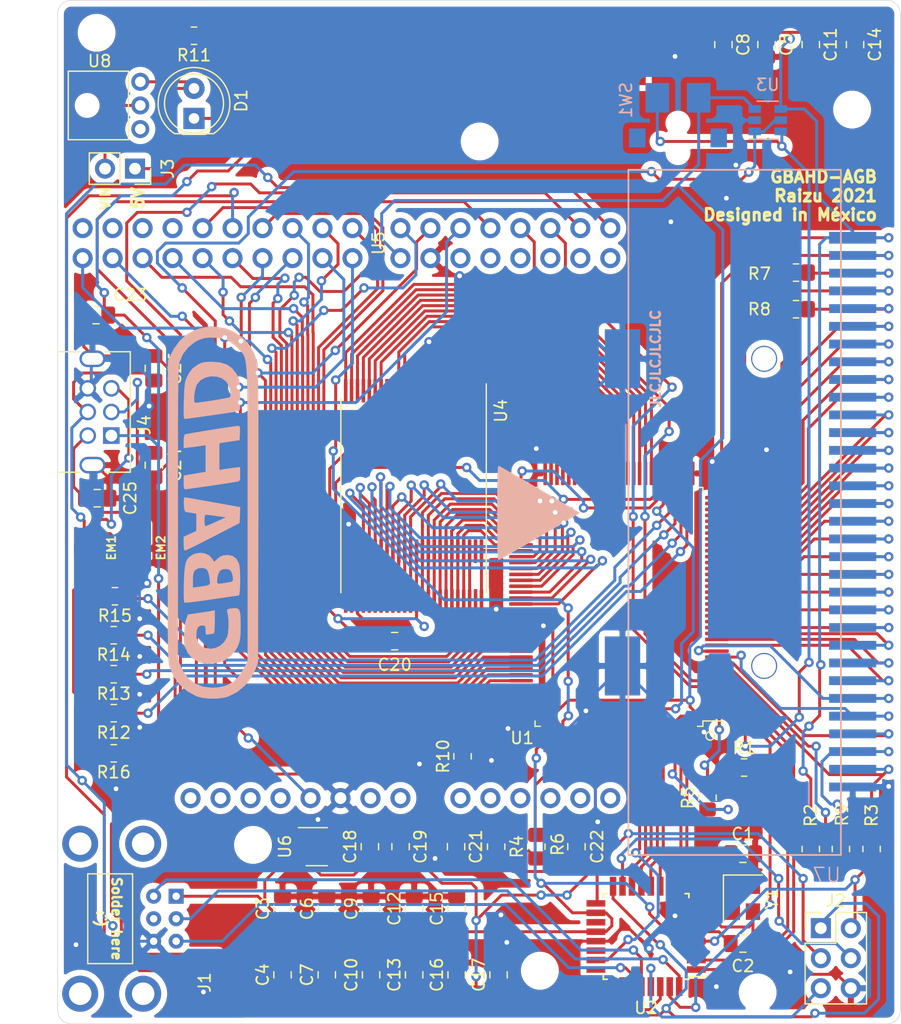
<source format=kicad_pcb>
(kicad_pcb (version 20171130) (host pcbnew "(5.1.9)-1")
  (layers (0 F.Cu signal) (31 B.Cu signal) (34 B.Paste user) (35 F.Paste user) (36 B.SilkS user) (37 F.SilkS user) (38 B.Mask user) (39 F.Mask user) (44 Edge.Cuts user))
  (net 0 "")
  (net 1 GND)
  (net 2 AT_XTAL2)
  (net 3 AT_XTAL1)
  (net 4 +3V3)
  (net 5 +2V5)
  (net 6 CART_VCC)
  (net 7 JOY_SDA)
  (net 8 JOY_DET)
  (net 9 JOY_SCL)
  (net 10 CART_C2)
  (net 11 CART_RES)
  (net 12 CART_REQ)
  (net 13 GBA_CLK)
  (net 14 BTN_SEL)
  (net 15 BTN_STR)
  (net 16 BTN_RIGHT)
  (net 17 BTN_L)
  (net 18 /A15)
  (net 19 /D07)
  (net 20 /D14)
  (net 21 LCD_B3)
  (net 22 LCD_G4)
  (net 23 LCD_R5)
  (net 24 /A14)
  (net 25 LCD_G2)
  (net 26 "Net-(U1-Pad108)")
  (net 27 LCD_G3)
  (net 28 LCD_G1)
  (net 29 /D12)
  (net 30 LCD_R4)
  (net 31 LCD_R2)
  (net 32 /D08)
  (net 33 "Net-(U1-Pad104)")
  (net 34 /D10)
  (net 35 "Net-(U1-Pad118)")
  (net 36 /A12)
  (net 37 /A13)
  (net 38 "Net-(U1-Pad86)")
  (net 39 /A11)
  (net 40 "Net-(U1-Pad107)")
  (net 41 LCD_G5)
  (net 42 LCD_DCLK)
  (net 43 /D00)
  (net 44 RAM_OE)
  (net 45 BTN_LEFT)
  (net 46 BTN_DOWN)
  (net 47 LCD_R1)
  (net 48 /D03)
  (net 49 LCD_B5)
  (net 50 BTN_UP)
  (net 51 /D11)
  (net 52 /D06)
  (net 53 /D15)
  (net 54 LCD_B4)
  (net 55 LCD_R3)
  (net 56 /D02)
  (net 57 /D13)
  (net 58 LCD_B2)
  (net 59 /D05)
  (net 60 /D04)
  (net 61 "Net-(U1-Pad85)")
  (net 62 LCD_B1)
  (net 63 LCD_SPS)
  (net 64 /D01)
  (net 65 /D09)
  (net 66 "Net-(U1-Pad105)")
  (net 67 CART_D4)
  (net 68 CART_A03)
  (net 69 CART_D7)
  (net 70 GBA_AUD2)
  (net 71 /A05)
  (net 72 /A00)
  (net 73 CART_A02)
  (net 74 /A01)
  (net 75 /A08)
  (net 76 CART_A00)
  (net 77 CART_RD)
  (net 78 CART_A05)
  (net 79 CART_D0)
  (net 80 CART_D6)
  (net 81 CART_A04)
  (net 82 /A04)
  (net 83 CART_A15)
  (net 84 RAM_WE)
  (net 85 CART_A09)
  (net 86 CART_A06)
  (net 87 GBA_AUD1)
  (net 88 CART_A10)
  (net 89 CART_D2)
  (net 90 BTN_B)
  (net 91 BTN_A)
  (net 92 CART_CS)
  (net 93 BTN_R)
  (net 94 CART_D5)
  (net 95 CART_A13)
  (net 96 RAM_LB)
  (net 97 /A03)
  (net 98 /A02)
  (net 99 /A09)
  (net 100 /A06)
  (net 101 CART_A01)
  (net 102 /A10)
  (net 103 CART_PHI)
  (net 104 /A07)
  (net 105 CART_WR)
  (net 106 RAM_UB)
  (net 107 CART_A07)
  (net 108 CART_A08)
  (net 109 CART_A11)
  (net 110 CART_D1)
  (net 111 CART_A12)
  (net 112 CART_A14)
  (net 113 CART_D3)
  (net 114 AT_RST)
  (net 115 "Net-(U2-Pad22)")
  (net 116 "Net-(U2-Pad19)")
  (net 117 ICSP_SCK)
  (net 118 ICSP_MISO)
  (net 119 ICSP_MOSI)
  (net 120 OSD_ENABLE)
  (net 121 OSD_CLK)
  (net 122 OSD_DATA)
  (net 123 +5V)
  (net 124 "Net-(U5-Pad8)")
  (net 125 "Net-(U5-Pad6)")
  (net 126 "Net-(U5-Pad4)")
  (net 127 "Net-(U5-Pad2)")
  (net 128 "Net-(U6-Pad4)")
  (net 129 /A16)
  (net 130 "Net-(U2-Pad24)")
  (net 131 "Net-(J1-Pad4)")
  (net 132 "Net-(R5-Pad1)")
  (net 133 "Net-(C22-Pad2)")
  (net 134 "Net-(R6-Pad1)")
  (net 135 "Net-(R7-Pad2)")
  (net 136 "Net-(R8-Pad2)")
  (net 137 "Net-(R9-Pad2)")
  (net 138 "Net-(R10-Pad2)")
  (net 139 /PWR_5V)
  (net 140 "Net-(D1-Pad1)")
  (net 141 /PWR_VIN)
  (net 142 "Net-(U8-Pad1)")
  (net 143 "Net-(U2-Pad6)")
  (net 144 "Net-(U2-Pad3)")
  (net 145 "Net-(C25-Pad1)")
  (net 146 "Net-(EM1-Pad5)")
  (net 147 "Net-(EM2-Pad6)")
  (net 148 "Net-(EM2-Pad5)")
  (net 149 "Net-(R12-Pad1)")
  (net 150 "Net-(EM1-Pad4)")
  (net 151 "Net-(R13-Pad1)")
  (net 152 "Net-(R14-Pad1)")
  (net 153 "Net-(R15-Pad1)")
  (net 154 "Net-(C24-Pad1)")
  (net 155 "Net-(C26-Pad1)")
  (net 156 "Net-(EM1-Pad2)")
  (module Raizu_OFFSET:gbahd_logo (layer B.Cu) (at 161 72.6 90)
    (fp_text reference G*** hide)
    (fp_text value LOGO hide)
  )
  (module MountingHole:MountingHole_2.2mm_M2 (layer F.Cu) (at 173.3 111.4)
    (fp_text reference REF**)
    (fp_text value MountingHole_2.2mm_M2)
    (pad 1 np_thru_hole circle (at 0 0) (size 2.2 2.2) (drill 2.2) (layers *.Cu *.Mask))
  )
  (module MountingHole:MountingHole_2.2mm_M2 (layer F.Cu) (at 168.2 41.2)
    (fp_text reference REF**)
    (fp_text value MountingHole_2.2mm_M2)
    (pad 1 np_thru_hole circle (at 0 0) (size 2.2 2.2) (drill 2.2) (layers *.Cu *.Mask))
  )
  (module Resistor_SMD:R_0805_2012Metric_Pad1.20x1.40mm_HandSolder (layer F.Cu) (at 137.2 93)
    (fp_text reference R16 (at 0 1.6) (layer F.SilkS))
    (fp_text value 100k)
    (pad 2 smd roundrect (at 1 0) (size 1.2 1.4) (layers F.Cu F.Paste F.Mask) (roundrect_rratio 0.208333) (net 6 CART_VCC))
    (pad 1 smd roundrect (at -1 0) (size 1.2 1.4) (layers F.Cu F.Paste F.Mask) (roundrect_rratio 0.208333) (net 149 "Net-(R12-Pad1)"))
  )
  (module Capacitor_SMD:C_0805_2012Metric_Pad1.18x1.45mm_HandSolder (layer F.Cu) (at 140.6 68.6 270)
    (fp_text reference C24 (at 0 -1.8 90) (layer F.SilkS))
    (fp_text value 0.1nF)
    (pad 2 smd roundrect (at 1.0375 0 270) (size 1.175 1.45) (layers F.Cu F.Paste F.Mask) (roundrect_rratio 0.212766) (net 1 GND))
    (pad 1 smd roundrect (at -1.0375 0 270) (size 1.175 1.45) (layers F.Cu F.Paste F.Mask) (roundrect_rratio 0.212766) (net 154 "Net-(C24-Pad1)"))
  )
  (module Raizu_OFFSET:Inductor-1008-3P (layer F.Cu) (at 139.3 75.6 270)
    (fp_text reference EM2 (at 0 -1.9 90) (layer F.SilkS) (effects (font (size 0.7 0.7))))
    (fp_text value EMI_Filter_3)
    (pad 4 smd rect (at 1.3 -0.65 270) (size 1 0.45) (layers F.Cu F.Paste F.Mask) (net 1 GND))
    (pad 5 smd rect (at 1.3 0 270) (size 1 0.45) (layers F.Cu F.Paste F.Mask) (net 148 "Net-(EM2-Pad5)"))
    (pad 6 smd rect (at 1.3 0.65 270) (size 1 0.45) (layers F.Cu F.Paste F.Mask) (net 147 "Net-(EM2-Pad6)"))
    (pad 3 smd rect (at -1.2 0.65 270) (size 1 0.45) (layers F.Cu F.Paste F.Mask) (net 1 GND))
    (pad 2 smd rect (at -1.2 0 270) (size 1 0.45) (layers F.Cu F.Paste F.Mask) (net 145 "Net-(C25-Pad1)"))
    (pad 1 smd rect (at -1.2 -0.65 270) (size 1 0.45) (layers F.Cu F.Paste F.Mask) (net 154 "Net-(C24-Pad1)"))
  )
  (module Raizu_OFFSET:Inductor-1008-3P (layer F.Cu) (at 135.35 75.6 270)
    (fp_text reference EM1 (at 0 -1.65 90) (layer F.SilkS) (effects (font (size 0.7 0.7))))
    (fp_text value EMI_Filter_3)
    (pad 4 smd rect (at 1.3 -0.65 270) (size 1 0.45) (layers F.Cu F.Paste F.Mask) (net 150 "Net-(EM1-Pad4)"))
    (pad 5 smd rect (at 1.3 0 270) (size 1 0.45) (layers F.Cu F.Paste F.Mask) (net 146 "Net-(EM1-Pad5)"))
    (pad 6 smd rect (at 1.3 0.65 270) (size 1 0.45) (layers F.Cu F.Paste F.Mask) (net 1 GND))
    (pad 3 smd rect (at -1.2 0.65 270) (size 1 0.45) (layers F.Cu F.Paste F.Mask) (net 155 "Net-(C26-Pad1)"))
    (pad 2 smd rect (at -1.2 0 270) (size 1 0.45) (layers F.Cu F.Paste F.Mask) (net 156 "Net-(EM1-Pad2)"))
    (pad 1 smd rect (at -1.2 -0.65 270) (size 1 0.45) (layers F.Cu F.Paste F.Mask) (net 1 GND))
  )
  (module Raizu_OFFSET:CONN_WII (layer F.Cu) (at 136.9 107 90)
    (fp_text reference J1 (at -5.4 8 90) (layer F.SilkS))
    (fp_text value CONN_WII hide)
    (pad "" thru_hole circle (at -6.35 2.794 90) (size 3.048 3.048) (drill 1.905) (layers *.Cu *.Mask))
    (pad "" thru_hole circle (at 6.35 -2.54 90) (size 3.048 3.048) (drill 1.905) (layers *.Cu *.Mask))
    (pad "" thru_hole circle (at -6.35 -2.54 90) (size 3.048 3.048) (drill 1.905) (layers *.Cu *.Mask))
    (pad "" thru_hole circle (at 6.35 2.794 90) (size 3.048 3.048) (drill 1.905) (layers *.Cu *.Mask))
    (pad 6 thru_hole circle (at -1.905 3.683 90) (size 1.27 1.27) (drill 0.635) (layers *.Cu *.Mask) (net 1 GND))
    (pad 5 thru_hole circle (at -1.905 5.588 90) (size 1.27 1.27) (drill 0.635) (layers *.Cu *.Mask) (net 7 JOY_SDA))
    (pad 4 thru_hole circle (at 0 3.683 90) (size 1.27 1.27) (drill 0.635) (layers *.Cu *.Mask) (net 131 "Net-(J1-Pad4)"))
    (pad 3 thru_hole circle (at 0 5.588 90) (size 1.27 1.27) (drill 0.635) (layers *.Cu *.Mask) (net 8 JOY_DET))
    (pad 2 thru_hole circle (at 1.905 3.683 90) (size 1.27 1.27) (drill 0.635) (layers *.Cu *.Mask) (net 9 JOY_SCL))
    (pad 1 thru_hole rect (at 1.905 5.588 90) (size 1.27 1.27) (drill 0.635) (layers *.Cu *.Mask) (net 4 +3V3))
  )
  (module Resistor_SMD:R_0805_2012Metric_Pad1.20x1.40mm_HandSolder (layer F.Cu) (at 137.3 79.7 180)
    (fp_text reference R15 (at 0 -1.65) (layer F.SilkS))
    (fp_text value 330)
    (pad 2 smd roundrect (at 1 0 180) (size 1.2 1.4) (layers F.Cu F.Paste F.Mask) (roundrect_rratio 0.208333) (net 148 "Net-(EM2-Pad5)"))
    (pad 1 smd roundrect (at -1 0 180) (size 1.2 1.4) (layers F.Cu F.Paste F.Mask) (roundrect_rratio 0.208333) (net 153 "Net-(R15-Pad1)"))
  )
  (module Resistor_SMD:R_0805_2012Metric_Pad1.20x1.40mm_HandSolder (layer F.Cu) (at 137.2 83 180)
    (fp_text reference R14 (at 0 -1.65) (layer F.SilkS))
    (fp_text value 330)
    (pad 2 smd roundrect (at 1 0 180) (size 1.2 1.4) (layers F.Cu F.Paste F.Mask) (roundrect_rratio 0.208333) (net 147 "Net-(EM2-Pad6)"))
    (pad 1 smd roundrect (at -1 0 180) (size 1.2 1.4) (layers F.Cu F.Paste F.Mask) (roundrect_rratio 0.208333) (net 152 "Net-(R14-Pad1)"))
  )
  (module Resistor_SMD:R_0805_2012Metric_Pad1.20x1.40mm_HandSolder (layer F.Cu) (at 137.2 86.3 180)
    (fp_text reference R13 (at 0 -1.65) (layer F.SilkS))
    (fp_text value 330)
    (pad 2 smd roundrect (at 1 0 180) (size 1.2 1.4) (layers F.Cu F.Paste F.Mask) (roundrect_rratio 0.208333) (net 150 "Net-(EM1-Pad4)"))
    (pad 1 smd roundrect (at -1 0 180) (size 1.2 1.4) (layers F.Cu F.Paste F.Mask) (roundrect_rratio 0.208333) (net 151 "Net-(R13-Pad1)"))
  )
  (module Resistor_SMD:R_0805_2012Metric_Pad1.20x1.40mm_HandSolder (layer F.Cu) (at 137.2 89.6 180)
    (fp_text reference R12 (at 0 -1.65) (layer F.SilkS))
    (fp_text value 330)
    (pad 2 smd roundrect (at 1 0 180) (size 1.2 1.4) (layers F.Cu F.Paste F.Mask) (roundrect_rratio 0.208333) (net 146 "Net-(EM1-Pad5)"))
    (pad 1 smd roundrect (at -1 0 180) (size 1.2 1.4) (layers F.Cu F.Paste F.Mask) (roundrect_rratio 0.208333) (net 149 "Net-(R12-Pad1)"))
  )
  (module Gekkio_Connector:GameBoy_LinkPort_MGB_Horizontal (layer F.Cu) (at 137 66.1 180)
    (fp_text reference J4 (at -2.8 0.9 90) (layer F.SilkS))
    (fp_text value GameBoy_LinkPort)
    (pad 6 thru_hole circle (at 2 4 180) (size 1.4 1.4) (drill 1) (layers *.Cu *.Mask) (net 1 GND))
    (pad 5 thru_hole circle (at 0 4 180) (size 1.4 1.4) (drill 1) (layers *.Cu *.Mask) (net 156 "Net-(EM1-Pad2)"))
    (pad 4 thru_hole circle (at 2 2 180) (size 1.4 1.4) (drill 1) (layers *.Cu *.Mask) (net 155 "Net-(C26-Pad1)"))
    (pad 3 thru_hole circle (at 0 2 180) (size 1.4 1.4) (drill 1) (layers *.Cu *.Mask) (net 154 "Net-(C24-Pad1)"))
    (pad 2 thru_hole circle (at 2 0 180) (size 1.4 1.4) (drill 1) (layers *.Cu *.Mask) (net 145 "Net-(C25-Pad1)"))
    (pad 1 thru_hole rect (at 0 0 180) (size 1.4 1.4) (drill 1) (layers *.Cu *.Mask) (net 6 CART_VCC))
    (pad SH thru_hole oval (at 1.6 6.5 270) (size 1.4 2.2) (drill oval 1 1.8) (layers *.Cu *.Mask) (net 1 GND))
    (pad SH thru_hole oval (at 1.6 -2.5 270) (size 1.4 2.2) (drill oval 1 1.8) (layers *.Cu *.Mask) (net 1 GND))
  )
  (module Capacitor_SMD:C_0805_2012Metric_Pad1.18x1.45mm_HandSolder (layer F.Cu) (at 140.6 60.4 90)
    (fp_text reference C26 (at 0 1.8 90) (layer F.SilkS))
    (fp_text value 0.1nF)
    (pad 2 smd roundrect (at 1.0375 0 90) (size 1.175 1.45) (layers F.Cu F.Paste F.Mask) (roundrect_rratio 0.212766) (net 1 GND))
    (pad 1 smd roundrect (at -1.0375 0 90) (size 1.175 1.45) (layers F.Cu F.Paste F.Mask) (roundrect_rratio 0.212766) (net 155 "Net-(C26-Pad1)"))
  )
  (module Capacitor_SMD:C_0805_2012Metric_Pad1.18x1.45mm_HandSolder (layer F.Cu) (at 135.8 71.4)
    (fp_text reference C25 (at 2.8 0 90) (layer F.SilkS))
    (fp_text value 0.1nF)
    (pad 2 smd roundrect (at 1.0375 0) (size 1.175 1.45) (layers F.Cu F.Paste F.Mask) (roundrect_rratio 0.212766) (net 1 GND))
    (pad 1 smd roundrect (at -1.0375 0) (size 1.175 1.45) (layers F.Cu F.Paste F.Mask) (roundrect_rratio 0.212766) (net 145 "Net-(C25-Pad1)"))
  )
  (module Capacitor_SMD:C_0805_2012Metric_Pad1.18x1.45mm_HandSolder (layer F.Cu) (at 135.7 55.9 180)
    (fp_text reference C23 (at -2.9 1.7) (layer F.SilkS))
    (fp_text value 100nF)
    (pad 2 smd roundrect (at 1.0375 0 180) (size 1.175 1.45) (layers F.Cu F.Paste F.Mask) (roundrect_rratio 0.212766) (net 1 GND))
    (pad 1 smd roundrect (at -1.0375 0 180) (size 1.175 1.45) (layers F.Cu F.Paste F.Mask) (roundrect_rratio 0.212766) (net 6 CART_VCC))
  )
  (module Raizu_OFFSET:SpartanEdge_Shield (layer F.Cu) (at 156.839999 71.394999)
    (fp_text reference U5 (at 2.794 -21.59 90) (layer F.SilkS))
    (fp_text value SpartanEdge)
    (pad "" thru_hole circle (at 22.429 25.392) (size 1.7 1.7) (drill 1) (layers *.Cu *.Mask))
    (pad "" thru_hole circle (at 19.889 25.392) (size 1.7 1.7) (drill 1) (layers *.Cu *.Mask))
    (pad "" thru_hole circle (at 17.349 25.392) (size 1.7 1.7) (drill 1) (layers *.Cu *.Mask))
    (pad "" thru_hole circle (at 14.809 25.392) (size 1.7 1.7) (drill 1) (layers *.Cu *.Mask))
    (pad "" thru_hole circle (at 12.269 25.392) (size 1.7 1.7) (drill 1) (layers *.Cu *.Mask))
    (pad "" thru_hole circle (at 9.729 25.392) (size 1.7 1.7) (drill 1) (layers *.Cu *.Mask))
    (pad "" thru_hole circle (at 4.649 25.392) (size 1.7 1.7) (drill 1) (layers *.Cu *.Mask))
    (pad 32 thru_hole circle (at -0.431 25.392) (size 1.7 1.7) (drill 1) (layers *.Cu *.Mask) (net 1 GND))
    (pad "" thru_hole circle (at 2.109 25.392) (size 1.7 1.7) (drill 1) (layers *.Cu *.Mask))
    (pad 31 thru_hole circle (at -2.971 25.392) (size 1.7 1.7) (drill 1) (layers *.Cu *.Mask) (net 123 +5V))
    (pad "" thru_hole circle (at -5.511 25.392) (size 1.7 1.7) (drill 1) (layers *.Cu *.Mask))
    (pad "" thru_hole circle (at -8.051 25.392) (size 1.7 1.7) (drill 1) (layers *.Cu *.Mask))
    (pad "" thru_hole circle (at -10.591 25.392) (size 1.7 1.7) (drill 1) (layers *.Cu *.Mask))
    (pad "" thru_hole circle (at -13.131 25.392) (size 1.7 1.7) (drill 1) (layers *.Cu *.Mask))
    (pad 30 thru_hole circle (at 7.189 -20.32) (size 1.7 1.7) (drill 1) (layers *.Cu *.Mask) (net 1 GND))
    (pad "" thru_hole circle (at 9.729 -20.32) (size 1.7 1.7) (drill 1) (layers *.Cu *.Mask))
    (pad "" thru_hole circle (at 19.889 -20.32) (size 1.7 1.7) (drill 1) (layers *.Cu *.Mask))
    (pad "" thru_hole circle (at 14.809 -20.32) (size 1.7 1.7) (drill 1) (layers *.Cu *.Mask))
    (pad 29 thru_hole circle (at 4.649 -20.32) (size 1.7 1.7) (drill 1) (layers *.Cu *.Mask) (net 4 +3V3))
    (pad "" thru_hole circle (at 12.269 -20.32) (size 1.7 1.7) (drill 1) (layers *.Cu *.Mask))
    (pad "" thru_hole circle (at 22.429 -20.32) (size 1.7 1.7) (drill 1) (layers *.Cu *.Mask))
    (pad "" thru_hole circle (at 17.349 -20.32) (size 1.7 1.7) (drill 1) (layers *.Cu *.Mask))
    (pad 15 thru_hole circle (at -4.495 -20.32) (size 1.7 1.7) (drill 1) (layers *.Cu *.Mask) (net 21 LCD_B3))
    (pad 5 thru_hole circle (at -17.195 -20.32) (size 1.7 1.7) (drill 1) (layers *.Cu *.Mask) (net 55 LCD_R3))
    (pad 7 thru_hole circle (at -14.655 -20.32) (size 1.7 1.7) (drill 1) (layers *.Cu *.Mask) (net 47 LCD_R1))
    (pad 9 thru_hole circle (at -12.115 -20.32) (size 1.7 1.7) (drill 1) (layers *.Cu *.Mask) (net 22 LCD_G4))
    (pad 11 thru_hole circle (at -9.575 -20.32) (size 1.7 1.7) (drill 1) (layers *.Cu *.Mask) (net 25 LCD_G2))
    (pad 1 thru_hole circle (at -22.275 -20.32) (size 1.7 1.7) (drill 1) (layers *.Cu *.Mask) (net 42 LCD_DCLK))
    (pad 3 thru_hole circle (at -19.735 -20.32) (size 1.7 1.7) (drill 1) (layers *.Cu *.Mask) (net 13 GBA_CLK))
    (pad 17 thru_hole circle (at -1.955 -20.32) (size 1.7 1.7) (drill 1) (layers *.Cu *.Mask) (net 62 LCD_B1))
    (pad 19 thru_hole circle (at 0.585 -20.32) (size 1.7 1.7) (drill 1) (layers *.Cu *.Mask) (net 63 LCD_SPS))
    (pad 13 thru_hole circle (at -7.035 -20.32) (size 1.7 1.7) (drill 1) (layers *.Cu *.Mask) (net 49 LCD_B5))
    (pad 27 thru_hole circle (at 19.889 -22.86) (size 1.7 1.7) (drill 1) (layers *.Cu *.Mask) (net 121 OSD_CLK))
    (pad 22 thru_hole circle (at 7.189 -22.86) (size 1.7 1.7) (drill 1) (layers *.Cu *.Mask) (net 54 LCD_B4))
    (pad 23 thru_hole circle (at 9.729 -22.86) (size 1.7 1.7) (drill 1) (layers *.Cu *.Mask) (net 58 LCD_B2))
    (pad 21 thru_hole circle (at 4.649 -22.86) (size 1.7 1.7) (drill 1) (layers *.Cu *.Mask) (net 28 LCD_G1))
    (pad 28 thru_hole circle (at 22.429 -22.86) (size 1.7 1.7) (drill 1) (layers *.Cu *.Mask) (net 122 OSD_DATA))
    (pad 24 thru_hole circle (at 12.269 -22.86) (size 1.7 1.7) (drill 1) (layers *.Cu *.Mask) (net 120 OSD_ENABLE))
    (pad 25 thru_hole circle (at 14.809 -22.86) (size 1.7 1.7) (drill 1) (layers *.Cu *.Mask) (net 70 GBA_AUD2))
    (pad 26 thru_hole circle (at 17.349 -22.86) (size 1.7 1.7) (drill 1) (layers *.Cu *.Mask) (net 87 GBA_AUD1))
    (pad 16 thru_hole circle (at -4.495 -22.86) (size 1.7 1.7) (drill 1) (layers *.Cu *.Mask) (net 31 LCD_R2))
    (pad 14 thru_hole circle (at -7.035 -22.86) (size 1.7 1.7) (drill 1) (layers *.Cu *.Mask) (net 30 LCD_R4))
    (pad 20 thru_hole circle (at 0.585 -22.86) (size 1.7 1.7) (drill 1) (layers *.Cu *.Mask) (net 27 LCD_G3))
    (pad 18 thru_hole circle (at -1.955 -22.86) (size 1.7 1.7) (drill 1) (layers *.Cu *.Mask) (net 41 LCD_G5))
    (pad 12 thru_hole circle (at -9.575 -22.86) (size 1.7 1.7) (drill 1) (layers *.Cu *.Mask) (net 118 ICSP_MISO))
    (pad 10 thru_hole circle (at -12.115 -22.86) (size 1.7 1.7) (drill 1) (layers *.Cu *.Mask) (net 23 LCD_R5))
    (pad 8 thru_hole circle (at -14.655 -22.86) (size 1.7 1.7) (drill 1) (layers *.Cu *.Mask) (net 124 "Net-(U5-Pad8)"))
    (pad 6 thru_hole circle (at -17.195 -22.86) (size 1.7 1.7) (drill 1) (layers *.Cu *.Mask) (net 125 "Net-(U5-Pad6)"))
    (pad 4 thru_hole circle (at -19.735 -22.86) (size 1.7 1.7) (drill 1) (layers *.Cu *.Mask) (net 126 "Net-(U5-Pad4)"))
    (pad 2 thru_hole circle (at -22.275 -22.86) (size 1.7 1.7) (drill 1) (layers *.Cu *.Mask) (net 127 "Net-(U5-Pad2)"))
  )
  (module Raizu_OFFSET:AGB_SRAM (layer F.Cu) (at 162.6 71.2 270)
    (fp_text reference U4 (at -7.2 -7.4 90) (layer F.SilkS))
    (fp_text value AGB_SRAM)
    (pad 37 smd roundrect (at 4.69 -0.25 270) (size 2 0.3) (layers F.Cu F.Paste F.Mask) (net 5 +2V5))
    (pad 42 smd roundrect (at 4.69 -2.75 270) (size 2 0.3) (layers F.Cu F.Paste F.Mask) (net 52 /D06))
    (pad 43 smd roundrect (at 4.69 -3.25 270) (size 2 0.3) (layers F.Cu F.Paste F.Mask) (net 20 /D14))
    (pad 25 smd roundrect (at 4.69 5.75 270) (size 2 0.3) (layers F.Cu F.Paste F.Mask) (net 72 /A00))
    (pad 45 smd roundrect (at 4.69 -4.25 270) (size 2 0.3) (layers F.Cu F.Paste F.Mask) (net 53 /D15))
    (pad 47 smd roundrect (at 4.69 -5.25 270) (size 2 0.3) (layers F.Cu F.Paste F.Mask))
    (pad 48 smd roundrect (at 4.69 -5.75 270) (size 2 0.3) (layers F.Cu F.Paste F.Mask) (net 129 /A16))
    (pad 32 smd roundrect (at 4.69 2.25 270) (size 2 0.3) (layers F.Cu F.Paste F.Mask) (net 65 /D09))
    (pad 34 smd roundrect (at 4.69 1.25 270) (size 2 0.3) (layers F.Cu F.Paste F.Mask) (net 34 /D10))
    (pad 41 smd roundrect (at 4.69 -2.25 270) (size 2 0.3) (layers F.Cu F.Paste F.Mask) (net 57 /D13))
    (pad 31 smd roundrect (at 4.69 2.75 270) (size 2 0.3) (layers F.Cu F.Paste F.Mask) (net 64 /D01))
    (pad 26 smd roundrect (at 4.69 5.25 270) (size 2 0.3) (layers F.Cu F.Paste F.Mask) (net 1 GND))
    (pad 33 smd roundrect (at 4.69 1.75 270) (size 2 0.3) (layers F.Cu F.Paste F.Mask) (net 56 /D02))
    (pad 28 smd roundrect (at 4.69 4.25 270) (size 2 0.3) (layers F.Cu F.Paste F.Mask) (net 44 RAM_OE))
    (pad 27 smd roundrect (at 4.69 4.75 270) (size 2 0.3) (layers F.Cu F.Paste F.Mask) (net 1 GND))
    (pad 29 smd roundrect (at 4.69 3.75 270) (size 2 0.3) (layers F.Cu F.Paste F.Mask) (net 43 /D00))
    (pad 36 smd roundrect (at 4.69 0.25 270) (size 2 0.3) (layers F.Cu F.Paste F.Mask) (net 51 /D11))
    (pad 40 smd roundrect (at 4.69 -1.75 270) (size 2 0.3) (layers F.Cu F.Paste F.Mask) (net 59 /D05))
    (pad 44 smd roundrect (at 4.69 -3.75 270) (size 2 0.3) (layers F.Cu F.Paste F.Mask) (net 19 /D07))
    (pad 46 smd roundrect (at 4.69 -4.75 270) (size 2 0.3) (layers F.Cu F.Paste F.Mask) (net 1 GND))
    (pad 35 smd roundrect (at 4.69 0.75 270) (size 2 0.3) (layers F.Cu F.Paste F.Mask) (net 48 /D03))
    (pad 30 smd roundrect (at 4.69 3.25 270) (size 2 0.3) (layers F.Cu F.Paste F.Mask) (net 32 /D08))
    (pad 38 smd roundrect (at 4.69 -0.75 270) (size 2 0.3) (layers F.Cu F.Paste F.Mask) (net 60 /D04))
    (pad 39 smd roundrect (at 4.69 -1.25 270) (size 2 0.3) (layers F.Cu F.Paste F.Mask) (net 29 /D12))
    (pad 7 smd roundrect (at -8.9 -2.75 270) (size 2 0.3) (layers F.Cu F.Paste F.Mask) (net 99 /A09))
    (pad 12 smd roundrect (at -8.9 -0.25 270) (size 2 0.3) (layers F.Cu F.Paste F.Mask) (net 5 +2V5))
    (pad 22 smd roundrect (at -8.9 4.75 270) (size 2 0.3) (layers F.Cu F.Paste F.Mask) (net 97 /A03))
    (pad 10 smd roundrect (at -8.9 -1.25 270) (size 2 0.3) (layers F.Cu F.Paste F.Mask))
    (pad 9 smd roundrect (at -8.9 -1.75 270) (size 2 0.3) (layers F.Cu F.Paste F.Mask))
    (pad 4 smd roundrect (at -8.9 -4.25 270) (size 2 0.3) (layers F.Cu F.Paste F.Mask) (net 36 /A12))
    (pad 13 smd roundrect (at -8.9 0.25 270) (size 2 0.3) (layers F.Cu F.Paste F.Mask) (net 1 GND))
    (pad 19 smd roundrect (at -8.9 3.25 270) (size 2 0.3) (layers F.Cu F.Paste F.Mask) (net 100 /A06))
    (pad 14 smd roundrect (at -8.9 0.75 270) (size 2 0.3) (layers F.Cu F.Paste F.Mask) (net 106 RAM_UB))
    (pad 8 smd roundrect (at -8.9 -2.25 270) (size 2 0.3) (layers F.Cu F.Paste F.Mask) (net 75 /A08))
    (pad 23 smd roundrect (at -8.9 5.25 270) (size 2 0.3) (layers F.Cu F.Paste F.Mask) (net 98 /A02))
    (pad 26 smd roundrect (at 8.9 5.25 270) (size 2 0.3) (layers F.Cu F.Paste F.Mask) (net 1 GND))
    (pad 28 smd roundrect (at 8.9 4.25 270) (size 2 0.3) (layers F.Cu F.Paste F.Mask) (net 44 RAM_OE))
    (pad 2 smd roundrect (at -8.9 -5.25 270) (size 2 0.3) (layers F.Cu F.Paste F.Mask) (net 24 /A14))
    (pad 17 smd roundrect (at -8.9 2.25 270) (size 2 0.3) (layers F.Cu F.Paste F.Mask))
    (pad 27 smd roundrect (at 8.9 4.75 270) (size 2 0.3) (layers F.Cu F.Paste F.Mask) (net 1 GND))
    (pad 16 smd roundrect (at -8.9 1.75 270) (size 2 0.3) (layers F.Cu F.Paste F.Mask) (net 5 +2V5))
    (pad 3 smd roundrect (at -8.9 -4.75 270) (size 2 0.3) (layers F.Cu F.Paste F.Mask) (net 37 /A13))
    (pad 18 smd roundrect (at -8.9 2.75 270) (size 2 0.3) (layers F.Cu F.Paste F.Mask) (net 104 /A07))
    (pad 1 smd roundrect (at -8.9 -5.75 270) (size 2 0.3) (layers F.Cu F.Paste F.Mask) (net 18 /A15))
    (pad 15 smd roundrect (at -8.9 1.25 270) (size 2 0.3) (layers F.Cu F.Paste F.Mask) (net 96 RAM_LB))
    (pad 25 smd roundrect (at 8.9 5.75 270) (size 2 0.3) (layers F.Cu F.Paste F.Mask) (net 72 /A00))
    (pad 5 smd roundrect (at -8.9 -3.75 270) (size 2 0.3) (layers F.Cu F.Paste F.Mask) (net 39 /A11))
    (pad 24 smd roundrect (at -8.9 5.75 270) (size 2 0.3) (layers F.Cu F.Paste F.Mask) (net 74 /A01))
    (pad 21 smd roundrect (at -8.9 4.25 270) (size 2 0.3) (layers F.Cu F.Paste F.Mask) (net 82 /A04))
    (pad 20 smd roundrect (at -8.9 3.75 270) (size 2 0.3) (layers F.Cu F.Paste F.Mask) (net 71 /A05))
    (pad 6 smd roundrect (at -8.9 -3.25 270) (size 2 0.3) (layers F.Cu F.Paste F.Mask) (net 102 /A10))
    (pad 11 smd roundrect (at -8.9 -0.75 270) (size 2 0.3) (layers F.Cu F.Paste F.Mask) (net 84 RAM_WE))
    (pad 40 smd roundrect (at 8.9 -1.75 270) (size 2 0.3) (layers F.Cu F.Paste F.Mask) (net 59 /D05))
    (pad 42 smd roundrect (at 8.9 -2.75 270) (size 2 0.3) (layers F.Cu F.Paste F.Mask) (net 52 /D06))
    (pad 30 smd roundrect (at 8.9 3.25 270) (size 2 0.3) (layers F.Cu F.Paste F.Mask) (net 32 /D08))
    (pad 45 smd roundrect (at 8.9 -4.25 270) (size 2 0.3) (layers F.Cu F.Paste F.Mask) (net 53 /D15))
    (pad 37 smd roundrect (at 8.9 -0.25 270) (size 2 0.3) (layers F.Cu F.Paste F.Mask) (net 5 +2V5))
    (pad 46 smd roundrect (at 8.9 -4.75 270) (size 2 0.3) (layers F.Cu F.Paste F.Mask) (net 1 GND))
    (pad 47 smd roundrect (at 8.9 -5.25 270) (size 2 0.3) (layers F.Cu F.Paste F.Mask))
    (pad 35 smd roundrect (at 8.9 0.75 270) (size 2 0.3) (layers F.Cu F.Paste F.Mask) (net 48 /D03))
    (pad 34 smd roundrect (at 8.9 1.25 270) (size 2 0.3) (layers F.Cu F.Paste F.Mask) (net 34 /D10))
    (pad 33 smd roundrect (at 8.9 1.75 270) (size 2 0.3) (layers F.Cu F.Paste F.Mask) (net 56 /D02))
    (pad 44 smd roundrect (at 8.9 -3.75 270) (size 2 0.3) (layers F.Cu F.Paste F.Mask) (net 19 /D07))
    (pad 31 smd roundrect (at 8.9 2.75 270) (size 2 0.3) (layers F.Cu F.Paste F.Mask) (net 64 /D01))
    (pad 32 smd roundrect (at 8.9 2.25 270) (size 2 0.3) (layers F.Cu F.Paste F.Mask) (net 65 /D09))
    (pad 38 smd roundrect (at 8.9 -0.75 270) (size 2 0.3) (layers F.Cu F.Paste F.Mask) (net 60 /D04))
    (pad 29 smd roundrect (at 8.9 3.75 270) (size 2 0.3) (layers F.Cu F.Paste F.Mask) (net 43 /D00))
    (pad 43 smd roundrect (at 8.9 -3.25 270) (size 2 0.3) (layers F.Cu F.Paste F.Mask) (net 20 /D14))
    (pad 48 smd roundrect (at 8.9 -5.75 270) (size 2 0.3) (layers F.Cu F.Paste F.Mask) (net 129 /A16))
    (pad 39 smd roundrect (at 8.9 -1.25 270) (size 2 0.3) (layers F.Cu F.Paste F.Mask) (net 29 /D12))
    (pad 36 smd roundrect (at 8.9 0.25 270) (size 2 0.3) (layers F.Cu F.Paste F.Mask) (net 51 /D11))
    (pad 41 smd roundrect (at 8.9 -2.25 270) (size 2 0.3) (layers F.Cu F.Paste F.Mask) (net 57 /D13))
  )
  (module LED_THT:LED_D5.0mm_FlatTop (layer F.Cu) (at 144 39.25 90)
    (fp_text reference D1 (at 1.5 4 90) (layer F.SilkS))
    (fp_text value LED)
    (pad 2 thru_hole circle (at 2.54 0 90) (size 1.8 1.8) (drill 0.9) (layers *.Cu *.Mask) (net 139 /PWR_5V))
    (pad 1 thru_hole rect (at 0 0 90) (size 1.8 1.8) (drill 0.9) (layers *.Cu *.Mask) (net 140 "Net-(D1-Pad1)"))
  )
  (module Connector_PinSocket_2.54mm:PinSocket_1x02_P2.54mm_Vertical (layer F.Cu) (at 139 43.5 270)
    (fp_text reference J3 (at 0 -2.77 90) (layer F.SilkS))
    (fp_text value Conn_01x02)
    (pad 2 thru_hole oval (at 0 2.54 270) (size 1.7 1.7) (drill 1) (layers *.Cu *.Mask) (net 141 /PWR_VIN))
    (pad 1 thru_hole rect (at 0 0 270) (size 1.7 1.7) (drill 1) (layers *.Cu *.Mask) (net 139 /PWR_5V))
  )
  (module Package_QFP:TQFP-32_7x7mm_P0.8mm (layer F.Cu) (at 182.3 108.5 180)
    (fp_text reference U2 (at 0 -6.05) (layer F.SilkS))
    (fp_text value ATmega328PB-AU)
    (pad 32 smd rect (at -2.8 -4.25 270) (size 1.6 0.55) (layers F.Cu F.Paste F.Mask) (net 8 JOY_DET))
    (pad 31 smd rect (at -2 -4.25 270) (size 1.6 0.55) (layers F.Cu F.Paste F.Mask) (net 93 BTN_R))
    (pad 30 smd rect (at -1.2 -4.25 270) (size 1.6 0.55) (layers F.Cu F.Paste F.Mask) (net 122 OSD_DATA))
    (pad 29 smd rect (at -0.4 -4.25 270) (size 1.6 0.55) (layers F.Cu F.Paste F.Mask) (net 114 AT_RST))
    (pad 28 smd rect (at 0.4 -4.25 270) (size 1.6 0.55) (layers F.Cu F.Paste F.Mask) (net 9 JOY_SCL))
    (pad 27 smd rect (at 1.2 -4.25 270) (size 1.6 0.55) (layers F.Cu F.Paste F.Mask) (net 7 JOY_SDA))
    (pad 26 smd rect (at 2 -4.25 270) (size 1.6 0.55) (layers F.Cu F.Paste F.Mask) (net 120 OSD_ENABLE))
    (pad 25 smd rect (at 2.8 -4.25 270) (size 1.6 0.55) (layers F.Cu F.Paste F.Mask) (net 121 OSD_CLK))
    (pad 24 smd rect (at 4.25 -2.8 180) (size 1.6 0.55) (layers F.Cu F.Paste F.Mask) (net 130 "Net-(U2-Pad24)"))
    (pad 23 smd rect (at 4.25 -2 180) (size 1.6 0.55) (layers F.Cu F.Paste F.Mask) (net 17 BTN_L))
    (pad 22 smd rect (at 4.25 -1.2 180) (size 1.6 0.55) (layers F.Cu F.Paste F.Mask) (net 115 "Net-(U2-Pad22)"))
    (pad 21 smd rect (at 4.25 -0.4 180) (size 1.6 0.55) (layers F.Cu F.Paste F.Mask) (net 1 GND))
    (pad 20 smd rect (at 4.25 0.4 180) (size 1.6 0.55) (layers F.Cu F.Paste F.Mask) (net 4 +3V3))
    (pad 19 smd rect (at 4.25 1.2 180) (size 1.6 0.55) (layers F.Cu F.Paste F.Mask) (net 116 "Net-(U2-Pad19)"))
    (pad 18 smd rect (at 4.25 2 180) (size 1.6 0.55) (layers F.Cu F.Paste F.Mask) (net 4 +3V3))
    (pad 17 smd rect (at 4.25 2.8 180) (size 1.6 0.55) (layers F.Cu F.Paste F.Mask) (net 117 ICSP_SCK))
    (pad 16 smd rect (at 2.8 4.25 270) (size 1.6 0.55) (layers F.Cu F.Paste F.Mask) (net 118 ICSP_MISO))
    (pad 15 smd rect (at 2 4.25 270) (size 1.6 0.55) (layers F.Cu F.Paste F.Mask) (net 119 ICSP_MOSI))
    (pad 14 smd rect (at 1.2 4.25 270) (size 1.6 0.55) (layers F.Cu F.Paste F.Mask) (net 50 BTN_UP))
    (pad 13 smd rect (at 0.4 4.25 270) (size 1.6 0.55) (layers F.Cu F.Paste F.Mask) (net 45 BTN_LEFT))
    (pad 12 smd rect (at -0.4 4.25 270) (size 1.6 0.55) (layers F.Cu F.Paste F.Mask) (net 46 BTN_DOWN))
    (pad 11 smd rect (at -1.2 4.25 270) (size 1.6 0.55) (layers F.Cu F.Paste F.Mask) (net 16 BTN_RIGHT))
    (pad 10 smd rect (at -2 4.25 270) (size 1.6 0.55) (layers F.Cu F.Paste F.Mask) (net 14 BTN_SEL))
    (pad 9 smd rect (at -2.8 4.25 270) (size 1.6 0.55) (layers F.Cu F.Paste F.Mask) (net 15 BTN_STR))
    (pad 8 smd rect (at -4.25 2.8 180) (size 1.6 0.55) (layers F.Cu F.Paste F.Mask) (net 2 AT_XTAL2))
    (pad 7 smd rect (at -4.25 2 180) (size 1.6 0.55) (layers F.Cu F.Paste F.Mask) (net 3 AT_XTAL1))
    (pad 6 smd rect (at -4.25 1.2 180) (size 1.6 0.55) (layers F.Cu F.Paste F.Mask) (net 143 "Net-(U2-Pad6)"))
    (pad 5 smd rect (at -4.25 0.4 180) (size 1.6 0.55) (layers F.Cu F.Paste F.Mask) (net 1 GND))
    (pad 4 smd rect (at -4.25 -0.4 180) (size 1.6 0.55) (layers F.Cu F.Paste F.Mask) (net 4 +3V3))
    (pad 3 smd rect (at -4.25 -1.2 180) (size 1.6 0.55) (layers F.Cu F.Paste F.Mask) (net 144 "Net-(U2-Pad3)"))
    (pad 2 smd rect (at -4.25 -2 180) (size 1.6 0.55) (layers F.Cu F.Paste F.Mask) (net 91 BTN_A))
    (pad 1 smd rect (at -4.25 -2.8 180) (size 1.6 0.55) (layers F.Cu F.Paste F.Mask) (net 90 BTN_B))
  )
  (module Raizu_OFFSET:AGB-CPU (layer F.Cu) (at 180 80.6 180)
    (fp_text reference U1 (at 8.2 -11.1) (layer F.SilkS))
    (fp_text value AGB-CPU)
    (pad 128 smd roundrect (at -6.25 -11.3 180) (size 0.3 2) (layers F.Cu F.Paste F.Mask) (net 1 GND))
    (pad 126 smd roundrect (at -5.25 -11.3 180) (size 0.3 2) (layers F.Cu F.Paste F.Mask) (net 14 BTN_SEL))
    (pad 125 smd roundrect (at -4.75 -11.3 180) (size 0.3 2) (layers F.Cu F.Paste F.Mask) (net 132 "Net-(R5-Pad1)"))
    (pad 127 smd roundrect (at -5.75 -11.3 180) (size 0.3 2) (layers F.Cu F.Paste F.Mask) (net 15 BTN_STR))
    (pad 124 smd roundrect (at -4.25 -11.3 180) (size 0.3 2) (layers F.Cu F.Paste F.Mask) (net 4 +3V3))
    (pad 123 smd roundrect (at -3.75 -11.3 180) (size 0.3 2) (layers F.Cu F.Paste F.Mask) (net 16 BTN_RIGHT))
    (pad 119 smd roundrect (at -1.75 -11.3 180) (size 0.3 2) (layers F.Cu F.Paste F.Mask) (net 17 BTN_L))
    (pad 102 smd roundrect (at 8.3 -9.25 180) (size 2 0.3) (layers F.Cu F.Paste F.Mask) (net 1 GND))
    (pad 111 smd roundrect (at 2.25 -11.3 180) (size 0.3 2) (layers F.Cu F.Paste F.Mask) (net 1 GND))
    (pad 74 smd roundrect (at 8.3 4.75 180) (size 2 0.3) (layers F.Cu F.Paste F.Mask) (net 129 /A16))
    (pad 72 smd roundrect (at 8.3 5.75 180) (size 2 0.3) (layers F.Cu F.Paste F.Mask) (net 19 /D07))
    (pad 71 smd roundrect (at 8.3 6.25 180) (size 2 0.3) (layers F.Cu F.Paste F.Mask) (net 20 /D14))
    (pad 115 smd roundrect (at 0.25 -11.3 180) (size 0.3 2) (layers F.Cu F.Paste F.Mask) (net 5 +2V5))
    (pad 99 smd roundrect (at 8.3 -7.75 180) (size 2 0.3) (layers F.Cu F.Paste F.Mask) (net 21 LCD_B3))
    (pad 93 smd roundrect (at 8.3 -4.75 180) (size 2 0.3) (layers F.Cu F.Paste F.Mask) (net 22 LCD_G4))
    (pad 87 smd roundrect (at 8.3 -1.75 180) (size 2 0.3) (layers F.Cu F.Paste F.Mask) (net 23 LCD_R5))
    (pad 62 smd roundrect (at 5.25 11.3 180) (size 0.3 2) (layers F.Cu F.Paste F.Mask) (net 24 /A14))
    (pad 95 smd roundrect (at 8.3 -5.75 180) (size 2 0.3) (layers F.Cu F.Paste F.Mask) (net 25 LCD_G2))
    (pad 108 smd roundrect (at 3.75 -11.3 180) (size 0.3 2) (layers F.Cu F.Paste F.Mask) (net 26 "Net-(U1-Pad108)"))
    (pad 94 smd roundrect (at 8.3 -5.25 180) (size 2 0.3) (layers F.Cu F.Paste F.Mask) (net 27 LCD_G3))
    (pad 96 smd roundrect (at 8.3 -6.25 180) (size 2 0.3) (layers F.Cu F.Paste F.Mask) (net 28 LCD_G1))
    (pad 67 smd roundrect (at 8.3 8.25 180) (size 2 0.3) (layers F.Cu F.Paste F.Mask) (net 29 /D12))
    (pad 114 smd roundrect (at 0.75 -11.3 180) (size 0.3 2) (layers F.Cu F.Paste F.Mask) (net 133 "Net-(C22-Pad2)"))
    (pad 88 smd roundrect (at 8.3 -2.25 180) (size 2 0.3) (layers F.Cu F.Paste F.Mask) (net 30 LCD_R4))
    (pad 90 smd roundrect (at 8.3 -3.25 180) (size 2 0.3) (layers F.Cu F.Paste F.Mask) (net 31 LCD_R2))
    (pad 81 smd roundrect (at 8.3 1.25 180) (size 2 0.3) (layers F.Cu F.Paste F.Mask) (net 32 /D08))
    (pad 104 smd roundrect (at 5.75 -11.3 180) (size 0.3 2) (layers F.Cu F.Paste F.Mask) (net 33 "Net-(U1-Pad104)"))
    (pad 77 smd roundrect (at 8.3 3.25 180) (size 2 0.3) (layers F.Cu F.Paste F.Mask) (net 34 /D10))
    (pad 118 smd roundrect (at -1.25 -11.3 180) (size 0.3 2) (layers F.Cu F.Paste F.Mask) (net 35 "Net-(U1-Pad118)"))
    (pad 64 smd roundrect (at 6.25 11.3 180) (size 0.3 2) (layers F.Cu F.Paste F.Mask) (net 1 GND))
    (pad 63 smd roundrect (at 5.75 11.3 180) (size 0.3 2) (layers F.Cu F.Paste F.Mask) (net 18 /A15))
    (pad 60 smd roundrect (at 4.25 11.3 180) (size 0.3 2) (layers F.Cu F.Paste F.Mask) (net 36 /A12))
    (pad 61 smd roundrect (at 4.75 11.3 180) (size 0.3 2) (layers F.Cu F.Paste F.Mask) (net 37 /A13))
    (pad 86 smd roundrect (at 8.3 -1.25 180) (size 2 0.3) (layers F.Cu F.Paste F.Mask) (net 38 "Net-(U1-Pad86)"))
    (pad 59 smd roundrect (at 3.75 11.3 180) (size 0.3 2) (layers F.Cu F.Paste F.Mask) (net 39 /A11))
    (pad 107 smd roundrect (at 4.25 -11.3 180) (size 0.3 2) (layers F.Cu F.Paste F.Mask) (net 40 "Net-(U1-Pad107)"))
    (pad 103 smd roundrect (at 6.25 -11.3 180) (size 0.3 2) (layers F.Cu F.Paste F.Mask) (net 4 +3V3))
    (pad 92 smd roundrect (at 8.3 -4.25 180) (size 2 0.3) (layers F.Cu F.Paste F.Mask) (net 41 LCD_G5))
    (pad 84 smd roundrect (at 8.3 -0.25 180) (size 2 0.3) (layers F.Cu F.Paste F.Mask) (net 138 "Net-(R10-Pad2)"))
    (pad 82 smd roundrect (at 8.3 0.75 180) (size 2 0.3) (layers F.Cu F.Paste F.Mask) (net 43 /D00))
    (pad 117 smd roundrect (at -0.75 -11.3 180) (size 0.3 2) (layers F.Cu F.Paste F.Mask) (net 5 +2V5))
    (pad 110 smd roundrect (at 2.75 -11.3 180) (size 0.3 2) (layers F.Cu F.Paste F.Mask) (net 1 GND))
    (pad 83 smd roundrect (at 8.3 0.25 180) (size 2 0.3) (layers F.Cu F.Paste F.Mask) (net 44 RAM_OE))
    (pad 121 smd roundrect (at -2.75 -11.3 180) (size 0.3 2) (layers F.Cu F.Paste F.Mask) (net 45 BTN_LEFT))
    (pad 122 smd roundrect (at -3.25 -11.3 180) (size 0.3 2) (layers F.Cu F.Paste F.Mask) (net 46 BTN_DOWN))
    (pad 91 smd roundrect (at 8.3 -3.75 180) (size 2 0.3) (layers F.Cu F.Paste F.Mask) (net 47 LCD_R1))
    (pad 76 smd roundrect (at 8.3 3.75 180) (size 2 0.3) (layers F.Cu F.Paste F.Mask) (net 48 /D03))
    (pad 97 smd roundrect (at 8.3 -6.75 180) (size 2 0.3) (layers F.Cu F.Paste F.Mask) (net 49 LCD_B5))
    (pad 120 smd roundrect (at -2.25 -11.3 180) (size 0.3 2) (layers F.Cu F.Paste F.Mask) (net 50 BTN_UP))
    (pad 75 smd roundrect (at 8.3 4.25 180) (size 2 0.3) (layers F.Cu F.Paste F.Mask) (net 51 /D11))
    (pad 70 smd roundrect (at 8.3 6.75 180) (size 2 0.3) (layers F.Cu F.Paste F.Mask) (net 52 /D06))
    (pad 73 smd roundrect (at 8.3 5.25 180) (size 2 0.3) (layers F.Cu F.Paste F.Mask) (net 53 /D15))
    (pad 112 smd roundrect (at 1.75 -11.3 180) (size 0.3 2) (layers F.Cu F.Paste F.Mask) (net 1 GND))
    (pad 98 smd roundrect (at 8.3 -7.25 180) (size 2 0.3) (layers F.Cu F.Paste F.Mask) (net 54 LCD_B4))
    (pad 113 smd roundrect (at 1.25 -11.3 180) (size 0.3 2) (layers F.Cu F.Paste F.Mask) (net 134 "Net-(R6-Pad1)"))
    (pad 89 smd roundrect (at 8.3 -2.75 180) (size 2 0.3) (layers F.Cu F.Paste F.Mask) (net 55 LCD_R3))
    (pad 78 smd roundrect (at 8.3 2.75 180) (size 2 0.3) (layers F.Cu F.Paste F.Mask) (net 56 /D02))
    (pad 69 smd roundrect (at 8.3 7.25 180) (size 2 0.3) (layers F.Cu F.Paste F.Mask) (net 57 /D13))
    (pad 100 smd roundrect (at 8.3 -8.25 180) (size 2 0.3) (layers F.Cu F.Paste F.Mask) (net 58 LCD_B2))
    (pad 68 smd roundrect (at 8.3 7.75 180) (size 2 0.3) (layers F.Cu F.Paste F.Mask) (net 59 /D05))
    (pad 66 smd roundrect (at 8.3 8.75 180) (size 2 0.3) (layers F.Cu F.Paste F.Mask) (net 60 /D04))
    (pad 85 smd roundrect (at 8.3 -0.75 180) (size 2 0.3) (layers F.Cu F.Paste F.Mask) (net 61 "Net-(U1-Pad85)"))
    (pad 101 smd roundrect (at 8.3 -8.75 180) (size 2 0.3) (layers F.Cu F.Paste F.Mask) (net 62 LCD_B1))
    (pad 65 smd roundrect (at 8.3 9.25 180) (size 2 0.3) (layers F.Cu F.Paste F.Mask) (net 5 +2V5))
    (pad 106 smd roundrect (at 4.75 -11.3 180) (size 0.3 2) (layers F.Cu F.Paste F.Mask) (net 63 LCD_SPS))
    (pad 80 smd roundrect (at 8.3 1.75 180) (size 2 0.3) (layers F.Cu F.Paste F.Mask) (net 64 /D01))
    (pad 79 smd roundrect (at 8.3 2.25 180) (size 2 0.3) (layers F.Cu F.Paste F.Mask) (net 65 /D09))
    (pad 105 smd roundrect (at 5.25 -11.3 180) (size 0.3 2) (layers F.Cu F.Paste F.Mask) (net 66 "Net-(U1-Pad105)"))
    (pad 109 smd roundrect (at 3.25 -11.3 180) (size 0.3 2) (layers F.Cu F.Paste F.Mask) (net 1 GND))
    (pad 116 smd roundrect (at -0.25 -11.3 180) (size 0.3 2) (layers F.Cu F.Paste F.Mask) (net 1 GND))
    (pad 13 smd roundrect (at -8.3 -3.25 180) (size 2 0.3) (layers F.Cu F.Paste F.Mask) (net 67 CART_D4))
    (pad 30 smd roundrect (at -8.3 5.25 180) (size 2 0.3) (layers F.Cu F.Paste F.Mask) (net 68 CART_A03))
    (pad 10 smd roundrect (at -8.3 -4.75 180) (size 2 0.3) (layers F.Cu F.Paste F.Mask) (net 69 CART_D7))
    (pad 7 smd roundrect (at -8.3 -6.25 180) (size 2 0.3) (layers F.Cu F.Paste F.Mask) (net 70 GBA_AUD2))
    (pad 50 smd roundrect (at -0.75 11.3 180) (size 0.3 2) (layers F.Cu F.Paste F.Mask) (net 71 /A05))
    (pad 45 smd roundrect (at -3.25 11.3 180) (size 0.3 2) (layers F.Cu F.Paste F.Mask) (net 72 /A00))
    (pad 31 smd roundrect (at -8.3 5.75 180) (size 2 0.3) (layers F.Cu F.Paste F.Mask) (net 73 CART_A02))
    (pad 41 smd roundrect (at -5.25 11.3 180) (size 0.3 2) (layers F.Cu F.Paste F.Mask) (net 151 "Net-(R13-Pad1)"))
    (pad 46 smd roundrect (at -2.75 11.3 180) (size 0.3 2) (layers F.Cu F.Paste F.Mask) (net 74 /A01))
    (pad 43 smd roundrect (at -4.25 11.3 180) (size 0.3 2) (layers F.Cu F.Paste F.Mask) (net 153 "Net-(R15-Pad1)"))
    (pad 56 smd roundrect (at 2.25 11.3 180) (size 0.3 2) (layers F.Cu F.Paste F.Mask) (net 75 /A08))
    (pad 38 smd roundrect (at -8.3 9.25 180) (size 2 0.3) (layers F.Cu F.Paste F.Mask) (net 6 CART_VCC))
    (pad 33 smd roundrect (at -8.3 6.75 180) (size 2 0.3) (layers F.Cu F.Paste F.Mask) (net 76 CART_A00))
    (pad 35 smd roundrect (at -8.3 7.75 180) (size 2 0.3) (layers F.Cu F.Paste F.Mask) (net 77 CART_RD))
    (pad 28 smd roundrect (at -8.3 4.25 180) (size 2 0.3) (layers F.Cu F.Paste F.Mask) (net 78 CART_A05))
    (pad 17 smd roundrect (at -8.3 -1.25 180) (size 2 0.3) (layers F.Cu F.Paste F.Mask) (net 79 CART_D0))
    (pad 11 smd roundrect (at -8.3 -4.25 180) (size 2 0.3) (layers F.Cu F.Paste F.Mask) (net 80 CART_D6))
    (pad 8 smd roundrect (at -8.3 -5.75 180) (size 2 0.3) (layers F.Cu F.Paste F.Mask) (net 12 CART_REQ))
    (pad 29 smd roundrect (at -8.3 4.75 180) (size 2 0.3) (layers F.Cu F.Paste F.Mask) (net 81 CART_A04))
    (pad 49 smd roundrect (at -1.25 11.3 180) (size 0.3 2) (layers F.Cu F.Paste F.Mask) (net 82 /A04))
    (pad 18 smd roundrect (at -8.3 -0.75 180) (size 2 0.3) (layers F.Cu F.Paste F.Mask) (net 83 CART_A15))
    (pad 55 smd roundrect (at 1.75 11.3 180) (size 0.3 2) (layers F.Cu F.Paste F.Mask) (net 84 RAM_WE))
    (pad 9 smd roundrect (at -8.3 -5.25 180) (size 2 0.3) (layers F.Cu F.Paste F.Mask) (net 11 CART_RES))
    (pad 24 smd roundrect (at -8.3 2.25 180) (size 2 0.3) (layers F.Cu F.Paste F.Mask) (net 85 CART_A09))
    (pad 27 smd roundrect (at -8.3 3.75 180) (size 2 0.3) (layers F.Cu F.Paste F.Mask) (net 86 CART_A06))
    (pad 6 smd roundrect (at -8.3 -6.75 180) (size 2 0.3) (layers F.Cu F.Paste F.Mask) (net 87 GBA_AUD1))
    (pad 23 smd roundrect (at -8.3 1.75 180) (size 2 0.3) (layers F.Cu F.Paste F.Mask) (net 88 CART_A10))
    (pad 40 smd roundrect (at -5.75 11.3 180) (size 0.3 2) (layers F.Cu F.Paste F.Mask) (net 149 "Net-(R12-Pad1)"))
    (pad 15 smd roundrect (at -8.3 -2.25 180) (size 2 0.3) (layers F.Cu F.Paste F.Mask) (net 89 CART_D2))
    (pad 5 smd roundrect (at -8.3 -7.25 180) (size 2 0.3) (layers F.Cu F.Paste F.Mask) (net 90 BTN_B))
    (pad 4 smd roundrect (at -8.3 -7.75 180) (size 2 0.3) (layers F.Cu F.Paste F.Mask) (net 91 BTN_A))
    (pad 34 smd roundrect (at -8.3 7.25 180) (size 2 0.3) (layers F.Cu F.Paste F.Mask) (net 92 CART_CS))
    (pad 3 smd roundrect (at -8.3 -8.25 180) (size 2 0.3) (layers F.Cu F.Paste F.Mask) (net 93 BTN_R))
    (pad 12 smd roundrect (at -8.3 -3.75 180) (size 2 0.3) (layers F.Cu F.Paste F.Mask) (net 94 CART_D5))
    (pad 20 smd roundrect (at -8.3 0.25 180) (size 2 0.3) (layers F.Cu F.Paste F.Mask) (net 95 CART_A13))
    (pad 2 smd roundrect (at -8.3 -8.75 180) (size 2 0.3) (layers F.Cu F.Paste F.Mask) (net 10 CART_C2))
    (pad 1 smd roundrect (at -8.3 -9.25 180) (size 2 0.3) (layers F.Cu F.Paste F.Mask) (net 4 +3V3))
    (pad 53 smd roundrect (at 0.75 11.3 180) (size 0.3 2) (layers F.Cu F.Paste F.Mask) (net 96 RAM_LB))
    (pad 48 smd roundrect (at -1.75 11.3 180) (size 0.3 2) (layers F.Cu F.Paste F.Mask) (net 97 /A03))
    (pad 47 smd roundrect (at -2.25 11.3 180) (size 0.3 2) (layers F.Cu F.Paste F.Mask) (net 98 /A02))
    (pad 57 smd roundrect (at 2.75 11.3 180) (size 0.3 2) (layers F.Cu F.Paste F.Mask) (net 99 /A09))
    (pad 51 smd roundrect (at -0.25 11.3 180) (size 0.3 2) (layers F.Cu F.Paste F.Mask) (net 100 /A06))
    (pad 44 smd roundrect (at -3.75 11.3 180) (size 0.3 2) (layers F.Cu F.Paste F.Mask) (net 5 +2V5))
    (pad 32 smd roundrect (at -8.3 6.25 180) (size 2 0.3) (layers F.Cu F.Paste F.Mask) (net 101 CART_A01))
    (pad 58 smd roundrect (at 3.25 11.3 180) (size 0.3 2) (layers F.Cu F.Paste F.Mask) (net 102 /A10))
    (pad 42 smd roundrect (at -4.75 11.3 180) (size 0.3 2) (layers F.Cu F.Paste F.Mask) (net 152 "Net-(R14-Pad1)"))
    (pad 39 smd roundrect (at -6.25 11.3 180) (size 0.3 2) (layers F.Cu F.Paste F.Mask) (net 1 GND))
    (pad 37 smd roundrect (at -8.3 8.75 180) (size 2 0.3) (layers F.Cu F.Paste F.Mask) (net 103 CART_PHI))
    (pad 52 smd roundrect (at 0.25 11.3 180) (size 0.3 2) (layers F.Cu F.Paste F.Mask) (net 104 /A07))
    (pad 36 smd roundrect (at -8.3 8.25 180) (size 2 0.3) (layers F.Cu F.Paste F.Mask) (net 105 CART_WR))
    (pad 54 smd roundrect (at 1.25 11.3 180) (size 0.3 2) (layers F.Cu F.Paste F.Mask) (net 106 RAM_UB))
    (pad 26 smd roundrect (at -8.3 3.25 180) (size 2 0.3) (layers F.Cu F.Paste F.Mask) (net 107 CART_A07))
    (pad 25 smd roundrect (at -8.3 2.75 180) (size 2 0.3) (layers F.Cu F.Paste F.Mask) (net 108 CART_A08))
    (pad 22 smd roundrect (at -8.3 1.25 180) (size 2 0.3) (layers F.Cu F.Paste F.Mask) (net 109 CART_A11))
    (pad 16 smd roundrect (at -8.3 -1.75 180) (size 2 0.3) (layers F.Cu F.Paste F.Mask) (net 110 CART_D1))
    (pad 21 smd roundrect (at -8.3 0.75 180) (size 2 0.3) (layers F.Cu F.Paste F.Mask) (net 111 CART_A12))
    (pad 19 smd roundrect (at -8.3 -0.25 180) (size 2 0.3) (layers F.Cu F.Paste F.Mask) (net 112 CART_A14))
    (pad 14 smd roundrect (at -8.3 -2.75 180) (size 2 0.3) (layers F.Cu F.Paste F.Mask) (net 113 CART_D3))
  )
  (module MountingHole:MountingHole_2.2mm_M2 (layer F.Cu) (at 135.75 32)
    (fp_text reference REF**)
    (fp_text value MountingHole_2.2mm_M2)
    (pad 1 np_thru_hole circle (at 0 0) (size 2.2 2.2) (drill 2.2) (layers *.Cu *.Mask))
  )
  (module MountingHole:MountingHole_2.2mm_M2 (layer F.Cu) (at 149 100.75)
    (fp_text reference REF**)
    (fp_text value MountingHole_2.2mm_M2)
    (pad 1 np_thru_hole circle (at 0 0) (size 2.2 2.2) (drill 2.2) (layers *.Cu *.Mask))
  )
  (module MountingHole:MountingHole_2.2mm_M2 (layer F.Cu) (at 191.75 113.25)
    (fp_text reference REF**)
    (fp_text value MountingHole_2.2mm_M2)
    (pad 1 np_thru_hole circle (at 0 0) (size 2.2 2.2) (drill 2.2) (layers *.Cu *.Mask))
  )
  (module MountingHole:MountingHole_2.2mm_M2 (layer F.Cu) (at 199.75 38.5)
    (fp_text reference REF**)
    (fp_text value MountingHole_2.2mm_M2)
    (pad 1 np_thru_hole circle (at 0 0) (size 2.2 2.2) (drill 2.2) (layers *.Cu *.Mask))
  )
  (module Resistor_SMD:R_0805_2012Metric_Pad1.20x1.40mm_HandSolder (layer F.Cu) (at 144 32.25 180)
    (fp_text reference R11 (at 0 -1.65) (layer F.SilkS))
    (fp_text value 120)
    (pad 2 smd roundrect (at 1 0 180) (size 1.2 1.4) (layers F.Cu F.Paste F.Mask) (roundrect_rratio 0.208333) (net 1 GND))
    (pad 1 smd roundrect (at -1 0 180) (size 1.2 1.4) (layers F.Cu F.Paste F.Mask) (roundrect_rratio 0.208333) (net 140 "Net-(D1-Pad1)"))
  )
  (module Raizu_OFFSET:OFFSET_LOGO_6.2mm (layer F.Cu) (at 168.25 36.6)
    (fp_text reference G*** hide)
    (fp_text value LOGO hide)
    (fp_poly (pts (xy -10.585798 -1.924832) (xy -10.483631 -1.916576) (xy -10.40138 -1.898004) (xy -10.319162 -1.865517) (xy -10.274732 -1.844345) (xy -10.080309 -1.716942) (xy -9.918974 -1.541639) (xy -9.790438 -1.317847) (xy -9.694411 -1.044978) (xy -9.630605 -0.722443) (xy -9.606171 -0.48446) (xy -9.584536 -0.179294) (xy -11.863294 -0.179294) (xy -11.863294 -0.384556) (xy -11.851968 -0.599624) (xy -11.820677 -0.827116) (xy -11.773453 -1.046205) (xy -11.714327 -1.236061) (xy -11.684843 -1.306556) (xy -11.57314 -1.497954) (xy -11.43148 -1.666128) (xy -11.272815 -1.797323) (xy -11.167447 -1.855923) (xy -11.074858 -1.891534) (xy -10.980134 -1.913017) (xy -10.863276 -1.923577) (xy -10.727765 -1.926372) (xy -10.585798 -1.924832)) (layer F.Cu) (width 0.01))
    (fp_poly (pts (xy 14.014824 -0.179294) (xy 11.355294 -0.179294) (xy 11.355294 2.450353) (xy 10.279529 2.450353) (xy 10.279529 -0.179294) (xy 7.978588 -0.179294) (xy 7.978588 0.179294) (xy 5.916706 0.179294) (xy 5.916706 1.613647) (xy 8.337177 1.613647) (xy 8.337177 2.450353) (xy 4.840941 2.450353) (xy 4.840941 -0.179294) (xy 3.370784 -0.179294) (xy 3.545569 -0.046739) (xy 3.75558 0.139501) (xy 3.912004 0.341908) (xy 4.017832 0.56706) (xy 4.076057 0.821535) (xy 4.089672 1.111912) (xy 4.088554 1.146871) (xy 4.064348 1.390906) (xy 4.00874 1.597572) (xy 3.915785 1.783569) (xy 3.810023 1.929335) (xy 3.630969 2.102947) (xy 3.40757 2.246764) (xy 3.147791 2.359894) (xy 2.859596 2.441446) (xy 2.55095 2.490531) (xy 2.229819 2.506256) (xy 1.904166 2.487732) (xy 1.581958 2.434067) (xy 1.271157 2.344371) (xy 1.025271 2.240796) (xy 0.747422 2.074472) (xy 0.516314 1.872517) (xy 0.333612 1.637221) (xy 0.200985 1.37087) (xy 0.120097 1.075755) (xy 0.105691 0.977964) (xy 0.085176 0.805458) (xy 0.632765 0.813611) (xy 1.180353 0.821765) (xy 1.198858 0.973368) (xy 1.246245 1.174304) (xy 1.337362 1.339205) (xy 1.442431 1.449276) (xy 1.566124 1.538267) (xy 1.70313 1.600019) (xy 1.866041 1.638022) (xy 2.067452 1.655766) (xy 2.196353 1.658151) (xy 2.34655 1.65698) (xy 2.453959 1.651223) (xy 2.53553 1.638034) (xy 2.608215 1.614566) (xy 2.688965 1.577971) (xy 2.696922 1.574077) (xy 2.853758 1.471572) (xy 2.957521 1.342763) (xy 3.010194 1.184596) (xy 3.018118 1.07965) (xy 3.008872 0.947265) (xy 2.977721 0.832079) (xy 2.919546 0.729935) (xy 2.82923 0.636677) (xy 2.701652 0.548149) (xy 2.531695 0.460195) (xy 2.314239 0.368658) (xy 2.044165 0.269383) (xy 2.002118 0.254718) (xy 1.821816 0.18894) (xy 1.629258 0.113356) (xy 1.447515 0.037313) (xy 1.299882 -0.029736) (xy 1.001059 -0.174228) (xy 3.361765 -0.182282) (xy 3.129116 -0.301213) (xy 3.017368 -0.35317) (xy 2.865329 -0.416662) (xy 2.689653 -0.48509) (xy 2.506995 -0.551852) (xy 2.425043 -0.580243) (xy 2.146124 -0.679157) (xy 1.919793 -0.769496) (xy 1.740081 -0.854646) (xy 1.601022 -0.937991) (xy 1.496645 -1.022916) (xy 1.420985 -1.112805) (xy 1.388003 -1.168364) (xy 1.351809 -1.293443) (xy 1.351627 -1.442997) (xy 1.386703 -1.594379) (xy 1.403498 -1.635684) (xy 1.492551 -1.763382) (xy 1.624852 -1.864605) (xy 1.789551 -1.93829) (xy 1.975803 -1.983369) (xy 2.172758 -1.998777) (xy 2.369569 -1.983449) (xy 2.555389 -1.936318) (xy 2.719369 -1.856319) (xy 2.820689 -1.77492) (xy 2.919995 -1.645236) (xy 2.989163 -1.494105) (xy 3.017313 -1.345727) (xy 3.017461 -1.337235) (xy 3.018118 -1.225177) (xy 4.093882 -1.225177) (xy 4.093252 -1.382059) (xy 4.074731 -1.541362) (xy 4.025581 -1.722852) (xy 3.953729 -1.903055) (xy 3.867102 -2.058495) (xy 3.862614 -2.065067) (xy 3.668217 -2.29507) (xy 3.428454 -2.49087) (xy 3.149676 -2.64821) (xy 2.838238 -2.762835) (xy 2.808941 -2.770879) (xy 2.764861 -2.779059) (xy 4.840941 -2.779059) (xy 4.840941 -0.179294) (xy 7.978588 -0.179294) (xy 7.978588 -0.657412) (xy 5.916706 -0.657412) (xy 5.916706 -1.912471) (xy 8.337177 -1.912471) (xy 8.337177 -2.779059) (xy 8.695765 -2.779059) (xy 8.695765 -1.912471) (xy 10.279529 -1.912471) (xy 10.279529 -0.179294) (xy 11.355294 -0.179294) (xy 11.355294 -1.912471) (xy 12.939059 -1.912471) (xy 12.939059 -2.779059) (xy 8.695765 -2.779059) (xy 8.337177 -2.779059) (xy 4.840941 -2.779059) (xy 2.764861 -2.779059) (xy 2.651167 -2.800157) (xy 2.452084 -2.817937) (xy 2.228996 -2.824415) (xy 1.999202 -2.819787) (xy 1.780005 -2.804248) (xy 1.588706 -2.777993) (xy 1.490064 -2.755975) (xy 1.169725 -2.644247) (xy 0.894255 -2.496992) (xy 0.665389 -2.315492) (xy 0.484862 -2.101025) (xy 0.396216 -1.948523) (xy 0.347948 -1.848631) (xy 0.316027 -1.770523) (xy 0.297147 -1.697111) (xy 0.288004 -1.611308) (xy 0.285295 -1.496025) (xy 0.285515 -1.376035) (xy 0.28805 -1.215226) (xy 0.295344 -1.098368) (xy 0.309599 -1.009702) (xy 0.333016 -0.933471) (xy 0.35445 -0.882555) (xy 0.494342 -0.642362) (xy 0.681545 -0.426854) (xy 0.817255 -0.311171) (xy 0.992039 -0.179294) (xy -0.567765 -0.179294) (xy -0.567765 0.268941) (xy -2.629647 0.268941) (xy -2.629647 2.450353) (xy -3.705412 2.450353) (xy -3.705412 -0.179294) (xy -4.601882 -0.179294) (xy -4.601882 0.268941) (xy -6.663765 0.268941) (xy -6.663765 2.450353) (xy -7.739529 2.450353) (xy -7.739529 -0.179294) (xy -8.508134 -0.179294) (xy -8.524418 -0.515471) (xy -8.567344 -0.92439) (xy -8.655389 -1.295698) (xy -8.789746 -1.632314) (xy -8.971608 -1.937153) (xy -9.20217 -2.213132) (xy -9.231198 -2.242492) (xy -9.48898 -2.461844) (xy -9.77043 -2.628925) (xy -10.079606 -2.745466) (xy -10.248713 -2.779059) (xy -7.739529 -2.779059) (xy -7.739529 -0.179294) (xy -4.601882 -0.179294) (xy -4.601882 -0.567765) (xy -6.663765 -0.567765) (xy -6.663765 -1.912471) (xy -4.332941 -1.912471) (xy -4.332941 -2.779059) (xy -3.705412 -2.779059) (xy -3.705412 -0.179294) (xy -0.567765 -0.179294) (xy -0.567765 -0.567765) (xy -2.629647 -0.567765) (xy -2.629647 -1.912471) (xy -0.298823 -1.912471) (xy -0.298823 -2.779059) (xy -3.705412 -2.779059) (xy -4.332941 -2.779059) (xy -7.739529 -2.779059) (xy -10.248713 -2.779059) (xy -10.420569 -2.813198) (xy -10.608235 -2.829517) (xy -10.983078 -2.822506) (xy -11.333833 -2.761646) (xy -11.657795 -2.648898) (xy -11.952254 -2.486222) (xy -12.214503 -2.275579) (xy -12.441834 -2.01893) (xy -12.631541 -1.718237) (xy -12.780914 -1.375459) (xy -12.830802 -1.220003) (xy -12.87311 -1.04747) (xy -12.911462 -0.843028) (xy -12.942461 -0.629667) (xy -12.962711 -0.430373) (xy -12.968941 -0.28506) (xy -12.968941 -0.179294) (xy -11.872175 -0.179294) (xy -11.854337 0.156882) (xy -11.817075 0.503364) (xy -11.744842 0.805301) (xy -11.638329 1.061508) (xy -11.498226 1.2708) (xy -11.325225 1.431991) (xy -11.120015 1.543895) (xy -11.028066 1.574876) (xy -10.854104 1.603208) (xy -10.656269 1.602351) (xy -10.459545 1.574425) (xy -10.288919 1.521548) (xy -10.264032 1.510096) (xy -10.072792 1.384049) (xy -9.913875 1.208702) (xy -9.787139 0.983757) (xy -9.692439 0.708914) (xy -9.629633 0.383876) (xy -9.605372 0.138582) (xy -9.584079 -0.179294) (xy -8.516471 -0.179294) (xy -8.516471 0.070791) (xy -8.540081 0.430543) (xy -8.608042 0.791223) (xy -8.716051 1.135625) (xy -8.859802 1.446543) (xy -8.861332 1.449294) (xy -9.054612 1.736611) (xy -9.290475 1.985448) (xy -9.562865 2.191048) (xy -9.865728 2.348655) (xy -10.115176 2.434124) (xy -10.221784 2.454889) (xy -10.368913 2.472939) (xy -10.538917 2.48723) (xy -10.714152 2.496715) (xy -10.876974 2.500349) (xy -11.009737 2.497086) (xy -11.071412 2.490794) (xy -11.428253 2.405455) (xy -11.753441 2.270187) (xy -12.044784 2.086553) (xy -12.30009 1.856116) (xy -12.517167 1.580438) (xy -12.639137 1.373114) (xy -12.771334 1.071216) (xy -12.867933 0.738974) (xy -12.931335 0.367369) (xy -12.946987 0.216647) (xy -12.981758 -0.179294) (xy -14.014823 -0.179294) (xy -14.014823 -3.077882) (xy 14.014824 -3.077882) (xy 14.014824 -0.179294)) (layer F.Cu) (width 0.01))
  )
  (module Raizu_OFFSET:XKB_XKB5858-Z-C (layer F.Cu) (at 137.25 38.15 90)
    (fp_text reference U8 (at 3.75 -1.25 180) (layer F.SilkS))
    (fp_text value Switch-DPDT)
    (pad "" np_thru_hole circle (at 0 -2.3 90) (size 1.1 1.1) (drill 1.1) (layers *.Cu *.Mask))
    (pad 1 thru_hole circle (at -2 2.2 90) (size 1.524 1.524) (drill 0.9) (layers *.Cu *.Mask) (net 142 "Net-(U8-Pad1)"))
    (pad 3 thru_hole circle (at 2 2.2 90) (size 1.524 1.524) (drill 0.9) (layers *.Cu *.Mask) (net 139 /PWR_5V))
    (pad 2 thru_hole circle (at 0 2.2 90) (size 1.524 1.524) (drill 0.9) (layers *.Cu *.Mask) (net 141 /PWR_VIN))
  )
  (module Raizu_OFFSET:Switch_K5-1617SA-01 (layer B.Cu) (at 185 40.5)
    (fp_text reference SW1 (at -4.4 -2.8 90) (layer B.SilkS) (effects (justify mirror)))
    (fp_text value SW_Push)
    (pad "" np_thru_hole circle (at 0 -0.85) (size 1.1 1.1) (drill 1.1) (layers *.Cu *.Mask))
    (pad "" np_thru_hole circle (at 0 1.65) (size 1.1 1.1) (drill 1.1) (layers *.Cu *.Mask))
    (pad 1 smd rect (at -1.75 -3) (size 2 2.5) (layers B.Cu B.Paste B.Mask) (net 10 CART_C2))
    (pad 2 smd rect (at 1.75 -3) (size 2 2.5) (layers B.Cu B.Paste B.Mask) (net 4 +3V3))
    (pad "" smd rect (at 3.45 0.4) (size 1.4 1.6) (layers B.Cu B.Paste B.Mask))
    (pad "" smd rect (at -3.45 0.4) (size 1.4 1.6) (layers B.Cu B.Paste B.Mask))
  )
  (module Raizu_OFFSET:GBA_CONNECTOR (layer B.Cu) (at 190.8 72.6 270)
    (fp_text reference U7 (at 30 -6.8) (layer B.SilkS) (effects (font (size 1.2065 1.2065) (thickness 0.127)) (justify top mirror)))
    (fp_text value GBA-Slot hide)
    (pad 21 smd rect (at 6.75 -9 270) (size 0.75 4) (layers B.Cu B.Paste B.Mask) (net 83 CART_A15))
    (pad 5 smd rect (at -17.25 -9 270) (size 0.75 4) (layers B.Cu B.Paste B.Mask) (net 136 "Net-(R8-Pad2)"))
    (pad 23 smd rect (at 9.75 -9 270) (size 0.75 4) (layers B.Cu B.Paste B.Mask) (net 110 CART_D1))
    (pad 13 smd rect (at -5.25 -9 270) (size 0.75 4) (layers B.Cu B.Paste B.Mask) (net 107 CART_A07))
    (pad 6 smd rect (at -15.75 -9 270) (size 0.75 4) (layers B.Cu B.Paste B.Mask) (net 76 CART_A00))
    (pad 7 smd rect (at -14.25 -9 270) (size 0.75 4) (layers B.Cu B.Paste B.Mask) (net 101 CART_A01))
    (pad 1 smd rect (at -23.25 -9 270) (size 1 4) (layers B.Cu B.Paste B.Mask) (net 6 CART_VCC))
    (pad 17 smd rect (at 0.75 -9 270) (size 0.75 4) (layers B.Cu B.Paste B.Mask) (net 109 CART_A11))
    (pad 16 smd rect (at -0.75 -9 270) (size 0.75 4) (layers B.Cu B.Paste B.Mask) (net 88 CART_A10))
    (pad 11 smd rect (at -8.25 -9 270) (size 0.75 4) (layers B.Cu B.Paste B.Mask) (net 78 CART_A05))
    (pad 14 smd rect (at -3.75 -9 270) (size 0.75 4) (layers B.Cu B.Paste B.Mask) (net 108 CART_A08))
    (pad 22 smd rect (at 8.25 -9 270) (size 0.75 4) (layers B.Cu B.Paste B.Mask) (net 79 CART_D0))
    (pad 25 smd rect (at 12.75 -9 270) (size 0.75 4) (layers B.Cu B.Paste B.Mask) (net 113 CART_D3))
    (pad 19 smd rect (at 3.75 -9 270) (size 0.75 4) (layers B.Cu B.Paste B.Mask) (net 95 CART_A13))
    (pad 9 smd rect (at -11.25 -9 270) (size 0.75 4) (layers B.Cu B.Paste B.Mask) (net 68 CART_A03))
    (pad 20 smd rect (at 5.25 -9 270) (size 0.75 4) (layers B.Cu B.Paste B.Mask) (net 112 CART_A14))
    (pad 24 smd rect (at 11.25 -9 270) (size 0.75 4) (layers B.Cu B.Paste B.Mask) (net 89 CART_D2))
    (pad 15 smd rect (at -2.25 -9 270) (size 0.75 4) (layers B.Cu B.Paste B.Mask) (net 85 CART_A09))
    (pad 8 smd rect (at -12.75 -9 270) (size 0.75 4) (layers B.Cu B.Paste B.Mask) (net 73 CART_A02))
    (pad 3 smd rect (at -20.25 -9 270) (size 0.75 4) (layers B.Cu B.Paste B.Mask) (net 135 "Net-(R7-Pad2)"))
    (pad 18 smd rect (at 2.25 -9 270) (size 0.75 4) (layers B.Cu B.Paste B.Mask) (net 111 CART_A12))
    (pad 2 smd rect (at -21.75 -9 270) (size 0.75 4) (layers B.Cu B.Paste B.Mask) (net 103 CART_PHI))
    (pad 12 smd rect (at -6.75 -9 270) (size 0.75 4) (layers B.Cu B.Paste B.Mask) (net 86 CART_A06))
    (pad 10 smd rect (at -9.75 -9 270) (size 0.75 4) (layers B.Cu B.Paste B.Mask) (net 81 CART_A04))
    (pad 4 smd rect (at -18.75 -9 270) (size 0.75 4) (layers B.Cu B.Paste B.Mask) (net 77 CART_RD))
    (pad 26 smd rect (at 14.25 -9 270) (size 0.75 4) (layers B.Cu B.Paste B.Mask) (net 67 CART_D4))
    (pad 30 smd rect (at 20.25 -9 270) (size 0.75 4) (layers B.Cu B.Paste B.Mask) (net 137 "Net-(R9-Pad2)"))
    (pad "" np_thru_hole circle (at 13 -1.5 270) (size 2.2 2.2) (drill 2) (layers *.Cu *.Mask))
    (pad "" np_thru_hole circle (at -13 -1.5 270) (size 2.2 2.2) (drill 2) (layers *.Cu *.Mask))
    (pad 32 smd rect (at 13 10.5 270) (size 5 3) (layers B.Cu B.Paste B.Mask) (net 1 GND))
    (pad 32 smd rect (at 23.25 -9 270) (size 0.75 4) (layers B.Cu B.Paste B.Mask) (net 1 GND))
    (pad 32 smd rect (at -13 10.5 270) (size 5 3) (layers B.Cu B.Paste B.Mask) (net 1 GND))
    (pad 28 smd rect (at 17.25 -9 270) (size 0.75 4) (layers B.Cu B.Paste B.Mask) (net 80 CART_D6))
    (pad 31 smd rect (at 21.75 -9 270) (size 0.75 4) (layers B.Cu B.Paste B.Mask) (net 12 CART_REQ))
    (pad 29 smd rect (at 18.75 -9 270) (size 0.75 4) (layers B.Cu B.Paste B.Mask) (net 69 CART_D7))
    (pad 27 smd rect (at 15.75 -9 270) (size 0.75 4) (layers B.Cu B.Paste B.Mask) (net 94 CART_D5))
  )
  (module Resistor_SMD:R_0805_2012Metric_Pad1.20x1.40mm_HandSolder (layer F.Cu) (at 166.75 93.25 90)
    (fp_text reference R10 (at 0 -1.65 90) (layer F.SilkS))
    (fp_text value 270)
    (pad 2 smd roundrect (at 1 0 90) (size 1.2 1.4) (layers F.Cu F.Paste F.Mask) (roundrect_rratio 0.208333) (net 138 "Net-(R10-Pad2)"))
    (pad 1 smd roundrect (at -1 0 90) (size 1.2 1.4) (layers F.Cu F.Paste F.Mask) (roundrect_rratio 0.208333) (net 42 LCD_DCLK))
  )
  (module Resistor_SMD:R_0805_2012Metric_Pad1.20x1.40mm_HandSolder (layer F.Cu) (at 198.8 101.1 90)
    (fp_text reference R9 (at 2.9 0.1 90) (layer F.SilkS))
    (fp_text value 15)
    (pad 2 smd roundrect (at 1 0 90) (size 1.2 1.4) (layers F.Cu F.Paste F.Mask) (roundrect_rratio 0.208333) (net 137 "Net-(R9-Pad2)"))
    (pad 1 smd roundrect (at -1 0 90) (size 1.2 1.4) (layers F.Cu F.Paste F.Mask) (roundrect_rratio 0.208333) (net 11 CART_RES))
  )
  (module Resistor_SMD:R_0805_2012Metric_Pad1.20x1.40mm_HandSolder (layer F.Cu) (at 195 55.4)
    (fp_text reference R8 (at -3.1 0) (layer F.SilkS))
    (fp_text value 47)
    (pad 2 smd roundrect (at 1 0) (size 1.2 1.4) (layers F.Cu F.Paste F.Mask) (roundrect_rratio 0.208333) (net 136 "Net-(R8-Pad2)"))
    (pad 1 smd roundrect (at -1 0) (size 1.2 1.4) (layers F.Cu F.Paste F.Mask) (roundrect_rratio 0.208333) (net 92 CART_CS))
  )
  (module Resistor_SMD:R_0805_2012Metric_Pad1.20x1.40mm_HandSolder (layer F.Cu) (at 195 52.3)
    (fp_text reference R7 (at -3.1 0.1) (layer F.SilkS))
    (fp_text value 47)
    (pad 2 smd roundrect (at 1 0) (size 1.2 1.4) (layers F.Cu F.Paste F.Mask) (roundrect_rratio 0.208333) (net 135 "Net-(R7-Pad2)"))
    (pad 1 smd roundrect (at -1 0) (size 1.2 1.4) (layers F.Cu F.Paste F.Mask) (roundrect_rratio 0.208333) (net 105 CART_WR))
  )
  (module Resistor_SMD:R_0805_2012Metric_Pad1.20x1.40mm_HandSolder (layer F.Cu) (at 173 100.9 270)
    (fp_text reference R6 (at -0.2 -1.8 90) (layer F.SilkS))
    (fp_text value 2.2K)
    (pad 2 smd roundrect (at 1 0 270) (size 1.2 1.4) (layers F.Cu F.Paste F.Mask) (roundrect_rratio 0.208333) (net 13 GBA_CLK))
    (pad 1 smd roundrect (at -1 0 270) (size 1.2 1.4) (layers F.Cu F.Paste F.Mask) (roundrect_rratio 0.208333) (net 134 "Net-(R6-Pad1)"))
  )
  (module Resistor_SMD:R_0805_2012Metric_Pad1.20x1.40mm_HandSolder (layer F.Cu) (at 187.5 96.75 90)
    (fp_text reference R5 (at 0 -1.65 90) (layer F.SilkS))
    (fp_text value 10K)
    (pad 2 smd roundrect (at 1 0 90) (size 1.2 1.4) (layers F.Cu F.Paste F.Mask) (roundrect_rratio 0.208333) (net 4 +3V3))
    (pad 1 smd roundrect (at -1 0 90) (size 1.2 1.4) (layers F.Cu F.Paste F.Mask) (roundrect_rratio 0.208333) (net 132 "Net-(R5-Pad1)"))
  )
  (module Connector_PinHeader_2.54mm:PinHeader_2x03_P2.54mm_Vertical (layer F.Cu) (at 197.1 107.8)
    (fp_text reference J2 (at 1.27 -2.33) (layer F.SilkS))
    (fp_text value Conn_02x03_Odd_Even)
    (pad 6 thru_hole oval (at 2.54 5.08) (size 1.7 1.7) (drill 1) (layers *.Cu *.Mask) (net 1 GND))
    (pad 5 thru_hole oval (at 0 5.08) (size 1.7 1.7) (drill 1) (layers *.Cu *.Mask) (net 114 AT_RST))
    (pad 4 thru_hole oval (at 2.54 2.54) (size 1.7 1.7) (drill 1) (layers *.Cu *.Mask) (net 119 ICSP_MOSI))
    (pad 3 thru_hole oval (at 0 2.54) (size 1.7 1.7) (drill 1) (layers *.Cu *.Mask) (net 117 ICSP_SCK))
    (pad 2 thru_hole oval (at 2.54 0) (size 1.7 1.7) (drill 1) (layers *.Cu *.Mask) (net 4 +3V3))
    (pad 1 thru_hole rect (at 0 0) (size 1.7 1.7) (drill 1) (layers *.Cu *.Mask) (net 118 ICSP_MISO))
  )
  (module Capacitor_SMD:C_0805_2012Metric_Pad1.18x1.45mm_HandSolder (layer F.Cu) (at 176.4 100.9 90)
    (fp_text reference C22 (at 0 1.75 90) (layer F.SilkS))
    (fp_text value 22pF)
    (pad 2 smd roundrect (at 1.0375 0 90) (size 1.175 1.45) (layers F.Cu F.Paste F.Mask) (roundrect_rratio 0.212766) (net 133 "Net-(C22-Pad2)"))
    (pad 1 smd roundrect (at -1.0375 0 90) (size 1.175 1.45) (layers F.Cu F.Paste F.Mask) (roundrect_rratio 0.212766) (net 1 GND))
  )
  (module Capacitor_SMD:C_0805_2012Metric_Pad1.18x1.45mm_HandSolder (layer F.Cu) (at 166.2 100.9 270)
    (fp_text reference C21 (at 0 -1.68 90) (layer F.SilkS))
    (fp_text value 22pF)
    (pad 1 smd roundrect (at -1.0375 0 270) (size 1.175 1.45) (layers F.Cu F.Paste F.Mask) (roundrect_rratio 0.212766) (net 13 GBA_CLK))
    (pad 2 smd roundrect (at 1.0375 0 270) (size 1.175 1.45) (layers F.Cu F.Paste F.Mask) (roundrect_rratio 0.212766) (net 1 GND))
  )
  (module Crystal:Crystal_SMD_3225-4Pin_3.2x2.5mm (layer F.Cu) (at 190.5 105.3 270)
    (fp_text reference Y1 (at 0 -2.45 90) (layer F.SilkS))
    (fp_text value Crystal)
    (pad 1 smd rect (at -1.1 0.85 270) (size 1.4 1.2) (layers F.Cu F.Paste F.Mask) (net 2 AT_XTAL2))
    (pad 2 smd rect (at 1.1 0.85 270) (size 1.4 1.2) (layers F.Cu F.Paste F.Mask) (net 1 GND))
    (pad 3 smd rect (at 1.1 -0.85 270) (size 1.4 1.2) (layers F.Cu F.Paste F.Mask) (net 3 AT_XTAL1))
    (pad 4 smd rect (at -1.1 -0.85 270) (size 1.4 1.2) (layers F.Cu F.Paste F.Mask) (net 1 GND))
  )
  (module Package_TO_SOT_SMD:SOT-23-5 (layer F.Cu) (at 154.4 100.9)
    (fp_text reference U6 (at -2.7 0 90) (layer F.SilkS))
    (fp_text value LP5907MFX-2.5)
    (pad 5 smd rect (at 1.1 -0.95) (size 1.06 0.65) (layers F.Cu F.Paste F.Mask) (net 5 +2V5))
    (pad 4 smd rect (at 1.1 0.95) (size 1.06 0.65) (layers F.Cu F.Paste F.Mask) (net 128 "Net-(U6-Pad4)"))
    (pad 3 smd rect (at -1.1 0.95) (size 1.06 0.65) (layers F.Cu F.Paste F.Mask) (net 4 +3V3))
    (pad 2 smd rect (at -1.1 0) (size 1.06 0.65) (layers F.Cu F.Paste F.Mask) (net 1 GND))
    (pad 1 smd rect (at -1.1 -0.95) (size 1.06 0.65) (layers F.Cu F.Paste F.Mask) (net 4 +3V3))
  )
  (module Package_TO_SOT_SMD:SOT-23-6 (layer B.Cu) (at 192.6 39.4)
    (fp_text reference U3 (at 0 -3) (layer B.SilkS) (effects (justify mirror)))
    (fp_text value TS5A3160DBV)
    (pad 5 smd rect (at 1.1 0) (size 1.06 0.65) (layers B.Cu B.Paste B.Mask) (net 123 +5V))
    (pad 6 smd rect (at 1.1 0.95) (size 1.06 0.65) (layers B.Cu B.Paste B.Mask) (net 10 CART_C2))
    (pad 4 smd rect (at 1.1 -0.95) (size 1.06 0.65) (layers B.Cu B.Paste B.Mask) (net 6 CART_VCC))
    (pad 3 smd rect (at -1.1 -0.95) (size 1.06 0.65) (layers B.Cu B.Paste B.Mask) (net 4 +3V3))
    (pad 2 smd rect (at -1.1 0) (size 1.06 0.65) (layers B.Cu B.Paste B.Mask) (net 1 GND))
    (pad 1 smd rect (at -1.1 0.95) (size 1.06 0.65) (layers B.Cu B.Paste B.Mask) (net 123 +5V))
  )
  (module Resistor_SMD:R_0805_2012Metric_Pad1.20x1.40mm_HandSolder (layer F.Cu) (at 169.6 100.9 270)
    (fp_text reference R4 (at 0 -1.75 90) (layer F.SilkS))
    (fp_text value 1M)
    (pad 2 smd roundrect (at 1 0 270) (size 1.2 1.4) (layers F.Cu F.Paste F.Mask) (roundrect_rratio 0.208333) (net 133 "Net-(C22-Pad2)"))
    (pad 1 smd roundrect (at -1 0 270) (size 1.2 1.4) (layers F.Cu F.Paste F.Mask) (roundrect_rratio 0.208333) (net 13 GBA_CLK))
  )
  (module Resistor_SMD:R_0805_2012Metric_Pad1.20x1.40mm_HandSolder (layer F.Cu) (at 201.4 101.1 90)
    (fp_text reference R3 (at 2.85 0 90) (layer F.SilkS))
    (fp_text value 10K)
    (pad 2 smd roundrect (at 1 0 90) (size 1.2 1.4) (layers F.Cu F.Paste F.Mask) (roundrect_rratio 0.208333) (net 12 CART_REQ))
    (pad 1 smd roundrect (at -1 0 90) (size 1.2 1.4) (layers F.Cu F.Paste F.Mask) (roundrect_rratio 0.208333) (net 4 +3V3))
  )
  (module Resistor_SMD:R_0805_2012Metric_Pad1.20x1.40mm_HandSolder (layer F.Cu) (at 196.25 101.1 90)
    (fp_text reference R2 (at 2.85 0 90) (layer F.SilkS))
    (fp_text value 10K)
    (pad 2 smd roundrect (at 1 0 90) (size 1.2 1.4) (layers F.Cu F.Paste F.Mask) (roundrect_rratio 0.208333) (net 6 CART_VCC))
    (pad 1 smd roundrect (at -1 0 90) (size 1.2 1.4) (layers F.Cu F.Paste F.Mask) (roundrect_rratio 0.208333) (net 11 CART_RES))
  )
  (module Resistor_SMD:R_0805_2012Metric_Pad1.20x1.40mm_HandSolder (layer F.Cu) (at 190.6 94.2)
    (fp_text reference R1 (at 0 -1.65) (layer F.SilkS))
    (fp_text value 10K)
    (pad 2 smd roundrect (at 1 0) (size 1.2 1.4) (layers F.Cu F.Paste F.Mask) (roundrect_rratio 0.208333) (net 10 CART_C2))
    (pad 1 smd roundrect (at -1 0) (size 1.2 1.4) (layers F.Cu F.Paste F.Mask) (roundrect_rratio 0.208333) (net 1 GND))
  )
  (module Capacitor_SMD:C_0805_2012Metric_Pad1.18x1.45mm_HandSolder (layer F.Cu) (at 161 83.5 180)
    (fp_text reference C20 (at 0 -2) (layer F.SilkS))
    (fp_text value 100nF)
    (pad 2 smd roundrect (at 1.0375 0 180) (size 1.175 1.45) (layers F.Cu F.Paste F.Mask) (roundrect_rratio 0.212766) (net 5 +2V5))
    (pad 1 smd roundrect (at -1.0375 0 180) (size 1.175 1.45) (layers F.Cu F.Paste F.Mask) (roundrect_rratio 0.212766) (net 1 GND))
  )
  (module Capacitor_SMD:C_0805_2012Metric_Pad1.18x1.45mm_HandSolder (layer F.Cu) (at 161.5 100.9 270)
    (fp_text reference C19 (at 0 -1.68 90) (layer F.SilkS))
    (fp_text value 1uF)
    (pad 2 smd roundrect (at 1.0375 0 270) (size 1.175 1.45) (layers F.Cu F.Paste F.Mask) (roundrect_rratio 0.212766) (net 1 GND))
    (pad 1 smd roundrect (at -1.0375 0 270) (size 1.175 1.45) (layers F.Cu F.Paste F.Mask) (roundrect_rratio 0.212766) (net 5 +2V5))
  )
  (module Capacitor_SMD:C_0805_2012Metric_Pad1.18x1.45mm_HandSolder (layer F.Cu) (at 158.9 100.9 90)
    (fp_text reference C18 (at 0 -1.68 90) (layer F.SilkS))
    (fp_text value 1uF)
    (pad 2 smd roundrect (at 1.0375 0 90) (size 1.175 1.45) (layers F.Cu F.Paste F.Mask) (roundrect_rratio 0.212766) (net 1 GND))
    (pad 1 smd roundrect (at -1.0375 0 90) (size 1.175 1.45) (layers F.Cu F.Paste F.Mask) (roundrect_rratio 0.212766) (net 4 +3V3))
  )
  (module Capacitor_SMD:C_0805_2012Metric_Pad1.18x1.45mm_HandSolder (layer F.Cu) (at 169.8 111.75 90)
    (fp_text reference C17 (at 0 -1.68 90) (layer F.SilkS))
    (fp_text value 100nF)
    (pad 2 smd roundrect (at 1.0375 0 90) (size 1.175 1.45) (layers F.Cu F.Paste F.Mask) (roundrect_rratio 0.212766) (net 1 GND))
    (pad 1 smd roundrect (at -1.0375 0 90) (size 1.175 1.45) (layers F.Cu F.Paste F.Mask) (roundrect_rratio 0.212766) (net 5 +2V5))
  )
  (module Capacitor_SMD:C_0805_2012Metric_Pad1.18x1.45mm_HandSolder (layer F.Cu) (at 166.25 111.75 90)
    (fp_text reference C16 (at 0 -1.68 90) (layer F.SilkS))
    (fp_text value 100nF)
    (pad 2 smd roundrect (at 1.0375 0 90) (size 1.175 1.45) (layers F.Cu F.Paste F.Mask) (roundrect_rratio 0.212766) (net 1 GND))
    (pad 1 smd roundrect (at -1.0375 0 90) (size 1.175 1.45) (layers F.Cu F.Paste F.Mask) (roundrect_rratio 0.212766) (net 5 +2V5))
  )
  (module Capacitor_SMD:C_0805_2012Metric_Pad1.18x1.45mm_HandSolder (layer F.Cu) (at 166.25 106.15 90)
    (fp_text reference C15 (at 0 -1.68 90) (layer F.SilkS))
    (fp_text value 100nF)
    (pad 2 smd roundrect (at 1.0375 0 90) (size 1.175 1.45) (layers F.Cu F.Paste F.Mask) (roundrect_rratio 0.212766) (net 1 GND))
    (pad 1 smd roundrect (at -1.0375 0 90) (size 1.175 1.45) (layers F.Cu F.Paste F.Mask) (roundrect_rratio 0.212766) (net 4 +3V3))
  )
  (module Capacitor_SMD:C_0805_2012Metric_Pad1.18x1.45mm_HandSolder (layer F.Cu) (at 200 33 270)
    (fp_text reference C14 (at 0 -1.68 90) (layer F.SilkS))
    (fp_text value 100nF)
    (pad 2 smd roundrect (at 1.0375 0 270) (size 1.175 1.45) (layers F.Cu F.Paste F.Mask) (roundrect_rratio 0.212766) (net 1 GND))
    (pad 1 smd roundrect (at -1.0375 0 270) (size 1.175 1.45) (layers F.Cu F.Paste F.Mask) (roundrect_rratio 0.212766) (net 6 CART_VCC))
  )
  (module Capacitor_SMD:C_0805_2012Metric_Pad1.18x1.45mm_HandSolder (layer F.Cu) (at 162.65 111.75 90)
    (fp_text reference C13 (at 0 -1.68 90) (layer F.SilkS))
    (fp_text value 100nF)
    (pad 2 smd roundrect (at 1.0375 0 90) (size 1.175 1.45) (layers F.Cu F.Paste F.Mask) (roundrect_rratio 0.212766) (net 1 GND))
    (pad 1 smd roundrect (at -1.0375 0 90) (size 1.175 1.45) (layers F.Cu F.Paste F.Mask) (roundrect_rratio 0.212766) (net 5 +2V5))
  )
  (module Capacitor_SMD:C_0805_2012Metric_Pad1.18x1.45mm_HandSolder (layer F.Cu) (at 162.65 106.15 90)
    (fp_text reference C12 (at 0 -1.68 90) (layer F.SilkS))
    (fp_text value 100nF)
    (pad 2 smd roundrect (at 1.0375 0 90) (size 1.175 1.45) (layers F.Cu F.Paste F.Mask) (roundrect_rratio 0.212766) (net 1 GND))
    (pad 1 smd roundrect (at -1.0375 0 90) (size 1.175 1.45) (layers F.Cu F.Paste F.Mask) (roundrect_rratio 0.212766) (net 4 +3V3))
  )
  (module Capacitor_SMD:C_0805_2012Metric_Pad1.18x1.45mm_HandSolder (layer F.Cu) (at 196.25 33 270)
    (fp_text reference C11 (at 0 -1.68 90) (layer F.SilkS))
    (fp_text value 100nF)
    (pad 2 smd roundrect (at 1.0375 0 270) (size 1.175 1.45) (layers F.Cu F.Paste F.Mask) (roundrect_rratio 0.212766) (net 1 GND))
    (pad 1 smd roundrect (at -1.0375 0 270) (size 1.175 1.45) (layers F.Cu F.Paste F.Mask) (roundrect_rratio 0.212766) (net 6 CART_VCC))
  )
  (module Capacitor_SMD:C_0805_2012Metric_Pad1.18x1.45mm_HandSolder (layer F.Cu) (at 159 111.75 90)
    (fp_text reference C10 (at 0 -1.68 90) (layer F.SilkS))
    (fp_text value 100nF)
    (pad 2 smd roundrect (at 1.0375 0 90) (size 1.175 1.45) (layers F.Cu F.Paste F.Mask) (roundrect_rratio 0.212766) (net 1 GND))
    (pad 1 smd roundrect (at -1.0375 0 90) (size 1.175 1.45) (layers F.Cu F.Paste F.Mask) (roundrect_rratio 0.212766) (net 5 +2V5))
  )
  (module Capacitor_SMD:C_0805_2012Metric_Pad1.18x1.45mm_HandSolder (layer F.Cu) (at 159 106.15 90)
    (fp_text reference C9 (at 0 -1.68 90) (layer F.SilkS))
    (fp_text value 100nF)
    (pad 2 smd roundrect (at 1.0375 0 90) (size 1.175 1.45) (layers F.Cu F.Paste F.Mask) (roundrect_rratio 0.212766) (net 1 GND))
    (pad 1 smd roundrect (at -1.0375 0 90) (size 1.175 1.45) (layers F.Cu F.Paste F.Mask) (roundrect_rratio 0.212766) (net 4 +3V3))
  )
  (module Capacitor_SMD:C_0805_2012Metric_Pad1.18x1.45mm_HandSolder (layer F.Cu) (at 188.85 33 270)
    (fp_text reference C8 (at 0 -1.68 90) (layer F.SilkS))
    (fp_text value 100nF)
    (pad 2 smd roundrect (at 1.0375 0 270) (size 1.175 1.45) (layers F.Cu F.Paste F.Mask) (roundrect_rratio 0.212766) (net 1 GND))
    (pad 1 smd roundrect (at -1.0375 0 270) (size 1.175 1.45) (layers F.Cu F.Paste F.Mask) (roundrect_rratio 0.212766) (net 6 CART_VCC))
  )
  (module Capacitor_SMD:C_0805_2012Metric_Pad1.18x1.45mm_HandSolder (layer F.Cu) (at 155.25 111.75 90)
    (fp_text reference C7 (at 0 -1.68 90) (layer F.SilkS))
    (fp_text value 100nF)
    (pad 2 smd roundrect (at 1.0375 0 90) (size 1.175 1.45) (layers F.Cu F.Paste F.Mask) (roundrect_rratio 0.212766) (net 1 GND))
    (pad 1 smd roundrect (at -1.0375 0 90) (size 1.175 1.45) (layers F.Cu F.Paste F.Mask) (roundrect_rratio 0.212766) (net 5 +2V5))
  )
  (module Capacitor_SMD:C_0805_2012Metric_Pad1.18x1.45mm_HandSolder (layer F.Cu) (at 155.25 106.15 90)
    (fp_text reference C6 (at 0 -1.68 90) (layer F.SilkS))
    (fp_text value 100nF)
    (pad 2 smd roundrect (at 1.0375 0 90) (size 1.175 1.45) (layers F.Cu F.Paste F.Mask) (roundrect_rratio 0.212766) (net 1 GND))
    (pad 1 smd roundrect (at -1.0375 0 90) (size 1.175 1.45) (layers F.Cu F.Paste F.Mask) (roundrect_rratio 0.212766) (net 4 +3V3))
  )
  (module Capacitor_SMD:C_0805_2012Metric_Pad1.18x1.45mm_HandSolder (layer F.Cu) (at 192.5 33 270)
    (fp_text reference C5 (at 0 -1.68 90) (layer F.SilkS))
    (fp_text value 100nF)
    (pad 2 smd roundrect (at 1.0375 0 270) (size 1.175 1.45) (layers F.Cu F.Paste F.Mask) (roundrect_rratio 0.212766) (net 1 GND))
    (pad 1 smd roundrect (at -1.0375 0 270) (size 1.175 1.45) (layers F.Cu F.Paste F.Mask) (roundrect_rratio 0.212766) (net 6 CART_VCC))
  )
  (module Capacitor_SMD:C_0805_2012Metric_Pad1.18x1.45mm_HandSolder (layer F.Cu) (at 151.5 111.75 90)
    (fp_text reference C4 (at 0 -1.68 90) (layer F.SilkS))
    (fp_text value 100nF)
    (pad 2 smd roundrect (at 1.0375 0 90) (size 1.175 1.45) (layers F.Cu F.Paste F.Mask) (roundrect_rratio 0.212766) (net 1 GND))
    (pad 1 smd roundrect (at -1.0375 0 90) (size 1.175 1.45) (layers F.Cu F.Paste F.Mask) (roundrect_rratio 0.212766) (net 5 +2V5))
  )
  (module Capacitor_SMD:C_0805_2012Metric_Pad1.18x1.45mm_HandSolder (layer F.Cu) (at 151.5 106.15 90)
    (fp_text reference C3 (at 0 -1.68 90) (layer F.SilkS))
    (fp_text value 100nF)
    (pad 2 smd roundrect (at 1.0375 0 90) (size 1.175 1.45) (layers F.Cu F.Paste F.Mask) (roundrect_rratio 0.212766) (net 1 GND))
    (pad 1 smd roundrect (at -1.0375 0 90) (size 1.175 1.45) (layers F.Cu F.Paste F.Mask) (roundrect_rratio 0.212766) (net 4 +3V3))
  )
  (module Capacitor_SMD:C_0805_2012Metric_Pad1.18x1.45mm_HandSolder (layer F.Cu) (at 190.5 109.1)
    (fp_text reference C2 (at 0 1.9) (layer F.SilkS))
    (fp_text value 22pF)
    (pad 2 smd roundrect (at 1.0375 0) (size 1.175 1.45) (layers F.Cu F.Paste F.Mask) (roundrect_rratio 0.212766) (net 3 AT_XTAL1))
    (pad 1 smd roundrect (at -1.0375 0) (size 1.175 1.45) (layers F.Cu F.Paste F.Mask) (roundrect_rratio 0.212766) (net 1 GND))
  )
  (module Capacitor_SMD:C_0805_2012Metric_Pad1.18x1.45mm_HandSolder (layer F.Cu) (at 190.5 101.5)
    (fp_text reference C1 (at 0 -1.68) (layer F.SilkS))
    (fp_text value 22pF)
    (pad 2 smd roundrect (at 1.0375 0) (size 1.175 1.45) (layers F.Cu F.Paste F.Mask) (roundrect_rratio 0.212766) (net 1 GND))
    (pad 1 smd roundrect (at -1.0375 0) (size 1.175 1.45) (layers F.Cu F.Paste F.Mask) (roundrect_rratio 0.212766) (net 2 AT_XTAL2))
  )
  (gr_text JLCJLCJLCJLC (at 183.1 59.6 90) (layer B.SilkS) (effects (font (size 0.8 0.8) (thickness 0.2))))
  (gr_text "GBAHD-AGB\nRaizu 2021\nDesigned in México" (at 202 45.8) (layer F.SilkS) (effects (font (size 1 1) (thickness 0.25)) (justify right)))
  (gr_line (start 135 103.2) (end 138.8 103.2) (layer F.SilkS) (width 0.12))
  (gr_line (start 135 110.8) (end 135 103.2) (layer F.SilkS) (width 0.12))
  (gr_line (start 138.8 110.8) (end 135 110.8) (layer F.SilkS) (width 0.12))
  (gr_line (start 138.8 103.2) (end 138.8 110.8) (layer F.SilkS) (width 0.12))
  (gr_text "Solder here\n:^)" (at 136.8 107 -90) (layer F.SilkS) (effects (font (size 0.8 0.8) (thickness 0.2))))
  (gr_arc (start 133.6 30.401086) (end 133.6 29.25) (angle -90) (layer Edge.Cuts) (width 0.05))
  (gr_arc (start 133.601086 114.75) (end 132.45 114.75) (angle -90) (layer Edge.Cuts) (width 0.05))
  (gr_arc (start 202.7 114.748914) (end 202.7 115.9) (angle -90) (layer Edge.Cuts) (width 0.05))
  (gr_arc (start 202.698914 30.4) (end 203.85 30.4) (angle -90) (layer Edge.Cuts) (width 0.05))
  (gr_text VIN (at 136.5 46 90) (layer F.SilkS) (effects (font (size 0.8 0.8) (thickness 0.2))))
  (gr_text 5V (at 139.25 46 90) (layer F.SilkS) (effects (font (size 1 1) (thickness 0.25))))
  (gr_line (start 132.45 114.75) (end 132.448914 30.401086) (layer Edge.Cuts) (width 0.05))
  (gr_line (start 203.85 30.4) (end 203.851086 114.748914) (layer Edge.Cuts) (width 0.05))
  (gr_line (start 202.7 115.9) (end 133.601086 115.901086) (layer Edge.Cuts) (width 0.05))
  (gr_line (start 202.698914 29.248914) (end 133.6 29.25) (layer Edge.Cuts) (width 0.05))
  (via (at 202.85 95.8) (size 0.8) (drill 0.4) (layers F.Cu B.Cu) (net 1))
  (segment (start 199.3 95.8) (end 199.25 95.85) (width 0.25) (layer B.Cu) (net 1))
  (segment (start 202.85 95.8) (end 199.3 95.8) (width 0.25) (layer B.Cu) (net 1))
  (segment (start 178.25 91.9) (end 178.25 93.25) (width 0.25) (layer F.Cu) (net 1))
  (segment (start 178.25 93.25) (end 178 93.5) (width 0.25) (layer F.Cu) (net 1))
  (segment (start 176.75 91.9) (end 176.75 93.25) (width 0.25) (layer F.Cu) (net 1))
  (segment (start 177 93.5) (end 178 93.5) (width 0.25) (layer F.Cu) (net 1))
  (segment (start 176.75 93.25) (end 177 93.5) (width 0.25) (layer F.Cu) (net 1))
  (segment (start 177.25 91.9) (end 177.25 93.5) (width 0.25) (layer F.Cu) (net 1))
  (segment (start 177.75 91.9) (end 177.75 93.5) (width 0.25) (layer F.Cu) (net 1))
  (segment (start 188.55 94.2) (end 186.25 91.9) (width 0.25) (layer F.Cu) (net 1))
  (segment (start 189.6 94.2) (end 188.55 94.2) (width 0.25) (layer F.Cu) (net 1))
  (segment (start 180.25 90.834298) (end 179.815702 90.4) (width 0.25) (layer F.Cu) (net 1))
  (segment (start 180.25 91.9) (end 180.25 90.834298) (width 0.25) (layer F.Cu) (net 1))
  (segment (start 178.25 90.834298) (end 178.25 91.9) (width 0.25) (layer F.Cu) (net 1))
  (segment (start 178.684298 90.4) (end 178.25 90.834298) (width 0.25) (layer F.Cu) (net 1))
  (segment (start 179.815702 90.4) (end 178.684298 90.4) (width 0.25) (layer F.Cu) (net 1))
  (via (at 192.5 67.3) (size 0.8) (drill 0.4) (layers F.Cu B.Cu) (net 1))
  (segment (start 191.35 101.6875) (end 191.5375 101.5) (width 0.25) (layer F.Cu) (net 1))
  (segment (start 191.35 104.2) (end 191.35 101.6875) (width 0.25) (layer F.Cu) (net 1))
  (segment (start 189.65 106.15) (end 189.65 106.4) (width 0.25) (layer F.Cu) (net 1))
  (segment (start 191.35 104.45) (end 189.65 106.15) (width 0.25) (layer F.Cu) (net 1))
  (segment (start 191.35 104.2) (end 191.35 104.45) (width 0.25) (layer F.Cu) (net 1))
  (segment (start 188.4625 108.1) (end 186.55 108.1) (width 0.25) (layer F.Cu) (net 1))
  (segment (start 189.4625 109.1) (end 188.4625 108.1) (width 0.25) (layer F.Cu) (net 1))
  (segment (start 157.8625 100.9) (end 158.9 99.8625) (width 0.25) (layer F.Cu) (net 1))
  (segment (start 153.3 100.9) (end 157.8625 100.9) (width 0.25) (layer F.Cu) (net 1))
  (segment (start 164.028999 51.074999) (end 164.325001 51.074999) (width 0.25) (layer B.Cu) (net 1))
  (via (at 187.9 68.3) (size 0.8) (drill 0.4) (layers F.Cu B.Cu) (net 1))
  (segment (start 186.25 69.3) (end 186.9 69.3) (width 0.25) (layer F.Cu) (net 1))
  (segment (start 186.9 69.3) (end 187.9 68.3) (width 0.25) (layer F.Cu) (net 1))
  (segment (start 192.5 67.3) (end 191.5 68.3) (width 0.25) (layer B.Cu) (net 1))
  (segment (start 191.5 68.3) (end 187.9 68.3) (width 0.25) (layer B.Cu) (net 1))
  (via (at 173 67.2) (size 0.8) (drill 0.4) (layers F.Cu B.Cu) (net 1))
  (segment (start 173.75 67.95) (end 173 67.2) (width 0.25) (layer F.Cu) (net 1))
  (segment (start 173.75 69.3) (end 173.75 67.95) (width 0.25) (layer F.Cu) (net 1))
  (segment (start 180.3 59.9) (end 180.3 59.6) (width 0.25) (layer B.Cu) (net 1))
  (segment (start 173 67.2) (end 180.3 59.9) (width 0.25) (layer B.Cu) (net 1))
  (segment (start 191.5375 96.1375) (end 189.6 94.2) (width 0.25) (layer F.Cu) (net 1))
  (segment (start 191.5375 101.5) (end 191.5375 96.1375) (width 0.25) (layer F.Cu) (net 1))
  (via (at 187.2 91.2) (size 0.8) (drill 0.4) (layers F.Cu B.Cu) (net 1))
  (segment (start 186.5 91.9) (end 187.2 91.2) (width 0.25) (layer F.Cu) (net 1))
  (segment (start 186.25 91.9) (end 186.5 91.9) (width 0.25) (layer F.Cu) (net 1))
  (via (at 154.5 98.6) (size 0.8) (drill 0.4) (layers F.Cu B.Cu) (net 1))
  (segment (start 154.595998 98.6) (end 154.5 98.6) (width 0.25) (layer B.Cu) (net 1))
  (segment (start 156.408999 96.786999) (end 154.595998 98.6) (width 0.25) (layer B.Cu) (net 1))
  (segment (start 154.08 100.9) (end 153.3 100.9) (width 0.25) (layer F.Cu) (net 1))
  (segment (start 154.5 100.48) (end 154.08 100.9) (width 0.25) (layer F.Cu) (net 1))
  (segment (start 154.5 98.6) (end 154.5 100.48) (width 0.25) (layer F.Cu) (net 1))
  (segment (start 151.5 105.1125) (end 166.25 105.1125) (width 0.25) (layer F.Cu) (net 1))
  (segment (start 169.8 110.7125) (end 151.5 110.7125) (width 0.25) (layer F.Cu) (net 1))
  (segment (start 188.85 34.0375) (end 200 34.0375) (width 0.25) (layer F.Cu) (net 1))
  (segment (start 167.35 79.8875) (end 167.35 80.740702) (width 0.25) (layer F.Cu) (net 1))
  (via (at 178.2 98.8) (size 0.8) (drill 0.4) (layers F.Cu B.Cu) (net 1))
  (segment (start 162.65 103.0875) (end 161.5 101.9375) (width 0.25) (layer F.Cu) (net 1))
  (segment (start 162.65 105.1125) (end 162.65 103.0875) (width 0.25) (layer F.Cu) (net 1))
  (segment (start 159.425 99.8625) (end 161.5 101.9375) (width 0.25) (layer F.Cu) (net 1))
  (segment (start 158.9 99.8625) (end 159.425 99.8625) (width 0.25) (layer F.Cu) (net 1))
  (segment (start 162.187501 83.349999) (end 162.0375 83.5) (width 0.25) (layer F.Cu) (net 1))
  (segment (start 165.650001 83.349999) (end 162.187501 83.349999) (width 0.25) (layer F.Cu) (net 1))
  (segment (start 167.35 81.65) (end 165.650001 83.349999) (width 0.25) (layer F.Cu) (net 1))
  (segment (start 167.35 80.1) (end 167.35 81.65) (width 0.25) (layer F.Cu) (net 1))
  (segment (start 163.50692 58.558528) (end 163.906919 58.158529) (width 0.25) (layer F.Cu) (net 1))
  (via (at 163.906919 58.158529) (size 0.8) (drill 0.4) (layers F.Cu B.Cu) (net 1))
  (segment (start 162.35 62.5125) (end 162.35 59.715448) (width 0.25) (layer F.Cu) (net 1))
  (segment (start 162.35 59.715448) (end 163.50692 58.558528) (width 0.25) (layer F.Cu) (net 1))
  (via (at 166.5 52.574814) (size 0.8) (drill 0.4) (layers F.Cu B.Cu) (net 1))
  (segment (start 166.5 55.565448) (end 166.5 52.574814) (width 0.25) (layer B.Cu) (net 1))
  (segment (start 163.906919 58.158529) (end 166.5 55.565448) (width 0.25) (layer B.Cu) (net 1))
  (segment (start 165.528814 52.574814) (end 166.5 52.574814) (width 0.25) (layer F.Cu) (net 1))
  (segment (start 164.028999 51.074999) (end 165.528814 52.574814) (width 0.25) (layer F.Cu) (net 1))
  (via (at 194.5 111.5) (size 0.8) (drill 0.4) (layers F.Cu B.Cu) (net 1))
  (segment (start 194.704999 111.704999) (end 194.5 111.5) (width 0.25) (layer F.Cu) (net 1))
  (segment (start 198.464999 111.704999) (end 194.704999 111.704999) (width 0.25) (layer F.Cu) (net 1))
  (segment (start 199.64 112.88) (end 198.464999 111.704999) (width 0.25) (layer F.Cu) (net 1))
  (via (at 188.25 112.75) (size 0.8) (drill 0.4) (layers F.Cu B.Cu) (net 1))
  (segment (start 189.5 111.5) (end 188.25 112.75) (width 0.25) (layer B.Cu) (net 1))
  (segment (start 194.5 111.5) (end 189.5 111.5) (width 0.25) (layer B.Cu) (net 1))
  (via (at 184.75 34) (size 0.8) (drill 0.4) (layers F.Cu B.Cu) (net 1))
  (segment (start 188.85 34.0375) (end 184.7875 34.0375) (width 0.25) (layer F.Cu) (net 1))
  (segment (start 184.7875 34.0375) (end 184.75 34) (width 0.25) (layer F.Cu) (net 1))
  (via (at 170 106.67499) (size 0.8) (drill 0.4) (layers F.Cu B.Cu) (net 1))
  (via (at 170.5 109) (size 0.8) (drill 0.4) (layers F.Cu B.Cu) (net 1))
  (segment (start 170.5 107.17499) (end 170.5 109) (width 0.25) (layer B.Cu) (net 1))
  (segment (start 178.05 108.9) (end 170.6 108.9) (width 0.25) (layer F.Cu) (net 1))
  (segment (start 170.6 108.9) (end 170.5 109) (width 0.25) (layer F.Cu) (net 1))
  (segment (start 169.8 110.7125) (end 169.8 109.7) (width 0.25) (layer F.Cu) (net 1))
  (segment (start 170 106.67499) (end 170.5 107.17499) (width 0.25) (layer B.Cu) (net 1))
  (segment (start 169.8 109.7) (end 170.5 109) (width 0.25) (layer F.Cu) (net 1))
  (segment (start 178.05 108.9) (end 179.1 108.9) (width 0.25) (layer F.Cu) (net 1))
  (segment (start 180.1 107.9) (end 180.935075 107.9) (width 0.25) (layer F.Cu) (net 1))
  (segment (start 179.1 108.9) (end 180.1 107.9) (width 0.25) (layer F.Cu) (net 1))
  (segment (start 180.935075 107.9) (end 182.551306 109.516231) (width 0.25) (layer F.Cu) (net 1))
  (via (at 182.551306 109.516231) (size 0.8) (drill 0.4) (layers F.Cu B.Cu) (net 1))
  (segment (start 189.4625 109.1) (end 189.15 109.1) (width 0.25) (layer F.Cu) (net 1))
  (segment (start 182.551306 108.948694) (end 184.75 106.75) (width 0.25) (layer B.Cu) (net 1))
  (via (at 184.75 106.75) (size 0.8) (drill 0.4) (layers F.Cu B.Cu) (net 1))
  (segment (start 182.551306 109.516231) (end 182.551306 108.948694) (width 0.25) (layer B.Cu) (net 1))
  (segment (start 184.75 107.315685) (end 185.534315 108.1) (width 0.25) (layer F.Cu) (net 1))
  (segment (start 185.534315 108.1) (end 186.55 108.1) (width 0.25) (layer F.Cu) (net 1))
  (segment (start 184.75 106.75) (end 184.75 107.315685) (width 0.25) (layer F.Cu) (net 1))
  (segment (start 178.2 99.8375) (end 178.2 98.8) (width 0.25) (layer F.Cu) (net 1))
  (segment (start 176.4 101.6375) (end 178.2 99.8375) (width 0.25) (layer F.Cu) (net 1))
  (via (at 169.2 93.6) (size 0.8) (drill 0.4) (layers F.Cu B.Cu) (net 1))
  (via (at 163.1 93.9) (size 0.8) (drill 0.4) (layers F.Cu B.Cu) (net 1))
  (segment (start 163.4 93.6) (end 163.1 93.9) (width 0.25) (layer B.Cu) (net 1))
  (segment (start 169.2 93.6) (end 163.4 93.6) (width 0.25) (layer B.Cu) (net 1))
  (via (at 164.425 101.9) (size 0.8) (drill 0.4) (layers F.Cu B.Cu) (net 1))
  (segment (start 164.4625 101.9375) (end 164.425 101.9) (width 0.25) (layer F.Cu) (net 1))
  (segment (start 166.2 101.9375) (end 164.4625 101.9375) (width 0.25) (layer F.Cu) (net 1))
  (segment (start 163.1 100.575) (end 163.1 93.9) (width 0.25) (layer B.Cu) (net 1))
  (segment (start 164.425 101.9) (end 163.1 100.575) (width 0.25) (layer B.Cu) (net 1))
  (segment (start 170.65 90.9) (end 170.6 90.9) (width 0.25) (layer F.Cu) (net 1))
  (segment (start 170.6 92.2) (end 170.6 90.9) (width 0.25) (layer B.Cu) (net 1))
  (segment (start 169.2 93.6) (end 170.6 92.2) (width 0.25) (layer B.Cu) (net 1))
  (segment (start 171.7 89.85) (end 170.65 90.9) (width 0.25) (layer F.Cu) (net 1))
  (via (at 170.6 90.9) (size 0.8) (drill 0.4) (layers F.Cu B.Cu) (net 1))
  (segment (start 157.85 75.89) (end 157.85 80.1) (width 0.25) (layer F.Cu) (net 1))
  (segment (start 157.35 80.1) (end 157.35 75.89) (width 0.25) (layer F.Cu) (net 1))
  (segment (start 167.35 75.89) (end 167.35 80.1) (width 0.25) (layer F.Cu) (net 1))
  (segment (start 157.35 74.75) (end 157.35 75.89) (width 0.25) (layer F.Cu) (net 1))
  (segment (start 157.6 74.5) (end 157.35 74.75) (width 0.25) (layer F.Cu) (net 1))
  (segment (start 157.85 74.75) (end 157.6 74.5) (width 0.25) (layer F.Cu) (net 1))
  (segment (start 157.85 75.89) (end 157.85 74.75) (width 0.25) (layer F.Cu) (net 1))
  (segment (start 162.0375 82.9375) (end 162.0375 83.5) (width 0.25) (layer F.Cu) (net 1))
  (segment (start 161 81.9) (end 162.0375 82.9375) (width 0.25) (layer F.Cu) (net 1))
  (segment (start 158.584298 81.9) (end 161 81.9) (width 0.25) (layer F.Cu) (net 1))
  (segment (start 157.85 81.165702) (end 158.584298 81.9) (width 0.25) (layer F.Cu) (net 1))
  (segment (start 157.85 80.1) (end 157.85 81.165702) (width 0.25) (layer F.Cu) (net 1))
  (via (at 157.09999 73.6) (size 0.8) (drill 0.4) (layers F.Cu B.Cu) (net 1))
  (segment (start 157.6 74.5) (end 157.6 74.10001) (width 0.25) (layer F.Cu) (net 1))
  (segment (start 157.6 74.10001) (end 157.09999 73.6) (width 0.25) (layer F.Cu) (net 1))
  (segment (start 180.3 85.8) (end 180.3 85.6) (width 0.25) (layer B.Cu) (net 1))
  (segment (start 185.7 91.2) (end 180.3 85.8) (width 0.25) (layer B.Cu) (net 1))
  (segment (start 187.2 91.2) (end 185.7 91.2) (width 0.25) (layer B.Cu) (net 1))
  (segment (start 137.3 74.8) (end 136.9 74.4) (width 0.25) (layer F.Cu) (net 1))
  (segment (start 136.9 74.4) (end 136 74.4) (width 0.25) (layer F.Cu) (net 1))
  (segment (start 137.7 74.4) (end 137.3 74.8) (width 0.25) (layer F.Cu) (net 1))
  (segment (start 138.65 74.4) (end 137.7 74.4) (width 0.25) (layer F.Cu) (net 1))
  (segment (start 137.3 75.3) (end 137.3 74.8) (width 0.25) (layer F.Cu) (net 1))
  (segment (start 136.8 75.8) (end 137.3 75.3) (width 0.25) (layer F.Cu) (net 1))
  (segment (start 135.05 75.8) (end 136.8 75.8) (width 0.25) (layer F.Cu) (net 1))
  (segment (start 134.7 76.15) (end 135.05 75.8) (width 0.25) (layer F.Cu) (net 1))
  (segment (start 134.7 76.9) (end 134.7 76.15) (width 0.25) (layer F.Cu) (net 1))
  (segment (start 139.95 76.15) (end 139.6 75.8) (width 0.25) (layer F.Cu) (net 1))
  (segment (start 139.95 76.9) (end 139.95 76.15) (width 0.25) (layer F.Cu) (net 1))
  (segment (start 137.8 75.8) (end 137.3 75.3) (width 0.25) (layer F.Cu) (net 1))
  (segment (start 139.6 75.8) (end 137.8 75.8) (width 0.25) (layer F.Cu) (net 1))
  (segment (start 135.9375 59.3625) (end 135.7 59.6) (width 0.25) (layer F.Cu) (net 1))
  (segment (start 140.6 59.3625) (end 135.9375 59.3625) (width 0.25) (layer F.Cu) (net 1))
  (segment (start 135.3 60) (end 135.7 59.6) (width 0.25) (layer B.Cu) (net 1))
  (segment (start 135.3 62.1) (end 135.3 60) (width 0.25) (layer B.Cu) (net 1))
  (segment (start 136.8375 69.7375) (end 135.7 68.6) (width 0.25) (layer F.Cu) (net 1))
  (segment (start 136.8375 71.4) (end 136.8375 69.7375) (width 0.25) (layer F.Cu) (net 1))
  (segment (start 139.95 76.9) (end 140.3 76.9) (width 0.25) (layer F.Cu) (net 1))
  (segment (start 140.6 76.6) (end 140.6 69.6375) (width 0.25) (layer F.Cu) (net 1))
  (segment (start 140.3 76.9) (end 140.6 76.6) (width 0.25) (layer F.Cu) (net 1))
  (segment (start 135.7 68.6) (end 135.7 73.5) (width 0.25) (layer B.Cu) (net 1))
  (via (at 140 78.6) (size 0.8) (drill 0.4) (layers F.Cu B.Cu) (net 1))
  (segment (start 140 77.8) (end 140 78.6) (width 0.25) (layer B.Cu) (net 1))
  (segment (start 135.7 73.5) (end 140 77.8) (width 0.25) (layer B.Cu) (net 1))
  (segment (start 140 76.95) (end 139.95 76.9) (width 0.25) (layer F.Cu) (net 1))
  (segment (start 140 78.6) (end 140 76.95) (width 0.25) (layer F.Cu) (net 1))
  (segment (start 134.6625 58.5625) (end 135.7 59.6) (width 0.25) (layer F.Cu) (net 1))
  (segment (start 134.6625 55.9) (end 134.6625 58.5625) (width 0.25) (layer F.Cu) (net 1))
  (via (at 137.4 96) (size 0.8) (drill 0.4) (layers F.Cu B.Cu) (net 1))
  (segment (start 137.4 105.722) (end 137.4 96) (width 0.25) (layer B.Cu) (net 1))
  (segment (start 140.583 108.905) (end 137.4 105.722) (width 0.25) (layer B.Cu) (net 1))
  (via (at 139.4 81.6) (size 0.8) (drill 0.4) (layers F.Cu B.Cu) (net 1))
  (segment (start 139.374999 81.574999) (end 139.4 81.6) (width 0.25) (layer B.Cu) (net 1))
  (segment (start 139.374999 79.225001) (end 139.374999 81.574999) (width 0.25) (layer B.Cu) (net 1))
  (segment (start 140 78.6) (end 139.374999 79.225001) (width 0.25) (layer B.Cu) (net 1))
  (segment (start 139.000001 84.400001) (end 139.4 84.8) (width 0.25) (layer B.Cu) (net 1))
  (via (at 139.4 84.8) (size 0.8) (drill 0.4) (layers F.Cu B.Cu) (net 1))
  (segment (start 139.000001 81.999999) (end 139.000001 84.400001) (width 0.25) (layer B.Cu) (net 1))
  (segment (start 139.4 81.6) (end 139.000001 81.999999) (width 0.25) (layer B.Cu) (net 1))
  (segment (start 139.000001 87.600001) (end 139.4 88) (width 0.25) (layer B.Cu) (net 1))
  (segment (start 139.000001 85.199999) (end 139.000001 87.600001) (width 0.25) (layer B.Cu) (net 1))
  (segment (start 139.4 84.8) (end 139.000001 85.199999) (width 0.25) (layer B.Cu) (net 1))
  (via (at 139.4 88) (size 0.8) (drill 0.4) (layers F.Cu B.Cu) (net 1))
  (via (at 139.4 90.8) (size 0.8) (drill 0.4) (layers F.Cu B.Cu) (net 1))
  (segment (start 139.000001 90.400001) (end 139.4 90.8) (width 0.25) (layer B.Cu) (net 1))
  (segment (start 139.000001 88.399999) (end 139.000001 90.400001) (width 0.25) (layer B.Cu) (net 1))
  (segment (start 139.4 88) (end 139.000001 88.399999) (width 0.25) (layer B.Cu) (net 1))
  (via (at 140.2 63.6) (size 0.8) (drill 0.4) (layers F.Cu B.Cu) (net 1))
  (segment (start 140.2 61) (end 140.2 63.6) (width 0.25) (layer B.Cu) (net 1))
  (segment (start 138.8 59.6) (end 140.2 61) (width 0.25) (layer B.Cu) (net 1))
  (segment (start 135.7 59.6) (end 138.8 59.6) (width 0.25) (layer B.Cu) (net 1))
  (via (at 134 109.2) (size 0.8) (drill 0.4) (layers F.Cu B.Cu) (net 1))
  (segment (start 140.583 108.905) (end 134.295 108.905) (width 0.25) (layer B.Cu) (net 1))
  (segment (start 134.295 108.905) (end 134 109.2) (width 0.25) (layer B.Cu) (net 1))
  (via (at 144.8 113.2) (size 0.8) (drill 0.4) (layers F.Cu B.Cu) (net 1))
  (segment (start 144.8 113.122) (end 144.8 113.2) (width 0.25) (layer B.Cu) (net 1))
  (segment (start 140.583 108.905) (end 144.8 113.122) (width 0.25) (layer B.Cu) (net 1))
  (segment (start 172.574814 52.574814) (end 166.5 52.574814) (width 0.25) (layer B.Cu) (net 1))
  (segment (start 179.6 59.6) (end 172.574814 52.574814) (width 0.25) (layer B.Cu) (net 1))
  (segment (start 180.3 59.6) (end 179.6 59.6) (width 0.25) (layer B.Cu) (net 1))
  (segment (start 159.295998 93.9) (end 156.408999 96.786999) (width 0.25) (layer B.Cu) (net 1))
  (segment (start 163.1 93.9) (end 159.295998 93.9) (width 0.25) (layer B.Cu) (net 1))
  (segment (start 163.841471 58.158529) (end 163.906919 58.158529) (width 0.25) (layer B.Cu) (net 1))
  (segment (start 155 67) (end 163.841471 58.158529) (width 0.25) (layer B.Cu) (net 1))
  (segment (start 155 72.065695) (end 155 67) (width 0.25) (layer B.Cu) (net 1))
  (segment (start 156.534305 73.6) (end 155 72.065695) (width 0.25) (layer B.Cu) (net 1))
  (segment (start 157.09999 73.6) (end 156.534305 73.6) (width 0.25) (layer B.Cu) (net 1))
  (segment (start 175.7 90.9) (end 177.2 89.4) (width 0.25) (layer B.Cu) (net 1))
  (segment (start 170.6 90.9) (end 175.7 90.9) (width 0.25) (layer B.Cu) (net 1))
  (segment (start 178 90.2) (end 177.2 89.4) (width 0.25) (layer B.Cu) (net 1))
  (segment (start 178 98.6) (end 178 90.2) (width 0.25) (layer B.Cu) (net 1))
  (segment (start 178.2 98.8) (end 178 98.6) (width 0.25) (layer B.Cu) (net 1))
  (segment (start 176.75 89.85) (end 177.2 89.4) (width 0.25) (layer F.Cu) (net 1))
  (segment (start 176.75 91.9) (end 176.75 89.85) (width 0.25) (layer F.Cu) (net 1))
  (via (at 177.2 89.4) (size 0.8) (drill 0.4) (layers F.Cu B.Cu) (net 1))
  (segment (start 168.75 81.65) (end 169.6 80.8) (width 0.25) (layer F.Cu) (net 1))
  (segment (start 167.35 81.65) (end 168.75 81.65) (width 0.25) (layer F.Cu) (net 1))
  (via (at 169.6 80.8) (size 0.8) (drill 0.4) (layers F.Cu B.Cu) (net 1))
  (segment (start 177.2 88.7) (end 180.3 85.6) (width 0.25) (layer B.Cu) (net 1))
  (segment (start 177.2 89.4) (end 177.2 88.7) (width 0.25) (layer B.Cu) (net 1))
  (segment (start 140.78125 59.3625) (end 140.6 59.3625) (width 0.25) (layer F.Cu) (net 1))
  (segment (start 141.94999 60.53124) (end 140.78125 59.3625) (width 0.25) (layer F.Cu) (net 1))
  (segment (start 141.94999 68.28751) (end 141.94999 60.53124) (width 0.25) (layer F.Cu) (net 1))
  (segment (start 140.6 69.6375) (end 141.94999 68.28751) (width 0.25) (layer F.Cu) (net 1))
  (via (at 173.6 82.2) (size 0.8) (drill 0.4) (layers F.Cu B.Cu) (net 1))
  (segment (start 173.6 89.015702) (end 173.6 82.2) (width 0.25) (layer F.Cu) (net 1))
  (segment (start 172.765702 89.85) (end 173.6 89.015702) (width 0.25) (layer F.Cu) (net 1))
  (segment (start 171.7 89.85) (end 172.765702 89.85) (width 0.25) (layer F.Cu) (net 1))
  (segment (start 171 82.2) (end 169.6 80.8) (width 0.25) (layer B.Cu) (net 1))
  (segment (start 173.6 82.2) (end 171 82.2) (width 0.25) (layer B.Cu) (net 1))
  (segment (start 189.9 40.22) (end 189.9 43.2) (width 0.25) (layer B.Cu) (net 1))
  (segment (start 190.72 39.4) (end 189.9 40.22) (width 0.25) (layer B.Cu) (net 1))
  (segment (start 191.5 39.4) (end 190.72 39.4) (width 0.25) (layer B.Cu) (net 1))
  (via (at 189.9 43.2) (size 0.8) (drill 0.4) (layers F.Cu B.Cu) (net 1))
  (via (at 184.4 48) (size 0.8) (drill 0.4) (layers F.Cu B.Cu) (net 1))
  (segment (start 189.9 45.2) (end 189.1 46) (width 0.25) (layer B.Cu) (net 1))
  (segment (start 189.9 43.2) (end 189.9 45.2) (width 0.25) (layer B.Cu) (net 1))
  (segment (start 187.1 48) (end 189.1 46) (width 0.25) (layer F.Cu) (net 1))
  (segment (start 184.4 48) (end 187.1 48) (width 0.25) (layer F.Cu) (net 1))
  (via (at 189.1 46) (size 0.8) (drill 0.4) (layers F.Cu B.Cu) (net 1))
  (segment (start 188.05 104.2) (end 186.55 105.7) (width 0.25) (layer F.Cu) (net 2))
  (segment (start 189.65 104.2) (end 188.05 104.2) (width 0.25) (layer F.Cu) (net 2))
  (segment (start 189.4625 104.0125) (end 189.65 104.2) (width 0.25) (layer F.Cu) (net 2))
  (segment (start 189.4625 101.9) (end 189.4625 104.0125) (width 0.25) (layer F.Cu) (net 2))
  (segment (start 186.55 106.5) (end 187.5 106.5) (width 0.25) (layer F.Cu) (net 3))
  (segment (start 187.5 106.5) (end 188.7 107.7) (width 0.25) (layer F.Cu) (net 3))
  (segment (start 191.35 107.35) (end 191.35 106.4) (width 0.25) (layer F.Cu) (net 3))
  (segment (start 191 107.7) (end 191.35 107.35) (width 0.25) (layer F.Cu) (net 3))
  (segment (start 188.7 107.7) (end 191 107.7) (width 0.25) (layer F.Cu) (net 3))
  (segment (start 191.35 108.9125) (end 191.5375 109.1) (width 0.25) (layer F.Cu) (net 3))
  (segment (start 191.35 106.4) (end 191.35 108.9125) (width 0.25) (layer F.Cu) (net 3))
  (segment (start 166.25 107.1875) (end 151.5 107.1875) (width 0.25) (layer F.Cu) (net 4))
  (segment (start 152.52 99.95) (end 153.3 99.95) (width 0.25) (layer F.Cu) (net 4))
  (segment (start 151.985 100.485) (end 152.52 99.95) (width 0.25) (layer F.Cu) (net 4))
  (segment (start 151.985 101.485) (end 151.985 100.485) (width 0.25) (layer F.Cu) (net 4))
  (segment (start 152.35 101.85) (end 151.985 101.485) (width 0.25) (layer F.Cu) (net 4))
  (segment (start 153.3 101.85) (end 152.35 101.85) (width 0.25) (layer F.Cu) (net 4))
  (segment (start 153.3 101.85) (end 154.75 103.3) (width 0.25) (layer F.Cu) (net 4))
  (segment (start 157.5375 103.3) (end 158.9 101.9375) (width 0.25) (layer F.Cu) (net 4))
  (segment (start 154.75 103.3) (end 157.5375 103.3) (width 0.25) (layer F.Cu) (net 4))
  (via (at 188.1 108.9) (size 0.8) (drill 0.4) (layers F.Cu B.Cu) (net 4))
  (segment (start 186.55 108.9) (end 188.1 108.9) (width 0.25) (layer F.Cu) (net 4))
  (segment (start 166.25 107.1875) (end 166.2625 107.2) (width 0.25) (layer F.Cu) (net 4))
  (segment (start 178.9 108.1) (end 178.05 108.1) (width 0.25) (layer F.Cu) (net 4))
  (segment (start 179.4 107.6) (end 178.9 108.1) (width 0.25) (layer F.Cu) (net 4))
  (segment (start 179.4 107) (end 179.4 107.6) (width 0.25) (layer F.Cu) (net 4))
  (segment (start 178.9 106.5) (end 179.4 107) (width 0.25) (layer F.Cu) (net 4))
  (segment (start 178.05 106.5) (end 178.9 106.5) (width 0.25) (layer F.Cu) (net 4))
  (segment (start 186.75 43.15) (end 186.75 37.8) (width 0.25) (layer B.Cu) (net 4))
  (segment (start 185 44.9) (end 186.75 43.15) (width 0.25) (layer B.Cu) (net 4))
  (via (at 200 103.7) (size 0.8) (drill 0.4) (layers F.Cu B.Cu) (net 4))
  (via (at 182.6 106) (size 0.8) (drill 0.4) (layers F.Cu B.Cu) (net 4))
  (segment (start 199.2 104.5) (end 200 103.7) (width 0.25) (layer B.Cu) (net 4))
  (segment (start 192.5 104.5) (end 199.2 104.5) (width 0.25) (layer B.Cu) (net 4))
  (segment (start 188.1 108.9) (end 192.5 104.5) (width 0.25) (layer B.Cu) (net 4))
  (segment (start 200 107.44) (end 200 103.7) (width 0.25) (layer F.Cu) (net 4))
  (segment (start 199.64 107.8) (end 200 107.44) (width 0.25) (layer F.Cu) (net 4))
  (segment (start 188.3 89.85) (end 186.1 89.85) (width 0.25) (layer F.Cu) (net 4))
  (segment (start 187.5 94.25) (end 187.25 94) (width 0.25) (layer F.Cu) (net 4))
  (via (at 187.25 94) (size 0.8) (drill 0.4) (layers F.Cu B.Cu) (net 4))
  (segment (start 187.5 95.75) (end 187.5 94.25) (width 0.25) (layer F.Cu) (net 4))
  (via (at 188.5 91) (size 0.8) (drill 0.4) (layers F.Cu B.Cu) (net 4))
  (segment (start 188.5 92.75) (end 188.5 91) (width 0.25) (layer B.Cu) (net 4))
  (segment (start 187.25 94) (end 188.5 92.75) (width 0.25) (layer B.Cu) (net 4))
  (segment (start 188.5 90.05) (end 188.3 89.85) (width 0.25) (layer F.Cu) (net 4))
  (segment (start 188.5 91) (end 188.5 90.05) (width 0.25) (layer F.Cu) (net 4))
  (segment (start 149.4075 105.095) (end 151.5 107.1875) (width 0.25) (layer F.Cu) (net 4))
  (segment (start 201.4 102.3) (end 200 103.7) (width 0.25) (layer F.Cu) (net 4))
  (segment (start 201.4 102.1) (end 201.4 102.3) (width 0.25) (layer F.Cu) (net 4))
  (via (at 173 93.40002) (size 0.8) (drill 0.4) (layers F.Cu B.Cu) (net 4))
  (segment (start 173.75 91.9) (end 173 92.65) (width 0.25) (layer F.Cu) (net 4))
  (segment (start 173 92.65) (end 173 93.40002) (width 0.25) (layer F.Cu) (net 4))
  (segment (start 151.95 101.85) (end 153.3 101.85) (width 0.25) (layer F.Cu) (net 4))
  (segment (start 150 103.8) (end 151.95 101.85) (width 0.25) (layer F.Cu) (net 4))
  (segment (start 150 105.6875) (end 150 103.8) (width 0.25) (layer F.Cu) (net 4))
  (segment (start 151.5 107.1875) (end 150 105.6875) (width 0.25) (layer F.Cu) (net 4))
  (segment (start 190.55 37.5) (end 191.5 38.45) (width 0.25) (layer B.Cu) (net 4))
  (segment (start 186.75 37.5) (end 190.55 37.5) (width 0.25) (layer B.Cu) (net 4))
  (segment (start 183.699989 46.200011) (end 185 44.9) (width 0.25) (layer B.Cu) (net 4))
  (segment (start 160.999989 46.200011) (end 183.699989 46.200011) (width 0.25) (layer B.Cu) (net 4))
  (segment (start 159.9 47.3) (end 160.999989 46.200011) (width 0.25) (layer B.Cu) (net 4))
  (segment (start 159.9 49.486) (end 159.9 47.3) (width 0.25) (layer B.Cu) (net 4))
  (segment (start 161.488999 51.074999) (end 159.9 49.486) (width 0.25) (layer B.Cu) (net 4))
  (segment (start 167.1625 108.1) (end 166.25 107.1875) (width 0.25) (layer F.Cu) (net 4))
  (segment (start 178.05 108.1) (end 167.1625 108.1) (width 0.25) (layer F.Cu) (net 4))
  (segment (start 184.9 108.9) (end 186.55 108.9) (width 0.25) (layer F.Cu) (net 4))
  (segment (start 182.6 106.6) (end 184.9 108.9) (width 0.25) (layer F.Cu) (net 4))
  (segment (start 182.6 106) (end 182.6 106.6) (width 0.25) (layer F.Cu) (net 4))
  (via (at 173.400002 104) (size 0.8) (drill 0.4) (layers F.Cu B.Cu) (net 4))
  (segment (start 178.05 106.5) (end 176.065685 106.5) (width 0.25) (layer F.Cu) (net 4))
  (segment (start 182.6 106) (end 180.6 104) (width 0.25) (layer B.Cu) (net 4))
  (segment (start 180.6 104) (end 173.400002 104) (width 0.25) (layer B.Cu) (net 4))
  (segment (start 176.065685 106.5) (end 173.565685 104) (width 0.25) (layer F.Cu) (net 4))
  (segment (start 173.565685 104) (end 173.400002 104) (width 0.25) (layer F.Cu) (net 4))
  (segment (start 172.9 93.50002) (end 172.9 103.499998) (width 0.25) (layer B.Cu) (net 4))
  (segment (start 172.9 103.499998) (end 173.400002 104) (width 0.25) (layer B.Cu) (net 4))
  (segment (start 173 93.40002) (end 172.9 93.50002) (width 0.25) (layer B.Cu) (net 4))
  (segment (start 185.234298 89.85) (end 186.1 89.85) (width 0.25) (layer F.Cu) (net 4))
  (segment (start 184.25 90.834298) (end 185.234298 89.85) (width 0.25) (layer F.Cu) (net 4))
  (segment (start 184.25 91.9) (end 184.25 90.834298) (width 0.25) (layer F.Cu) (net 4))
  (segment (start 188.8 48.7) (end 188.8 66.3) (width 0.25) (layer B.Cu) (net 4))
  (segment (start 186 88.47499) (end 186.02501 88.5) (width 0.25) (layer B.Cu) (net 4))
  (segment (start 186.9 83.1) (end 186 84) (width 0.25) (layer B.Cu) (net 4))
  (segment (start 186 84) (end 186 88.47499) (width 0.25) (layer B.Cu) (net 4))
  (segment (start 186.9 68.2) (end 186.9 83.1) (width 0.25) (layer B.Cu) (net 4))
  (segment (start 188.8 66.3) (end 186.9 68.2) (width 0.25) (layer B.Cu) (net 4))
  (segment (start 186.02501 89.065685) (end 186.02501 88.5) (width 0.25) (layer F.Cu) (net 4))
  (segment (start 188.3 89.85) (end 186.809325 89.85) (width 0.25) (layer F.Cu) (net 4))
  (via (at 186.02501 88.5) (size 0.8) (drill 0.4) (layers F.Cu B.Cu) (net 4))
  (segment (start 185 44.9) (end 188.8 48.7) (width 0.25) (layer B.Cu) (net 4))
  (segment (start 186.809325 89.85) (end 186.02501 89.065685) (width 0.25) (layer F.Cu) (net 4))
  (segment (start 142.888 105.095) (end 149.4075 105.095) (width 0.25) (layer F.Cu) (net 4))
  (segment (start 175.718205 88.5) (end 186.02501 88.5) (width 0.25) (layer F.Cu) (net 4))
  (segment (start 173.75 90.468205) (end 175.718205 88.5) (width 0.25) (layer F.Cu) (net 4))
  (segment (start 173.75 91.9) (end 173.75 90.468205) (width 0.25) (layer F.Cu) (net 4))
  (segment (start 171.7 71.35) (end 171.7 70.5) (width 0.25) (layer F.Cu) (net 5))
  (segment (start 169.8 112.7875) (end 151.5 112.7875) (width 0.25) (layer F.Cu) (net 5))
  (segment (start 180.77499 91.9) (end 180.75 91.9) (width 0.25) (layer F.Cu) (net 5))
  (segment (start 180.77499 93.22501) (end 180.77499 91.9) (width 0.25) (layer F.Cu) (net 5))
  (segment (start 180 93.5) (end 180.5 93.5) (width 0.25) (layer F.Cu) (net 5))
  (segment (start 180.5 93.5) (end 180.77499 93.22501) (width 0.25) (layer F.Cu) (net 5))
  (segment (start 179.75 93.25) (end 180 93.5) (width 0.25) (layer F.Cu) (net 5))
  (segment (start 179.75 91.9) (end 179.75 93.25) (width 0.25) (layer F.Cu) (net 5))
  (via (at 156.2 81.6) (size 0.8) (drill 0.4) (layers F.Cu B.Cu) (net 5))
  (segment (start 170.6 69.4) (end 171.7 70.5) (width 0.25) (layer F.Cu) (net 5))
  (segment (start 169.8 112.7875) (end 170.3125 112.7875) (width 0.25) (layer F.Cu) (net 5))
  (via (at 177 72.225) (size 0.8) (drill 0.4) (layers F.Cu B.Cu) (net 5))
  (via (at 171.8 69.1) (size 0.8) (drill 0.4) (layers F.Cu B.Cu) (net 5))
  (segment (start 177 72.225) (end 177 71.659315) (width 0.25) (layer B.Cu) (net 5))
  (segment (start 177 71.659315) (end 174.440685 69.1) (width 0.25) (layer B.Cu) (net 5))
  (segment (start 174.440685 69.1) (end 171.8 69.1) (width 0.25) (layer B.Cu) (net 5))
  (segment (start 171.7 69.2) (end 171.8 69.1) (width 0.25) (layer F.Cu) (net 5))
  (segment (start 171.7 71.35) (end 171.7 69.2) (width 0.25) (layer F.Cu) (net 5))
  (segment (start 158.1 83.5) (end 156.2 81.6) (width 0.25) (layer F.Cu) (net 5))
  (segment (start 159.9625 83.5) (end 158.1 83.5) (width 0.25) (layer F.Cu) (net 5))
  (segment (start 160.3 98.7) (end 161.4625 99.8625) (width 0.25) (layer F.Cu) (net 5))
  (segment (start 156.75 98.7) (end 160.3 98.7) (width 0.25) (layer F.Cu) (net 5))
  (segment (start 155.5 99.95) (end 156.75 98.7) (width 0.25) (layer F.Cu) (net 5))
  (segment (start 167.9 111.9) (end 167.9 112.7875) (width 0.25) (layer F.Cu) (net 5))
  (segment (start 167.9 112.7875) (end 166.25 112.7875) (width 0.25) (layer F.Cu) (net 5))
  (via (at 167.9 111.9) (size 0.8) (drill 0.4) (layers F.Cu B.Cu) (net 5))
  (segment (start 162.85 81.6) (end 163.5 82.25) (width 0.25) (layer F.Cu) (net 5))
  (segment (start 162.85 79.8875) (end 162.85 81.6) (width 0.25) (layer F.Cu) (net 5))
  (segment (start 163.65 82.1) (end 163.5 82.25) (width 0.25) (layer B.Cu) (net 5))
  (via (at 163.5 82.25) (size 0.8) (drill 0.4) (layers F.Cu B.Cu) (net 5))
  (via (at 173.4 105) (size 0.8) (drill 0.4) (layers F.Cu B.Cu) (net 5))
  (segment (start 170.05 105) (end 167.9 107.15) (width 0.25) (layer F.Cu) (net 5))
  (segment (start 173.4 105) (end 170.05 105) (width 0.25) (layer F.Cu) (net 5))
  (segment (start 167.9 111.9) (end 167.9 107.15) (width 0.25) (layer B.Cu) (net 5))
  (via (at 167.9 107.15) (size 0.8) (drill 0.4) (layers F.Cu B.Cu) (net 5))
  (via (at 175.6 105) (size 0.8) (drill 0.4) (layers F.Cu B.Cu) (net 5))
  (segment (start 173.4 105) (end 175.6 105) (width 0.25) (layer B.Cu) (net 5))
  (segment (start 180.8 98.225) (end 177.7 101.325) (width 0.25) (layer F.Cu) (net 5))
  (segment (start 180.8 95.4) (end 180.8 98.225) (width 0.25) (layer F.Cu) (net 5))
  (segment (start 179.75 94.35) (end 180.8 95.4) (width 0.25) (layer F.Cu) (net 5))
  (segment (start 177.7 101.325) (end 177.7 102.9) (width 0.25) (layer F.Cu) (net 5))
  (segment (start 179.75 91.9) (end 179.75 94.35) (width 0.25) (layer F.Cu) (net 5))
  (segment (start 177.7 102.9) (end 175.6 105) (width 0.25) (layer F.Cu) (net 5))
  (segment (start 167.9 104.4) (end 167.9 107.15) (width 0.25) (layer F.Cu) (net 5))
  (segment (start 167.5 104) (end 167.9 104.4) (width 0.25) (layer F.Cu) (net 5))
  (segment (start 161.5 99.8625) (end 162.6625 99.8625) (width 0.25) (layer F.Cu) (net 5))
  (segment (start 162.6625 99.8625) (end 163.7 100.9) (width 0.25) (layer F.Cu) (net 5))
  (segment (start 163.7 100.9) (end 163.7 102.7) (width 0.25) (layer F.Cu) (net 5))
  (segment (start 165 104) (end 167.5 104) (width 0.25) (layer F.Cu) (net 5))
  (segment (start 163.7 102.7) (end 165 104) (width 0.25) (layer F.Cu) (net 5))
  (segment (start 160.82501 62.77499) (end 160.85 62.75) (width 0.25) (layer F.Cu) (net 5))
  (segment (start 171.7 70.5) (end 165.4 64.2) (width 0.25) (layer F.Cu) (net 5))
  (segment (start 162.82501 64.17499) (end 162.8 64.2) (width 0.25) (layer F.Cu) (net 5))
  (segment (start 162.82501 62.97499) (end 162.82501 64.17499) (width 0.25) (layer F.Cu) (net 5))
  (segment (start 162.85 62.95) (end 162.82501 62.97499) (width 0.25) (layer F.Cu) (net 5))
  (segment (start 162.85 62.5125) (end 162.85 62.95) (width 0.25) (layer F.Cu) (net 5))
  (segment (start 165.4 64.2) (end 162.8 64.2) (width 0.25) (layer F.Cu) (net 5))
  (segment (start 162.85 80.1) (end 162.85 75.89) (width 0.25) (layer F.Cu) (net 5))
  (segment (start 160.85 62.3) (end 160.85 64.2) (width 0.25) (layer F.Cu) (net 5))
  (segment (start 162.85 81.6) (end 163.5 82.25) (width 0.25) (layer B.Cu) (net 5))
  (segment (start 156.2 81.6) (end 162.85 81.6) (width 0.25) (layer B.Cu) (net 5))
  (segment (start 177.565685 72.225) (end 177 72.225) (width 0.25) (layer F.Cu) (net 5))
  (segment (start 182.577095 72.225) (end 177.565685 72.225) (width 0.25) (layer F.Cu) (net 5))
  (segment (start 183.75 71.052095) (end 182.577095 72.225) (width 0.25) (layer F.Cu) (net 5))
  (segment (start 183.75 69.3) (end 183.75 71.052095) (width 0.25) (layer F.Cu) (net 5))
  (via (at 184.8 89.225) (size 0.8) (drill 0.4) (layers F.Cu B.Cu) (net 5))
  (via (at 183.2 72.5) (size 0.8) (drill 0.4) (layers F.Cu B.Cu) (net 5))
  (segment (start 183.75 71.95) (end 183.2 72.5) (width 0.25) (layer F.Cu) (net 5))
  (segment (start 183.75 69.3) (end 183.75 71.95) (width 0.25) (layer F.Cu) (net 5))
  (segment (start 186.3 75.6) (end 183.2 72.5) (width 0.25) (layer B.Cu) (net 5))
  (segment (start 185.3 83.7) (end 186.3 82.7) (width 0.25) (layer B.Cu) (net 5))
  (segment (start 185.3 88.725) (end 185.3 83.7) (width 0.25) (layer B.Cu) (net 5))
  (segment (start 186.3 82.7) (end 186.3 75.6) (width 0.25) (layer B.Cu) (net 5))
  (segment (start 184.8 89.225) (end 185.3 88.725) (width 0.25) (layer B.Cu) (net 5))
  (segment (start 155.5 80.9) (end 156.2 81.6) (width 0.25) (layer F.Cu) (net 5))
  (segment (start 155.5 68.9) (end 155.5 80.9) (width 0.25) (layer F.Cu) (net 5))
  (segment (start 160.2 64.2) (end 155.5 68.9) (width 0.25) (layer F.Cu) (net 5))
  (segment (start 162.8 64.2) (end 160.2 64.2) (width 0.25) (layer F.Cu) (net 5))
  (segment (start 181.775 89.225) (end 184.8 89.225) (width 0.25) (layer F.Cu) (net 5))
  (segment (start 180.75 90.25) (end 181.775 89.225) (width 0.25) (layer F.Cu) (net 5))
  (segment (start 180.75 91.9) (end 180.75 90.25) (width 0.25) (layer F.Cu) (net 5))
  (segment (start 202.85 49.35) (end 199.3 49.35) (width 0.25) (layer B.Cu) (net 6))
  (via (at 202.85 49.35) (size 0.8) (drill 0.4) (layers F.Cu B.Cu) (net 6))
  (segment (start 188.85 31.9625) (end 200 31.9625) (width 0.25) (layer F.Cu) (net 6))
  (via (at 194.5 32.5) (size 0.8) (drill 0.4) (layers F.Cu B.Cu) (net 6))
  (segment (start 193.7 33.3) (end 194.5 32.5) (width 0.25) (layer B.Cu) (net 6))
  (segment (start 193.7 38.45) (end 193.7 33.3) (width 0.25) (layer B.Cu) (net 6))
  (segment (start 193.0375 32.5) (end 192.5 31.9625) (width 0.25) (layer F.Cu) (net 6))
  (segment (start 194.5 32.5) (end 193.0375 32.5) (width 0.25) (layer F.Cu) (net 6))
  (via (at 196.100008 90.7) (size 0.8) (drill 0.4) (layers F.Cu B.Cu) (net 6))
  (segment (start 192.55 49.35) (end 202.85 49.35) (width 0.25) (layer F.Cu) (net 6))
  (segment (start 188.7 53.2) (end 192.55 49.35) (width 0.25) (layer F.Cu) (net 6))
  (segment (start 188.7 70.95) (end 188.7 53.2) (width 0.25) (layer F.Cu) (net 6))
  (segment (start 188.3 71.35) (end 188.7 70.95) (width 0.25) (layer F.Cu) (net 6))
  (via (at 197.1 85.5) (size 0.8) (drill 0.4) (layers F.Cu B.Cu) (net 6))
  (segment (start 197 85.6) (end 197.1 85.5) (width 0.25) (layer F.Cu) (net 6))
  (segment (start 197 89.800008) (end 197 85.6) (width 0.25) (layer F.Cu) (net 6))
  (segment (start 196.100008 90.7) (end 197 89.800008) (width 0.25) (layer F.Cu) (net 6))
  (segment (start 197 49.9) (end 197 85.4) (width 0.25) (layer B.Cu) (net 6))
  (segment (start 197.55 49.35) (end 197 49.9) (width 0.25) (layer B.Cu) (net 6))
  (segment (start 197 85.4) (end 197.1 85.5) (width 0.25) (layer B.Cu) (net 6))
  (segment (start 199.8 49.35) (end 197.55 49.35) (width 0.25) (layer B.Cu) (net 6))
  (segment (start 196.25 95.15) (end 195.6 94.5) (width 0.25) (layer F.Cu) (net 6))
  (segment (start 196.25 100.1) (end 196.25 95.15) (width 0.25) (layer F.Cu) (net 6))
  (via (at 195.6 94.5) (size 0.8) (drill 0.4) (layers F.Cu B.Cu) (net 6))
  (segment (start 195.6 91.200008) (end 195.6 94.5) (width 0.25) (layer B.Cu) (net 6))
  (segment (start 196.100008 90.7) (end 195.6 91.200008) (width 0.25) (layer B.Cu) (net 6))
  (segment (start 193.7 38.45) (end 195.7 38.45) (width 0.25) (layer B.Cu) (net 6))
  (segment (start 195.7 38.45) (end 196.75 39.5) (width 0.25) (layer B.Cu) (net 6))
  (segment (start 196.75 39.5) (end 196.75 45.75) (width 0.25) (layer B.Cu) (net 6))
  (segment (start 199.8 48.8) (end 196.75 45.75) (width 0.25) (layer B.Cu) (net 6))
  (segment (start 199.8 49.35) (end 199.8 48.8) (width 0.25) (layer B.Cu) (net 6))
  (segment (start 188.85 31.9625) (end 152.5375 31.9625) (width 0.25) (layer F.Cu) (net 6))
  (segment (start 152.5375 31.9625) (end 149.7 34.8) (width 0.25) (layer F.Cu) (net 6))
  (segment (start 149.7 34.8) (end 149.7 40.9) (width 0.25) (layer F.Cu) (net 6))
  (segment (start 149.7 40.9) (end 146.9 43.7) (width 0.25) (layer F.Cu) (net 6))
  (segment (start 146.9 43.7) (end 144.6 43.7) (width 0.25) (layer F.Cu) (net 6))
  (via (at 143.4 44.6) (size 0.8) (drill 0.4) (layers F.Cu B.Cu) (net 6))
  (segment (start 144.3 43.7) (end 143.4 44.6) (width 0.25) (layer F.Cu) (net 6))
  (segment (start 144.6 43.7) (end 144.3 43.7) (width 0.25) (layer F.Cu) (net 6))
  (segment (start 143.4 44.6) (end 142.2 45.8) (width 0.25) (layer B.Cu) (net 6))
  (segment (start 142.2 45.8) (end 137.8 45.8) (width 0.25) (layer B.Cu) (net 6))
  (segment (start 137.8 45.8) (end 135.8 47.8) (width 0.25) (layer B.Cu) (net 6))
  (via (at 136.4 54) (size 0.8) (drill 0.4) (layers F.Cu B.Cu) (net 6))
  (segment (start 135.8 53.4) (end 136.4 54) (width 0.25) (layer B.Cu) (net 6))
  (segment (start 135.8 47.8) (end 135.8 53.4) (width 0.25) (layer B.Cu) (net 6))
  (segment (start 136.4 55.5625) (end 136.7375 55.9) (width 0.25) (layer F.Cu) (net 6))
  (segment (start 136.4 54) (end 136.4 55.5625) (width 0.25) (layer F.Cu) (net 6))
  (via (at 140 57.8) (size 0.8) (drill 0.4) (layers F.Cu B.Cu) (net 6))
  (segment (start 141 58.8) (end 140 57.8) (width 0.25) (layer B.Cu) (net 6))
  (segment (start 141 67.6) (end 141 58.8) (width 0.25) (layer B.Cu) (net 6))
  (segment (start 138.1 55.9) (end 136.7375 55.9) (width 0.25) (layer F.Cu) (net 6))
  (segment (start 140 57.8) (end 138.1 55.9) (width 0.25) (layer F.Cu) (net 6))
  (segment (start 141 90.8) (end 141 78.2) (width 0.25) (layer F.Cu) (net 6))
  (segment (start 138.2 93) (end 138.8 93) (width 0.25) (layer F.Cu) (net 6))
  (segment (start 138.8 93) (end 141 90.8) (width 0.25) (layer F.Cu) (net 6))
  (segment (start 141 67.6) (end 141 78.2) (width 0.25) (layer B.Cu) (net 6))
  (via (at 141 78.2) (size 0.8) (drill 0.4) (layers F.Cu B.Cu) (net 6))
  (segment (start 141 67) (end 141 67.6) (width 0.25) (layer B.Cu) (net 6))
  (segment (start 140.1 66.1) (end 141 67) (width 0.25) (layer B.Cu) (net 6))
  (segment (start 137.3 66.1) (end 140.1 66.1) (width 0.25) (layer B.Cu) (net 6))
  (segment (start 180.54443 111.14443) (end 180.13025 111.14443) (width 0.25) (layer F.Cu) (net 7))
  (via (at 180.13025 111.14443) (size 0.8) (drill 0.4) (layers F.Cu B.Cu) (net 7))
  (segment (start 181.1 112.75) (end 181.1 111.7) (width 0.25) (layer F.Cu) (net 7))
  (segment (start 181.1 111.7) (end 180.54443 111.14443) (width 0.25) (layer F.Cu) (net 7))
  (segment (start 175.74443 111.14443) (end 180.13025 111.14443) (width 0.25) (layer B.Cu) (net 7))
  (segment (start 170.395 105.795) (end 175.74443 111.14443) (width 0.25) (layer B.Cu) (net 7))
  (segment (start 170.395 105.795) (end 149.505 105.795) (width 0.25) (layer B.Cu) (net 7))
  (segment (start 149.505 105.795) (end 146.395 108.905) (width 0.25) (layer B.Cu) (net 7))
  (segment (start 146.395 108.905) (end 142.888 108.905) (width 0.25) (layer B.Cu) (net 7))
  (segment (start 185.1 112.75) (end 185.1 111.82532) (width 0.25) (layer F.Cu) (net 8))
  (segment (start 185.1 111.82532) (end 183.737339 110.462659) (width 0.25) (layer F.Cu) (net 8))
  (via (at 183.737339 110.462659) (size 0.8) (drill 0.4) (layers F.Cu B.Cu) (net 8))
  (segment (start 143.7 107) (end 142.888 107) (width 0.25) (layer B.Cu) (net 8))
  (segment (start 146.055009 104.644991) (end 143.7 107) (width 0.25) (layer B.Cu) (net 8))
  (segment (start 170.544991 104.644991) (end 146.055009 104.644991) (width 0.25) (layer B.Cu) (net 8))
  (segment (start 176.3 110.4) (end 170.544991 104.644991) (width 0.25) (layer B.Cu) (net 8))
  (segment (start 183.67468 110.4) (end 176.3 110.4) (width 0.25) (layer B.Cu) (net 8))
  (segment (start 183.737339 110.462659) (end 183.67468 110.4) (width 0.25) (layer B.Cu) (net 8))
  (segment (start 181.9 110.328859) (end 181.225355 109.654214) (width 0.25) (layer F.Cu) (net 9))
  (via (at 181.225355 109.654214) (size 0.8) (drill 0.4) (layers F.Cu B.Cu) (net 9))
  (segment (start 181.9 112.75) (end 181.9 110.328859) (width 0.25) (layer F.Cu) (net 9))
  (segment (start 140.583 104.756) (end 140.583 105.095) (width 0.25) (layer B.Cu) (net 9))
  (segment (start 141.639 103.7) (end 140.583 104.756) (width 0.25) (layer B.Cu) (net 9))
  (segment (start 170.810022 103.7) (end 141.639 103.7) (width 0.25) (layer B.Cu) (net 9))
  (segment (start 176.764236 109.654214) (end 170.810022 103.7) (width 0.25) (layer B.Cu) (net 9))
  (segment (start 181.225355 109.654214) (end 176.764236 109.654214) (width 0.25) (layer B.Cu) (net 9))
  (segment (start 183.25 37.8) (end 183.25 36.95) (width 0.25) (layer B.Cu) (net 10))
  (segment (start 183.25 40.95) (end 183.5 41.2) (width 0.25) (layer B.Cu) (net 10))
  (via (at 183.5 41.2) (size 0.8) (drill 0.4) (layers F.Cu B.Cu) (net 10))
  (segment (start 183.25 37.8) (end 183.25 40.95) (width 0.25) (layer B.Cu) (net 10))
  (via (at 193.8 41.6) (size 0.8) (drill 0.4) (layers F.Cu B.Cu) (net 10))
  (segment (start 193.4 41.2) (end 193.8 41.6) (width 0.25) (layer F.Cu) (net 10))
  (segment (start 183.5 41.2) (end 193.4 41.2) (width 0.25) (layer F.Cu) (net 10))
  (segment (start 193.8 40.45) (end 193.7 40.35) (width 0.25) (layer B.Cu) (net 10))
  (segment (start 193.8 41.6) (end 193.8 40.45) (width 0.25) (layer B.Cu) (net 10))
  (segment (start 191.6 93.3) (end 190.7 92.4) (width 0.25) (layer F.Cu) (net 10))
  (segment (start 191.6 94.2) (end 191.6 93.3) (width 0.25) (layer F.Cu) (net 10))
  (via (at 190.7 92.4) (size 0.8) (drill 0.4) (layers F.Cu B.Cu) (net 10))
  (segment (start 190.7 90.684298) (end 190.7 92.4) (width 0.25) (layer F.Cu) (net 10))
  (segment (start 189.390692 89.37499) (end 190.7 90.684298) (width 0.25) (layer F.Cu) (net 10))
  (segment (start 189.37499 89.37499) (end 189.390692 89.37499) (width 0.25) (layer F.Cu) (net 10))
  (segment (start 189.35 89.35) (end 189.37499 89.37499) (width 0.25) (layer F.Cu) (net 10))
  (segment (start 188.3 89.35) (end 189.35 89.35) (width 0.25) (layer F.Cu) (net 10))
  (via (at 195.27499 89.944302) (size 0.8) (drill 0.4) (layers F.Cu B.Cu) (net 10))
  (segment (start 190.7 92.4) (end 192.819292 92.4) (width 0.25) (layer B.Cu) (net 10))
  (segment (start 192.819292 92.4) (end 195.27499 89.944302) (width 0.25) (layer B.Cu) (net 10))
  (segment (start 195.27499 86.12501) (end 196.1 85.3) (width 0.25) (layer F.Cu) (net 10))
  (segment (start 195.27499 89.944302) (end 195.27499 86.12501) (width 0.25) (layer F.Cu) (net 10))
  (segment (start 196.1 43.9) (end 196.1 85.3) (width 0.25) (layer B.Cu) (net 10))
  (segment (start 193.8 41.6) (end 196.1 43.9) (width 0.25) (layer B.Cu) (net 10))
  (via (at 196.1 85.3) (size 0.8) (drill 0.4) (layers F.Cu B.Cu) (net 10))
  (segment (start 198.8 102.1) (end 196.25 102.1) (width 0.25) (layer F.Cu) (net 11))
  (segment (start 188.3 85.85) (end 189.502112 85.85) (width 0.25) (layer F.Cu) (net 11))
  (via (at 196.7 92.4) (size 0.8) (drill 0.4) (layers F.Cu B.Cu) (net 11))
  (segment (start 196.052112 92.4) (end 196.7 92.4) (width 0.25) (layer F.Cu) (net 11))
  (segment (start 189.502112 85.85) (end 196.052112 92.4) (width 0.25) (layer F.Cu) (net 11))
  (via (at 197.500006 98) (size 0.8) (drill 0.4) (layers F.Cu B.Cu) (net 11))
  (segment (start 197.500006 100.849994) (end 197.500006 98) (width 0.25) (layer F.Cu) (net 11))
  (segment (start 196.7 92.4) (end 196.7 97.199994) (width 0.25) (layer B.Cu) (net 11))
  (segment (start 196.7 97.199994) (end 197.500006 98) (width 0.25) (layer B.Cu) (net 11))
  (segment (start 196.25 102.1) (end 197.500006 100.849994) (width 0.25) (layer F.Cu) (net 11))
  (via (at 202.85 94.35) (size 0.8) (drill 0.4) (layers F.Cu B.Cu) (net 12))
  (segment (start 202.85 94.35) (end 199.3 94.35) (width 0.25) (layer B.Cu) (net 12))
  (segment (start 202.4 94.8) (end 202.85 94.35) (width 0.25) (layer F.Cu) (net 12))
  (segment (start 197.815702 94.8) (end 202.4 94.8) (width 0.25) (layer F.Cu) (net 12))
  (segment (start 189.365702 86.35) (end 197.815702 94.8) (width 0.25) (layer F.Cu) (net 12))
  (segment (start 188.3 86.35) (end 189.365702 86.35) (width 0.25) (layer F.Cu) (net 12))
  (segment (start 201.4 95.8) (end 202.85 94.35) (width 0.25) (layer F.Cu) (net 12))
  (segment (start 201.4 100.1) (end 201.4 95.8) (width 0.25) (layer F.Cu) (net 12))
  (segment (start 166.2375 99.9) (end 166.2 99.8625) (width 0.25) (layer F.Cu) (net 13))
  (segment (start 169.6 99.9) (end 166.2375 99.9) (width 0.25) (layer F.Cu) (net 13))
  (segment (start 171 99.9) (end 173 101.9) (width 0.25) (layer F.Cu) (net 13))
  (segment (start 169.6 99.9) (end 171 99.9) (width 0.25) (layer F.Cu) (net 13))
  (via (at 143 56) (size 0.8) (drill 0.4) (layers F.Cu B.Cu) (net 13))
  (segment (start 137.104999 51.074999) (end 142.03 56) (width 0.25) (layer B.Cu) (net 13))
  (segment (start 142.03 56) (end 143 56) (width 0.25) (layer B.Cu) (net 13))
  (segment (start 144.2 57.2) (end 143 56) (width 0.25) (layer F.Cu) (net 13))
  (segment (start 144.2 92.2) (end 144.2 57.2) (width 0.25) (layer F.Cu) (net 13))
  (segment (start 146.75 94.75) (end 144.2 92.2) (width 0.25) (layer F.Cu) (net 13))
  (segment (start 162.25 94.75) (end 146.75 94.75) (width 0.25) (layer F.Cu) (net 13))
  (segment (start 166.2 98.7) (end 162.25 94.75) (width 0.25) (layer F.Cu) (net 13))
  (segment (start 166.2 99.8625) (end 166.2 98.7) (width 0.25) (layer F.Cu) (net 13))
  (segment (start 184.3 104.25) (end 184.3 103.49999) (width 0.25) (layer F.Cu) (net 14))
  (segment (start 185.25 102.54999) (end 185.25 91.9) (width 0.25) (layer F.Cu) (net 14))
  (segment (start 184.3 103.49999) (end 185.25 102.54999) (width 0.25) (layer F.Cu) (net 14))
  (segment (start 185.75 103.6) (end 185.1 104.25) (width 0.25) (layer F.Cu) (net 15))
  (segment (start 185.75 91.9) (end 185.75 103.6) (width 0.25) (layer F.Cu) (net 15))
  (segment (start 183.75 91.9) (end 183.75 102.25) (width 0.25) (layer F.Cu) (net 16))
  (segment (start 183.5 102.5) (end 183.5 104.25) (width 0.25) (layer F.Cu) (net 16))
  (segment (start 183.75 102.25) (end 183.5 102.5) (width 0.25) (layer F.Cu) (net 16))
  (via (at 181.419142 101.419142) (size 0.8) (drill 0.4) (layers F.Cu B.Cu) (net 17))
  (segment (start 181.75 101.088284) (end 181.419142 101.419142) (width 0.25) (layer F.Cu) (net 17))
  (segment (start 181.75 91.9) (end 181.75 101.088284) (width 0.25) (layer F.Cu) (net 17))
  (segment (start 179.035075 110.5) (end 180.772415 108.76266) (width 0.25) (layer F.Cu) (net 17))
  (segment (start 178.05 110.5) (end 179.035075 110.5) (width 0.25) (layer F.Cu) (net 17))
  (segment (start 181.419142 101.419142) (end 183.325002 103.325002) (width 0.25) (layer B.Cu) (net 17))
  (segment (start 183.325002 103.325002) (end 183.325002 106.775758) (width 0.25) (layer B.Cu) (net 17))
  (segment (start 181.3381 108.76266) (end 180.772415 108.76266) (width 0.25) (layer B.Cu) (net 17))
  (segment (start 183.325002 106.775758) (end 181.3381 108.76266) (width 0.25) (layer B.Cu) (net 17))
  (via (at 180.772415 108.76266) (size 0.8) (drill 0.4) (layers F.Cu B.Cu) (net 17))
  (segment (start 169.59353 62.5125) (end 168.35 62.5125) (width 0.25) (layer F.Cu) (net 18))
  (segment (start 174.25 67.16897) (end 169.59353 62.5125) (width 0.25) (layer F.Cu) (net 18))
  (segment (start 174.25 69.3) (end 174.25 67.16897) (width 0.25) (layer F.Cu) (net 18))
  (segment (start 166.35 79.8875) (end 166.35 76.628817) (width 0.25) (layer F.Cu) (net 19))
  (segment (start 171.7 74.85) (end 169.631536 74.85) (width 0.25) (layer F.Cu) (net 19))
  (segment (start 169.631536 74.85) (end 168.481602 73.700066) (width 0.25) (layer F.Cu) (net 19))
  (segment (start 166.35 74.400738) (end 166.35 75.89) (width 0.25) (layer F.Cu) (net 19))
  (segment (start 168.481602 73.700066) (end 167.050672 73.700066) (width 0.25) (layer F.Cu) (net 19))
  (segment (start 167.050672 73.700066) (end 166.35 74.400738) (width 0.25) (layer F.Cu) (net 19))
  (segment (start 171.67501 74.32501) (end 171.7 74.35) (width 0.25) (layer F.Cu) (net 20))
  (segment (start 165.85 79.1) (end 165.82501 79.07501) (width 0.25) (layer F.Cu) (net 20))
  (segment (start 168.668002 73.250055) (end 169.767947 74.35) (width 0.25) (layer F.Cu) (net 20))
  (segment (start 165.82501 79.07501) (end 165.82501 74.17499) (width 0.25) (layer F.Cu) (net 20))
  (segment (start 165.82501 74.17499) (end 166.749945 73.250055) (width 0.25) (layer F.Cu) (net 20))
  (segment (start 169.767947 74.35) (end 171.7 74.35) (width 0.25) (layer F.Cu) (net 20))
  (segment (start 165.85 79.8875) (end 165.85 79.1) (width 0.25) (layer F.Cu) (net 20))
  (segment (start 166.749945 73.250055) (end 168.668002 73.250055) (width 0.25) (layer F.Cu) (net 20))
  (via (at 149.2 54.4) (size 0.8) (drill 0.4) (layers F.Cu B.Cu) (net 21))
  (segment (start 152.344999 51.074999) (end 149.2 54.219998) (width 0.25) (layer B.Cu) (net 21))
  (segment (start 149.2 54.219998) (end 149.2 54.4) (width 0.25) (layer B.Cu) (net 21))
  (segment (start 148.7 83.93692) (end 154.963197 90.200117) (width 0.25) (layer F.Cu) (net 21))
  (segment (start 148.7 54.9) (end 148.7 83.93692) (width 0.25) (layer F.Cu) (net 21))
  (segment (start 167.6368 90.20012) (end 169.48692 88.35) (width 0.25) (layer F.Cu) (net 21))
  (segment (start 149.2 54.4) (end 148.7 54.9) (width 0.25) (layer F.Cu) (net 21))
  (segment (start 154.963197 90.200117) (end 167.6368 90.20012) (width 0.25) (layer F.Cu) (net 21))
  (segment (start 169.48692 88.35) (end 171.7 88.35) (width 0.25) (layer F.Cu) (net 21))
  (segment (start 152.299941 62.100059) (end 152.299941 62) (width 0.25) (layer F.Cu) (net 22))
  (via (at 151.999956 57.370144) (size 0.8) (drill 0.4) (layers F.Cu B.Cu) (net 22))
  (segment (start 152.274955 57.645143) (end 151.999956 57.370144) (width 0.25) (layer F.Cu) (net 22))
  (segment (start 152.299941 62.100059) (end 152.299941 58.118587) (width 0.25) (layer F.Cu) (net 22))
  (segment (start 152.274955 58.093601) (end 152.274955 57.645143) (width 0.25) (layer F.Cu) (net 22))
  (segment (start 152.299941 58.118587) (end 152.274955 58.093601) (width 0.25) (layer F.Cu) (net 22))
  (segment (start 171.7 85.35) (end 168.66846 85.35) (width 0.25) (layer F.Cu) (net 22))
  (segment (start 168.66846 85.35) (end 166.5184 87.50006) (width 0.25) (layer F.Cu) (net 22))
  (segment (start 166.5184 87.50006) (end 162.6 87.50006) (width 0.25) (layer F.Cu) (net 22))
  (segment (start 152.29994 82.1) (end 152.299941 62.100059) (width 0.25) (layer F.Cu) (net 22))
  (segment (start 162.6 87.50006) (end 156.081594 87.500054) (width 0.25) (layer F.Cu) (net 22))
  (segment (start 156.081594 87.500054) (end 152.29994 83.7184) (width 0.25) (layer F.Cu) (net 22))
  (segment (start 152.29994 83.7184) (end 152.29994 82.1) (width 0.25) (layer F.Cu) (net 22))
  (segment (start 144.724999 51.074999) (end 146.461227 52.811227) (width 0.25) (layer B.Cu) (net 22))
  (via (at 147 56.4) (size 0.8) (drill 0.4) (layers F.Cu B.Cu) (net 22))
  (via (at 146.461227 53.958883) (size 0.8) (drill 0.4) (layers F.Cu B.Cu) (net 22))
  (segment (start 146.461227 52.811227) (end 146.461227 53.958883) (width 0.25) (layer B.Cu) (net 22))
  (segment (start 146.461227 55.861227) (end 147 56.4) (width 0.25) (layer F.Cu) (net 22))
  (segment (start 151.999956 57.370144) (end 147.970144 57.370144) (width 0.25) (layer B.Cu) (net 22))
  (segment (start 147.970144 57.370144) (end 147 56.4) (width 0.25) (layer B.Cu) (net 22))
  (segment (start 146.461227 53.958883) (end 146.461227 55.861227) (width 0.25) (layer F.Cu) (net 22))
  (segment (start 145.574998 47.685) (end 144.724999 48.534999) (width 0.25) (layer F.Cu) (net 23))
  (segment (start 146.459998 46.8) (end 145.574998 47.685) (width 0.25) (layer F.Cu) (net 23))
  (segment (start 158.300001 46.8) (end 146.459998 46.8) (width 0.25) (layer F.Cu) (net 23))
  (segment (start 160 48.499999) (end 158.300001 46.8) (width 0.25) (layer F.Cu) (net 23))
  (segment (start 160 53.836411) (end 160 48.499999) (width 0.25) (layer F.Cu) (net 23))
  (segment (start 155 58.83641) (end 160 53.836411) (width 0.25) (layer F.Cu) (net 23))
  (segment (start 155 82.6) (end 155 58.83641) (width 0.25) (layer F.Cu) (net 23))
  (segment (start 157.2 84.8) (end 155 82.6) (width 0.25) (layer F.Cu) (net 23))
  (segment (start 165.4 84.8) (end 157.2 84.8) (width 0.25) (layer F.Cu) (net 23))
  (segment (start 167.87499 82.32501) (end 165.4 84.8) (width 0.25) (layer F.Cu) (net 23))
  (segment (start 170.67501 82.32501) (end 167.87499 82.32501) (width 0.25) (layer F.Cu) (net 23))
  (segment (start 170.7 82.35) (end 170.67501 82.32501) (width 0.25) (layer F.Cu) (net 23))
  (segment (start 171.7 82.35) (end 170.7 82.35) (width 0.25) (layer F.Cu) (net 23))
  (segment (start 167.85 62.5125) (end 167.85 61.659306) (width 0.25) (layer F.Cu) (net 24))
  (segment (start 174.75 65.25) (end 174.75 69.3) (width 0.25) (layer F.Cu) (net 24))
  (segment (start 170 60.5) (end 174.75 65.25) (width 0.25) (layer F.Cu) (net 24))
  (segment (start 168.25 60.5) (end 170 60.5) (width 0.25) (layer F.Cu) (net 24))
  (segment (start 167.85 60.9) (end 168.25 60.5) (width 0.25) (layer F.Cu) (net 24))
  (segment (start 167.85 62.3) (end 167.85 60.9) (width 0.25) (layer F.Cu) (net 24))
  (via (at 151.1 54.5) (size 0.8) (drill 0.4) (layers F.Cu B.Cu) (net 25))
  (via (at 151.7 52.775) (size 0.8) (drill 0.4) (layers F.Cu B.Cu) (net 25))
  (segment (start 151.1 53.3) (end 151.6 52.8) (width 0.25) (layer B.Cu) (net 25))
  (segment (start 151.1 54.5) (end 151.1 53.3) (width 0.25) (layer B.Cu) (net 25))
  (segment (start 148.99 52.8) (end 147.264999 51.074999) (width 0.25) (layer F.Cu) (net 25))
  (segment (start 151.6 52.8) (end 148.99 52.8) (width 0.25) (layer F.Cu) (net 25))
  (segment (start 171.7 86.35) (end 168.94128 86.35) (width 0.25) (layer F.Cu) (net 25))
  (segment (start 168.94128 86.35) (end 166.891208 88.400072) (width 0.25) (layer F.Cu) (net 25))
  (segment (start 166.891208 88.400072) (end 155.708792 88.400072) (width 0.25) (layer F.Cu) (net 25))
  (segment (start 155.708792 88.400072) (end 151.39992 84.091199) (width 0.25) (layer F.Cu) (net 25))
  (segment (start 150.700001 54.899999) (end 151.1 54.5) (width 0.25) (layer F.Cu) (net 25))
  (segment (start 151.39992 84.091199) (end 151.39992 58.479521) (width 0.25) (layer F.Cu) (net 25))
  (segment (start 151.39992 58.479521) (end 150.700001 57.779602) (width 0.25) (layer F.Cu) (net 25))
  (segment (start 150.700001 57.779602) (end 150.700001 54.899999) (width 0.25) (layer F.Cu) (net 25))
  (via (at 152.492892 54.22501) (size 0.8) (drill 0.4) (layers F.Cu B.Cu) (net 27))
  (via (at 152.9 52.7) (size 0.8) (drill 0.4) (layers F.Cu B.Cu) (net 27))
  (segment (start 152.492892 53.107108) (end 152.9 52.7) (width 0.25) (layer B.Cu) (net 27))
  (segment (start 152.492892 54.22501) (end 152.492892 53.107108) (width 0.25) (layer B.Cu) (net 27))
  (segment (start 159.099978 50.209978) (end 157.424999 48.534999) (width 0.25) (layer F.Cu) (net 27))
  (segment (start 156.7 53.9) (end 159.099978 51.500022) (width 0.25) (layer F.Cu) (net 27))
  (segment (start 159.099978 51.500022) (end 159.099978 50.209978) (width 0.25) (layer F.Cu) (net 27))
  (segment (start 154.665685 53.9) (end 156.7 53.9) (width 0.25) (layer F.Cu) (net 27))
  (segment (start 153.465685 52.7) (end 154.665685 53.9) (width 0.25) (layer F.Cu) (net 27))
  (segment (start 152.9 52.7) (end 153.465685 52.7) (width 0.25) (layer F.Cu) (net 27))
  (segment (start 171.7 85.85) (end 168.80487 85.85) (width 0.25) (layer F.Cu) (net 27))
  (segment (start 168.80487 85.85) (end 166.704807 87.950063) (width 0.25) (layer F.Cu) (net 27))
  (segment (start 166.704807 87.950063) (end 155.895193 87.950063) (width 0.25) (layer F.Cu) (net 27))
  (segment (start 151.274955 57.718145) (end 151.274955 55.442947) (width 0.25) (layer F.Cu) (net 27))
  (segment (start 155.895193 87.950063) (end 151.84993 83.9048) (width 0.25) (layer F.Cu) (net 27))
  (segment (start 151.84993 83.9048) (end 151.84993 58.29312) (width 0.25) (layer F.Cu) (net 27))
  (segment (start 151.84993 58.29312) (end 151.274955 57.718145) (width 0.25) (layer F.Cu) (net 27))
  (segment (start 151.274955 55.442947) (end 152.492892 54.22501) (width 0.25) (layer F.Cu) (net 27))
  (segment (start 150.949911 62.150089) (end 150.949911 62) (width 0.25) (layer F.Cu) (net 28))
  (via (at 150.597539 58.70246) (size 0.8) (drill 0.4) (layers F.Cu B.Cu) (net 28))
  (segment (start 150.949911 59.054832) (end 150.597539 58.70246) (width 0.25) (layer F.Cu) (net 28))
  (segment (start 150.949911 62.150089) (end 150.949911 59.054832) (width 0.25) (layer F.Cu) (net 28))
  (via (at 155 55.5) (size 0.8) (drill 0.4) (layers F.Cu B.Cu) (net 28))
  (segment (start 150.597539 58.70246) (end 151.79754 58.70246) (width 0.25) (layer B.Cu) (net 28))
  (segment (start 151.79754 58.70246) (end 155 55.5) (width 0.25) (layer B.Cu) (net 28))
  (via (at 158.4 53.6) (size 0.8) (drill 0.4) (layers F.Cu B.Cu) (net 28))
  (segment (start 155 55.5) (end 156.5 55.5) (width 0.25) (layer F.Cu) (net 28))
  (segment (start 156.5 55.5) (end 158.4 53.6) (width 0.25) (layer F.Cu) (net 28))
  (segment (start 161.488999 48.534999) (end 162.8 49.846) (width 0.25) (layer B.Cu) (net 28))
  (segment (start 162.8 49.846) (end 162.8 52.5) (width 0.25) (layer B.Cu) (net 28))
  (segment (start 162.8 52.5) (end 161.7 53.6) (width 0.25) (layer B.Cu) (net 28))
  (segment (start 161.7 53.6) (end 158.4 53.6) (width 0.25) (layer B.Cu) (net 28))
  (segment (start 171.7 86.85) (end 169.07769 86.85) (width 0.25) (layer F.Cu) (net 28))
  (segment (start 150.94991 84.2776) (end 150.94991 82.7) (width 0.25) (layer F.Cu) (net 28))
  (segment (start 169.07769 86.85) (end 167.0776 88.85009) (width 0.25) (layer F.Cu) (net 28))
  (segment (start 167.0776 88.85009) (end 162.8 88.85009) (width 0.25) (layer F.Cu) (net 28))
  (segment (start 162.8 88.85009) (end 155.5224 88.85009) (width 0.25) (layer F.Cu) (net 28))
  (segment (start 155.5224 88.85009) (end 150.94991 84.2776) (width 0.25) (layer F.Cu) (net 28))
  (segment (start 150.94991 82.7) (end 150.949911 62.150089) (width 0.25) (layer F.Cu) (net 28))
  (segment (start 171.7 72.35) (end 171.67501 72.32501) (width 0.25) (layer F.Cu) (net 29))
  (segment (start 170.31359 72.35) (end 169.413601 71.450011) (width 0.25) (layer F.Cu) (net 29))
  (segment (start 169.413601 71.450011) (end 165.249989 71.450011) (width 0.25) (layer F.Cu) (net 29))
  (segment (start 163.85 72.85) (end 163.85 79.8875) (width 0.25) (layer F.Cu) (net 29))
  (segment (start 165.249989 71.450011) (end 163.85 72.85) (width 0.25) (layer F.Cu) (net 29))
  (segment (start 171.7 72.35) (end 170.31359 72.35) (width 0.25) (layer F.Cu) (net 29))
  (segment (start 151.039998 47.3) (end 149.804999 48.534999) (width 0.25) (layer F.Cu) (net 30))
  (segment (start 159.549989 48.686399) (end 158.16359 47.3) (width 0.25) (layer F.Cu) (net 30))
  (segment (start 159.549989 53.650011) (end 159.549989 48.686399) (width 0.25) (layer F.Cu) (net 30))
  (segment (start 154.549989 58.650011) (end 159.549989 53.650011) (width 0.25) (layer F.Cu) (net 30))
  (segment (start 154.549989 82.7864) (end 154.549989 58.650011) (width 0.25) (layer F.Cu) (net 30))
  (segment (start 157.0136 85.250011) (end 154.549989 82.7864) (width 0.25) (layer F.Cu) (net 30))
  (segment (start 158.16359 47.3) (end 151.039998 47.3) (width 0.25) (layer F.Cu) (net 30))
  (segment (start 165.5864 85.250011) (end 157.0136 85.250011) (width 0.25) (layer F.Cu) (net 30))
  (segment (start 167.98641 82.85) (end 165.5864 85.250011) (width 0.25) (layer F.Cu) (net 30))
  (segment (start 171.7 82.85) (end 167.98641 82.85) (width 0.25) (layer F.Cu) (net 30))
  (segment (start 168.25923 83.85) (end 165.9592 86.15003) (width 0.25) (layer F.Cu) (net 31))
  (segment (start 171.7 83.85) (end 168.25923 83.85) (width 0.25) (layer F.Cu) (net 31))
  (segment (start 165.9592 86.15003) (end 162.3 86.15003) (width 0.25) (layer F.Cu) (net 31))
  (segment (start 156.640797 86.150027) (end 153.64997 83.1592) (width 0.25) (layer F.Cu) (net 31))
  (segment (start 162.3 86.15003) (end 156.640797 86.150027) (width 0.25) (layer F.Cu) (net 31))
  (segment (start 153.64997 83.1592) (end 153.64997 81.9) (width 0.25) (layer F.Cu) (net 31))
  (segment (start 153.64997 81.9) (end 153.649971 62.1) (width 0.25) (layer F.Cu) (net 31))
  (segment (start 153.649971 62.1) (end 153.649971 62) (width 0.25) (layer F.Cu) (net 31))
  (segment (start 153.699999 54.408446) (end 153.317042 54.791403) (width 0.25) (layer B.Cu) (net 31))
  (segment (start 152.344999 48.534999) (end 153.699999 49.889999) (width 0.25) (layer B.Cu) (net 31))
  (via (at 153.317042 54.791403) (size 0.8) (drill 0.4) (layers F.Cu B.Cu) (net 31))
  (segment (start 153.699999 49.889999) (end 153.699999 54.408446) (width 0.25) (layer B.Cu) (net 31))
  (segment (start 153.624988 55.099349) (end 153.317042 54.791403) (width 0.25) (layer F.Cu) (net 31))
  (segment (start 153.649971 62.1) (end 153.64997 57.559384) (width 0.25) (layer F.Cu) (net 31))
  (segment (start 153.624988 57.534401) (end 153.624988 55.099349) (width 0.25) (layer F.Cu) (net 31))
  (segment (start 153.64997 57.559384) (end 153.624988 57.534401) (width 0.25) (layer F.Cu) (net 31))
  (segment (start 171.7 79.35) (end 174.128693 79.35) (width 0.25) (layer F.Cu) (net 32))
  (via (at 176.842326 75.92544) (size 0.8) (drill 0.4) (layers F.Cu B.Cu) (net 32))
  (segment (start 176.842326 76.636367) (end 176.842326 75.92544) (width 0.25) (layer F.Cu) (net 32))
  (segment (start 174.128693 79.35) (end 176.842326 76.636367) (width 0.25) (layer F.Cu) (net 32))
  (segment (start 176.819902 75.947864) (end 163.057094 75.947864) (width 0.25) (layer B.Cu) (net 32))
  (segment (start 176.842326 75.92544) (end 176.819902 75.947864) (width 0.25) (layer B.Cu) (net 32))
  (segment (start 163.057094 75.947864) (end 159.08159 71.97236) (width 0.25) (layer B.Cu) (net 32))
  (segment (start 159.08159 71.97236) (end 159.08159 70.449348) (width 0.25) (layer B.Cu) (net 32))
  (via (at 159.08159 70.449348) (size 0.8) (drill 0.4) (layers F.Cu B.Cu) (net 32))
  (segment (start 159.08159 71.28159) (end 159.08159 70.449348) (width 0.25) (layer F.Cu) (net 32))
  (segment (start 159.35 71.55) (end 159.08159 71.28159) (width 0.25) (layer F.Cu) (net 32))
  (segment (start 159.35 79.8875) (end 159.35 71.55) (width 0.25) (layer F.Cu) (net 32))
  (via (at 174.600031 72.600126) (size 0.8) (drill 0.4) (layers F.Cu B.Cu) (net 34))
  (segment (start 174.598419 75.790103) (end 174.598419 72.601738) (width 0.25) (layer F.Cu) (net 34))
  (segment (start 171.7 77.35) (end 173.038522 77.35) (width 0.25) (layer F.Cu) (net 34))
  (segment (start 173.038522 77.35) (end 174.598419 75.790103) (width 0.25) (layer F.Cu) (net 34))
  (segment (start 174.598419 72.601738) (end 174.600031 72.600126) (width 0.25) (layer F.Cu) (net 34))
  (via (at 162.4 70.3) (size 0.8) (drill 0.4) (layers F.Cu B.Cu) (net 34))
  (segment (start 174.600031 72.600126) (end 174.150147 73.05001) (width 0.25) (layer B.Cu) (net 34))
  (segment (start 161.35 72.694215) (end 162.4 71.644215) (width 0.25) (layer F.Cu) (net 34))
  (segment (start 162.4 71.644215) (end 162.4 70.3) (width 0.25) (layer F.Cu) (net 34))
  (segment (start 165.15001 73.05001) (end 162.4 70.3) (width 0.25) (layer B.Cu) (net 34))
  (segment (start 174.150147 73.05001) (end 165.15001 73.05001) (width 0.25) (layer B.Cu) (net 34))
  (segment (start 161.35 79.8875) (end 161.35 72.694215) (width 0.25) (layer F.Cu) (net 34))
  (segment (start 166.85 62.5125) (end 166.85 60.627178) (width 0.25) (layer F.Cu) (net 36))
  (segment (start 166.85 60.627178) (end 167.8772 59.599978) (width 0.25) (layer F.Cu) (net 36))
  (segment (start 167.8772 59.599978) (end 170.599978 59.599978) (width 0.25) (layer F.Cu) (net 36))
  (segment (start 170.599978 59.599978) (end 175.75 64.75) (width 0.25) (layer F.Cu) (net 36))
  (segment (start 175.75 64.75) (end 175.75 69.3) (width 0.25) (layer F.Cu) (net 36))
  (segment (start 167.35 62.5125) (end 167.35 60.763589) (width 0.25) (layer F.Cu) (net 37))
  (segment (start 167.35 60.763589) (end 168.0636 60.049989) (width 0.25) (layer F.Cu) (net 37))
  (segment (start 168.0636 60.049989) (end 170.299989 60.049989) (width 0.25) (layer F.Cu) (net 37))
  (segment (start 170.299989 60.049989) (end 175.25 65) (width 0.25) (layer F.Cu) (net 37))
  (segment (start 175.25 65) (end 175.25 69.3) (width 0.25) (layer F.Cu) (net 37))
  (segment (start 170.786378 59.149967) (end 176.25 64.613589) (width 0.25) (layer F.Cu) (net 39))
  (segment (start 167.600033 59.149967) (end 170.786378 59.149967) (width 0.25) (layer F.Cu) (net 39))
  (segment (start 166.35 60.4) (end 167.600033 59.149967) (width 0.25) (layer F.Cu) (net 39))
  (segment (start 176.25 64.613589) (end 176.25 69.3) (width 0.25) (layer F.Cu) (net 39))
  (segment (start 166.35 62.3) (end 166.35 60.4) (width 0.25) (layer F.Cu) (net 39))
  (via (at 152.4 56.4) (size 0.8) (drill 0.4) (layers F.Cu B.Cu) (net 41))
  (segment (start 156.199999 49.849999) (end 156.199999 51.600001) (width 0.25) (layer F.Cu) (net 41))
  (segment (start 156.199999 51.600001) (end 154.8 53) (width 0.25) (layer F.Cu) (net 41))
  (segment (start 152.965685 56.4) (end 154.8 54.565685) (width 0.25) (layer B.Cu) (net 41))
  (via (at 154.8 53) (size 0.8) (drill 0.4) (layers F.Cu B.Cu) (net 41))
  (segment (start 152.4 56.4) (end 152.965685 56.4) (width 0.25) (layer B.Cu) (net 41))
  (segment (start 154.884999 48.534999) (end 156.199999 49.849999) (width 0.25) (layer F.Cu) (net 41))
  (segment (start 154.8 54.565685) (end 154.8 53) (width 0.25) (layer B.Cu) (net 41))
  (segment (start 156.267995 87.050045) (end 152.749949 83.532) (width 0.25) (layer F.Cu) (net 41))
  (segment (start 152.724966 56.724966) (end 152.4 56.4) (width 0.25) (layer F.Cu) (net 41))
  (segment (start 152.724966 57.907201) (end 152.724966 56.724966) (width 0.25) (layer F.Cu) (net 41))
  (segment (start 152.749951 57.932186) (end 152.724966 57.907201) (width 0.25) (layer F.Cu) (net 41))
  (segment (start 152.749949 83.532) (end 152.749951 57.932186) (width 0.25) (layer F.Cu) (net 41))
  (segment (start 168.53205 84.85) (end 166.332005 87.050045) (width 0.25) (layer F.Cu) (net 41))
  (segment (start 166.332005 87.050045) (end 156.267995 87.050045) (width 0.25) (layer F.Cu) (net 41))
  (segment (start 171.7 84.85) (end 168.53205 84.85) (width 0.25) (layer F.Cu) (net 41))
  (via (at 146.599998 57.8) (size 0.8) (drill 0.4) (layers F.Cu B.Cu) (net 42))
  (segment (start 134.564999 51.074999) (end 134.564999 53.564999) (width 0.25) (layer B.Cu) (net 42))
  (segment (start 134.564999 53.564999) (end 138 57) (width 0.25) (layer B.Cu) (net 42))
  (segment (start 145.799998 57) (end 146.599998 57.8) (width 0.25) (layer B.Cu) (net 42))
  (segment (start 138 57) (end 145.799998 57) (width 0.25) (layer B.Cu) (net 42))
  (segment (start 166.75 94.25) (end 164.6 92.1) (width 0.25) (layer F.Cu) (net 42))
  (segment (start 146.599998 85.499998) (end 146.599998 57.8) (width 0.25) (layer F.Cu) (net 42))
  (segment (start 164.6 92.1) (end 153.2 92.1) (width 0.25) (layer F.Cu) (net 42))
  (segment (start 153.2 92.1) (end 146.599998 85.499998) (width 0.25) (layer F.Cu) (net 42))
  (via (at 177.60266 76.57499) (size 0.8) (drill 0.4) (layers F.Cu B.Cu) (net 43))
  (segment (start 171.7 79.85) (end 174.32765 79.85) (width 0.25) (layer F.Cu) (net 43))
  (segment (start 174.32765 79.85) (end 177.60266 76.57499) (width 0.25) (layer F.Cu) (net 43))
  (via (at 158.082867 70.500101) (size 0.8) (drill 0.4) (layers F.Cu B.Cu) (net 43))
  (segment (start 158.082867 71.610047) (end 158.082867 70.500101) (width 0.25) (layer B.Cu) (net 43))
  (segment (start 163.17282 76.7) (end 158.082867 71.610047) (width 0.25) (layer B.Cu) (net 43))
  (segment (start 158.85 79.8875) (end 158.85 71.832919) (width 0.25) (layer F.Cu) (net 43))
  (segment (start 177.47765 76.7) (end 163.17282 76.7) (width 0.25) (layer B.Cu) (net 43))
  (segment (start 177.60266 76.57499) (end 177.47765 76.7) (width 0.25) (layer B.Cu) (net 43))
  (segment (start 158.082867 71.065786) (end 158.082867 70.500101) (width 0.25) (layer F.Cu) (net 43))
  (segment (start 158.85 71.832919) (end 158.082867 71.065786) (width 0.25) (layer F.Cu) (net 43))
  (via (at 178.6 76.7) (size 0.8) (drill 0.4) (layers F.Cu B.Cu) (net 44))
  (via (at 157.205783 70.980463) (size 0.8) (drill 0.4) (layers F.Cu B.Cu) (net 44))
  (segment (start 158.35 79.8875) (end 158.35 72.12468) (width 0.25) (layer F.Cu) (net 44))
  (segment (start 178.6 76.7) (end 178 77.3) (width 0.25) (layer B.Cu) (net 44))
  (segment (start 163.13641 77.3) (end 157.205783 71.369373) (width 0.25) (layer B.Cu) (net 44))
  (segment (start 157.205783 71.369373) (end 157.205783 70.980463) (width 0.25) (layer B.Cu) (net 44))
  (segment (start 157.605782 71.380462) (end 157.205783 70.980463) (width 0.25) (layer F.Cu) (net 44))
  (segment (start 158.35 72.12468) (end 157.605782 71.380462) (width 0.25) (layer F.Cu) (net 44))
  (segment (start 178 77.3) (end 163.13641 77.3) (width 0.25) (layer B.Cu) (net 44))
  (segment (start 171.7 80.35) (end 174.876996 80.35) (width 0.25) (layer F.Cu) (net 44))
  (segment (start 174.876996 80.35) (end 178.126997 77.099999) (width 0.25) (layer F.Cu) (net 44))
  (segment (start 178.200001 77.099999) (end 178.6 76.7) (width 0.25) (layer F.Cu) (net 44))
  (segment (start 178.126997 77.099999) (end 178.200001 77.099999) (width 0.25) (layer F.Cu) (net 44))
  (segment (start 182.72501 92.27499) (end 182.72501 101.77499) (width 0.25) (layer F.Cu) (net 45))
  (segment (start 182.75 92.25) (end 182.72501 92.27499) (width 0.25) (layer F.Cu) (net 45))
  (segment (start 182.75 91.9) (end 182.75 92.25) (width 0.25) (layer F.Cu) (net 45))
  (segment (start 181.9 102.6) (end 181.9 104.25) (width 0.25) (layer F.Cu) (net 45))
  (segment (start 182.72501 101.77499) (end 181.9 102.6) (width 0.25) (layer F.Cu) (net 45))
  (segment (start 182.7 104.25) (end 182.7 102.531785) (width 0.25) (layer F.Cu) (net 46))
  (segment (start 183.25 101.981785) (end 183.25 91.9) (width 0.25) (layer F.Cu) (net 46))
  (segment (start 182.7 102.531785) (end 183.25 101.981785) (width 0.25) (layer F.Cu) (net 46))
  (via (at 152.440737 55.350801) (size 0.8) (drill 0.4) (layers F.Cu B.Cu) (net 47))
  (segment (start 171.7 84.35) (end 168.39564 84.35) (width 0.25) (layer F.Cu) (net 47))
  (segment (start 153.19996 83.3456) (end 153.19996 57.745784) (width 0.25) (layer F.Cu) (net 47))
  (segment (start 156.454396 86.600036) (end 153.19996 83.3456) (width 0.25) (layer F.Cu) (net 47))
  (segment (start 153.19996 57.745784) (end 153.174977 57.720801) (width 0.25) (layer F.Cu) (net 47))
  (segment (start 168.39564 84.35) (end 166.145604 86.600036) (width 0.25) (layer F.Cu) (net 47))
  (segment (start 166.145604 86.600036) (end 156.454396 86.600036) (width 0.25) (layer F.Cu) (net 47))
  (segment (start 153.174977 57.720801) (end 153.174977 56.085041) (width 0.25) (layer F.Cu) (net 47))
  (segment (start 153.174977 56.085041) (end 152.440737 55.350801) (width 0.25) (layer F.Cu) (net 47))
  (segment (start 142.184999 51.074999) (end 146.460801 55.350801) (width 0.25) (layer B.Cu) (net 47))
  (segment (start 146.460801 55.350801) (end 152.440737 55.350801) (width 0.25) (layer B.Cu) (net 47))
  (segment (start 173.874998 75.877114) (end 173.874998 72.139426) (width 0.25) (layer F.Cu) (net 48))
  (segment (start 173.874998 72.139426) (end 174.309793 71.704631) (width 0.25) (layer F.Cu) (net 48))
  (segment (start 174.309793 71.704631) (end 174.309793 71.639694) (width 0.25) (layer F.Cu) (net 48))
  (segment (start 172.902112 76.85) (end 173.874998 75.877114) (width 0.25) (layer F.Cu) (net 48))
  (via (at 174.309793 71.639694) (size 0.8) (drill 0.4) (layers F.Cu B.Cu) (net 48))
  (segment (start 171.7 76.85) (end 172.902112 76.85) (width 0.25) (layer F.Cu) (net 48))
  (segment (start 161.85 72.83912) (end 163.5 71.18912) (width 0.25) (layer F.Cu) (net 48))
  (segment (start 163.5 71.18912) (end 163.5 70.28175) (width 0.25) (layer F.Cu) (net 48))
  (segment (start 165.818249 72.599999) (end 163.5 70.28175) (width 0.25) (layer B.Cu) (net 48))
  (segment (start 174.309793 71.639694) (end 174.309793 71.728221) (width 0.25) (layer B.Cu) (net 48))
  (via (at 163.5 70.28175) (size 0.8) (drill 0.4) (layers F.Cu B.Cu) (net 48))
  (segment (start 173.438015 72.599999) (end 165.818249 72.599999) (width 0.25) (layer B.Cu) (net 48))
  (segment (start 174.309793 71.728221) (end 173.438015 72.599999) (width 0.25) (layer B.Cu) (net 48))
  (segment (start 161.85 79.8875) (end 161.85 72.83912) (width 0.25) (layer F.Cu) (net 48))
  (via (at 148 54.4) (size 0.8) (drill 0.4) (layers F.Cu B.Cu) (net 49))
  (segment (start 149.804999 52.595001) (end 148 54.4) (width 0.25) (layer B.Cu) (net 49))
  (segment (start 149.804999 51.074999) (end 149.804999 52.595001) (width 0.25) (layer B.Cu) (net 49))
  (via (at 150.224911 59.651665) (size 0.8) (drill 0.4) (layers F.Cu B.Cu) (net 49))
  (segment (start 148 58.07499) (end 147.97499 58.1) (width 0.25) (layer F.Cu) (net 49))
  (segment (start 148 54.4) (end 148 58.07499) (width 0.25) (layer F.Cu) (net 49))
  (via (at 147.97499 58.1) (size 0.8) (drill 0.4) (layers F.Cu B.Cu) (net 49))
  (segment (start 150.224911 59.651665) (end 148.673246 58.1) (width 0.25) (layer B.Cu) (net 49))
  (segment (start 148.673246 58.1) (end 147.97499 58.1) (width 0.25) (layer B.Cu) (net 49))
  (segment (start 169.2141 87.35) (end 167.264 89.3001) (width 0.25) (layer F.Cu) (net 49))
  (segment (start 167.264 89.3001) (end 163 89.3001) (width 0.25) (layer F.Cu) (net 49))
  (segment (start 163 89.3001) (end 155.335999 89.300099) (width 0.25) (layer F.Cu) (net 49))
  (segment (start 150.499901 59.926655) (end 150.224911 59.651665) (width 0.25) (layer F.Cu) (net 49))
  (segment (start 155.335999 89.300099) (end 150.4999 84.464) (width 0.25) (layer F.Cu) (net 49))
  (segment (start 150.4999 82.9) (end 150.499901 62.000099) (width 0.25) (layer F.Cu) (net 49))
  (segment (start 150.4999 84.464) (end 150.4999 82.9) (width 0.25) (layer F.Cu) (net 49))
  (segment (start 171.7 87.35) (end 169.2141 87.35) (width 0.25) (layer F.Cu) (net 49))
  (segment (start 150.499901 62.000099) (end 150.499901 59.926655) (width 0.25) (layer F.Cu) (net 49))
  (segment (start 181.1 102.76359) (end 182.275 101.58859) (width 0.25) (layer F.Cu) (net 50))
  (segment (start 181.1 104.25) (end 181.1 102.76359) (width 0.25) (layer F.Cu) (net 50))
  (segment (start 182.25 101.56359) (end 182.25 91.9) (width 0.25) (layer F.Cu) (net 50))
  (segment (start 182.275 101.58859) (end 182.25 101.56359) (width 0.25) (layer F.Cu) (net 50))
  (segment (start 171.7 76.35) (end 172.765702 76.35) (width 0.25) (layer F.Cu) (net 51))
  (segment (start 172.765702 76.35) (end 173.309814 75.805888) (width 0.25) (layer F.Cu) (net 51))
  (segment (start 173.309814 75.805888) (end 173.309814 71.631608) (width 0.25) (layer F.Cu) (net 51))
  (via (at 173.309814 71.631608) (size 0.8) (drill 0.4) (layers F.Cu B.Cu) (net 51))
  (segment (start 173.309814 71.631608) (end 166.331608 71.631608) (width 0.25) (layer B.Cu) (net 51))
  (via (at 164.9 70.2) (size 0.8) (drill 0.4) (layers F.Cu B.Cu) (net 51))
  (segment (start 166.331608 71.631608) (end 164.9 70.2) (width 0.25) (layer B.Cu) (net 51))
  (segment (start 162.700033 72.625497) (end 164.9 70.42553) (width 0.25) (layer F.Cu) (net 51))
  (segment (start 162.35 72.97553) (end 162.700033 72.625497) (width 0.25) (layer F.Cu) (net 51))
  (segment (start 162.35 79.8875) (end 162.35 72.97553) (width 0.25) (layer F.Cu) (net 51))
  (segment (start 164.9 70.42553) (end 164.9 70.2) (width 0.25) (layer F.Cu) (net 51))
  (segment (start 171.7 73.85) (end 171.67501 73.82501) (width 0.25) (layer F.Cu) (net 52))
  (segment (start 169.904358 73.85) (end 168.854402 72.800044) (width 0.25) (layer F.Cu) (net 52))
  (segment (start 166.299956 72.800044) (end 165.35 73.75) (width 0.25) (layer F.Cu) (net 52))
  (segment (start 165.35 73.75) (end 165.35 79.8875) (width 0.25) (layer F.Cu) (net 52))
  (segment (start 171.7 73.85) (end 169.904358 73.85) (width 0.25) (layer F.Cu) (net 52))
  (segment (start 168.854402 72.800044) (end 166.299956 72.800044) (width 0.25) (layer F.Cu) (net 52))
  (segment (start 166.85 76.765227) (end 166.85 79.8875) (width 0.25) (layer F.Cu) (net 53))
  (segment (start 166.85 75.65) (end 166.87499 75.62501) (width 0.25) (layer F.Cu) (net 53))
  (segment (start 166.85 75.89) (end 166.85 75.65) (width 0.25) (layer F.Cu) (net 53))
  (segment (start 167.237072 74.150077) (end 168.295202 74.150077) (width 0.25) (layer F.Cu) (net 53))
  (segment (start 169.495125 75.35) (end 171.7 75.35) (width 0.25) (layer F.Cu) (net 53))
  (segment (start 166.85 75.89) (end 166.85 74.537149) (width 0.25) (layer F.Cu) (net 53))
  (segment (start 166.85 74.537149) (end 167.237072 74.150077) (width 0.25) (layer F.Cu) (net 53))
  (segment (start 168.295202 74.150077) (end 169.495125 75.35) (width 0.25) (layer F.Cu) (net 53))
  (via (at 149.425 60.8) (size 0.8) (drill 0.4) (layers F.Cu B.Cu) (net 54))
  (via (at 155.96836 58.89337) (size 0.8) (drill 0.4) (layers F.Cu B.Cu) (net 54))
  (segment (start 162.853998 49.71) (end 162.853998 52.007732) (width 0.25) (layer F.Cu) (net 54))
  (segment (start 154.06173 60.8) (end 155.96836 58.89337) (width 0.25) (layer B.Cu) (net 54))
  (segment (start 149.425 60.8) (end 154.06173 60.8) (width 0.25) (layer B.Cu) (net 54))
  (segment (start 162.853998 52.007732) (end 155.96836 58.89337) (width 0.25) (layer F.Cu) (net 54))
  (segment (start 164.028999 48.534999) (end 162.853998 49.71) (width 0.25) (layer F.Cu) (net 54))
  (segment (start 150.04989 83.2) (end 150.049891 62.150109) (width 0.25) (layer F.Cu) (net 54))
  (segment (start 150.04989 84.6504) (end 150.04989 83.2) (width 0.25) (layer F.Cu) (net 54))
  (segment (start 150.049891 62.150109) (end 150.049891 62) (width 0.25) (layer F.Cu) (net 54))
  (segment (start 150.049891 62) (end 150.049891 61.424891) (width 0.25) (layer F.Cu) (net 54))
  (segment (start 155.149598 89.750108) (end 150.04989 84.6504) (width 0.25) (layer F.Cu) (net 54))
  (segment (start 163 89.75011) (end 155.149598 89.750108) (width 0.25) (layer F.Cu) (net 54))
  (segment (start 150.049891 61.424891) (end 149.425 60.8) (width 0.25) (layer F.Cu) (net 54))
  (segment (start 167.4504 89.75011) (end 163 89.75011) (width 0.25) (layer F.Cu) (net 54))
  (segment (start 169.35051 87.85) (end 167.4504 89.75011) (width 0.25) (layer F.Cu) (net 54))
  (segment (start 171.7 87.85) (end 169.35051 87.85) (width 0.25) (layer F.Cu) (net 54))
  (segment (start 168.12282 83.35) (end 171.7 83.35) (width 0.25) (layer F.Cu) (net 55))
  (segment (start 154.09998 82.9728) (end 156.827198 85.700018) (width 0.25) (layer F.Cu) (net 55))
  (segment (start 154.099981 57.372983) (end 154.09998 82.9728) (width 0.25) (layer F.Cu) (net 55))
  (segment (start 154.074999 57.348001) (end 154.099981 57.372983) (width 0.25) (layer F.Cu) (net 55))
  (segment (start 154.074999 54.184411) (end 154.074999 57.348001) (width 0.25) (layer F.Cu) (net 55))
  (segment (start 153.390588 53.5) (end 154.074999 54.184411) (width 0.25) (layer F.Cu) (net 55))
  (segment (start 147.950998 53.5) (end 153.390588 53.5) (width 0.25) (layer F.Cu) (net 55))
  (segment (start 156.827198 85.700018) (end 165.7728 85.70002) (width 0.25) (layer F.Cu) (net 55))
  (segment (start 147.150998 52.7) (end 147.950998 53.5) (width 0.25) (layer F.Cu) (net 55))
  (segment (start 165.7728 85.70002) (end 168.12282 83.35) (width 0.25) (layer F.Cu) (net 55))
  (segment (start 141.27 52.7) (end 147.150998 52.7) (width 0.25) (layer F.Cu) (net 55))
  (segment (start 139.644999 51.074999) (end 141.27 52.7) (width 0.25) (layer F.Cu) (net 55))
  (via (at 175.32342 73.492365) (size 0.8) (drill 0.4) (layers F.Cu B.Cu) (net 56))
  (segment (start 175.206211 73.609574) (end 175.32342 73.492365) (width 0.25) (layer F.Cu) (net 56))
  (segment (start 173.174932 77.85) (end 175.206211 75.818721) (width 0.25) (layer F.Cu) (net 56))
  (segment (start 175.206211 75.818721) (end 175.206211 73.609574) (width 0.25) (layer F.Cu) (net 56))
  (segment (start 171.7 77.85) (end 173.174932 77.85) (width 0.25) (layer F.Cu) (net 56))
  (segment (start 160.85 72.05) (end 161.6 71.3) (width 0.25) (layer F.Cu) (net 56))
  (segment (start 160.85 79.8875) (end 160.85 72.05) (width 0.25) (layer F.Cu) (net 56))
  (segment (start 164.194428 73.894428) (end 161.6 71.3) (width 0.25) (layer B.Cu) (net 56))
  (segment (start 175.32342 73.492365) (end 174.921357 73.894428) (width 0.25) (layer B.Cu) (net 56))
  (segment (start 174.921357 73.894428) (end 164.194428 73.894428) (width 0.25) (layer B.Cu) (net 56))
  (via (at 161.6 71.3) (size 0.8) (drill 0.4) (layers F.Cu B.Cu) (net 56))
  (segment (start 171.7 73.35) (end 171.67501 73.32501) (width 0.25) (layer F.Cu) (net 57))
  (segment (start 169.040802 72.350033) (end 165.913556 72.350033) (width 0.25) (layer F.Cu) (net 57))
  (segment (start 164.85 73.413589) (end 164.85 79.8875) (width 0.25) (layer F.Cu) (net 57))
  (segment (start 165.913556 72.350033) (end 164.85 73.413589) (width 0.25) (layer F.Cu) (net 57))
  (segment (start 170.040769 73.35) (end 169.040802 72.350033) (width 0.25) (layer F.Cu) (net 57))
  (segment (start 171.7 73.35) (end 170.040769 73.35) (width 0.25) (layer F.Cu) (net 57))
  (segment (start 147.92501 83.79834) (end 147.92501 63.3) (width 0.25) (layer F.Cu) (net 58))
  (segment (start 157.715268 63.3) (end 147.92501 63.3) (width 0.25) (layer B.Cu) (net 58))
  (segment (start 154.776796 90.650126) (end 147.92501 83.79834) (width 0.25) (layer F.Cu) (net 58))
  (segment (start 167.8232 90.650131) (end 154.776796 90.650126) (width 0.25) (layer F.Cu) (net 58))
  (segment (start 165.393998 55.62127) (end 157.715268 63.3) (width 0.25) (layer B.Cu) (net 58))
  (segment (start 171.7 88.85) (end 169.62333 88.85) (width 0.25) (layer F.Cu) (net 58))
  (segment (start 165.393998 49.71) (end 165.393998 55.62127) (width 0.25) (layer B.Cu) (net 58))
  (segment (start 169.62333 88.85) (end 167.8232 90.650131) (width 0.25) (layer F.Cu) (net 58))
  (segment (start 166.568999 48.534999) (end 165.393998 49.71) (width 0.25) (layer B.Cu) (net 58))
  (via (at 147.92501 63.3) (size 0.8) (drill 0.4) (layers F.Cu B.Cu) (net 58))
  (segment (start 171.7 72.85) (end 170.17718 72.85) (width 0.25) (layer F.Cu) (net 59))
  (segment (start 170.17718 72.85) (end 169.227202 71.900022) (width 0.25) (layer F.Cu) (net 59))
  (segment (start 164.35 73.25) (end 164.35 79.8875) (width 0.25) (layer F.Cu) (net 59))
  (segment (start 165.699978 71.900022) (end 164.35 73.25) (width 0.25) (layer F.Cu) (net 59))
  (segment (start 169.227202 71.900022) (end 165.699978 71.900022) (width 0.25) (layer F.Cu) (net 59))
  (segment (start 163.35 73.85) (end 163.35 79.8875) (width 0.25) (layer F.Cu) (net 60))
  (segment (start 163.35 73.709447) (end 163.35 73.85) (width 0.25) (layer F.Cu) (net 60))
  (segment (start 163.35 72.61194) (end 163.35 73.85) (width 0.25) (layer F.Cu) (net 60))
  (segment (start 164.96194 71) (end 163.35 72.61194) (width 0.25) (layer F.Cu) (net 60))
  (segment (start 171.7 71.85) (end 170.45 71.85) (width 0.25) (layer F.Cu) (net 60))
  (segment (start 170.45 71.85) (end 169.6 71) (width 0.25) (layer F.Cu) (net 60))
  (segment (start 169.6 71) (end 164.96194 71) (width 0.25) (layer F.Cu) (net 60))
  (via (at 147.8 62) (size 0.8) (drill 0.4) (layers F.Cu B.Cu) (net 62))
  (segment (start 154.884999 51.074999) (end 156.693362 52.883362) (width 0.25) (layer B.Cu) (net 62))
  (segment (start 156.693362 52.883362) (end 156.693362 59.606638) (width 0.25) (layer B.Cu) (net 62))
  (segment (start 156.693362 59.606638) (end 154.3 62) (width 0.25) (layer B.Cu) (net 62))
  (segment (start 154.3 62) (end 147.8 62) (width 0.25) (layer B.Cu) (net 62))
  (segment (start 147.2 83.70974) (end 147.2 62.6) (width 0.25) (layer F.Cu) (net 62))
  (segment (start 154.590395 91.100135) (end 147.2 83.70974) (width 0.25) (layer F.Cu) (net 62))
  (segment (start 168.009605 91.100135) (end 154.590395 91.100135) (width 0.25) (layer F.Cu) (net 62))
  (segment (start 147.2 62.6) (end 147.8 62) (width 0.25) (layer F.Cu) (net 62))
  (segment (start 171.7 89.35) (end 169.75974 89.35) (width 0.25) (layer F.Cu) (net 62))
  (segment (start 169.75974 89.35) (end 168.009605 91.100135) (width 0.25) (layer F.Cu) (net 62))
  (segment (start 157.424999 59.975001) (end 156 61.4) (width 0.25) (layer B.Cu) (net 63))
  (segment (start 157.424999 51.074999) (end 157.424999 59.975001) (width 0.25) (layer B.Cu) (net 63))
  (via (at 156 61.4) (size 0.8) (drill 0.4) (layers F.Cu B.Cu) (net 63))
  (via (at 175.7 86.900012) (size 0.8) (drill 0.4) (layers F.Cu B.Cu) (net 63))
  (segment (start 175.7 86.900012) (end 175.7 89.8) (width 0.25) (layer B.Cu) (net 63))
  (via (at 175.717367 89.817367) (size 0.8) (drill 0.4) (layers F.Cu B.Cu) (net 63))
  (segment (start 175.25 91.9) (end 175.25 90.284734) (width 0.25) (layer F.Cu) (net 63))
  (segment (start 175.25 90.284734) (end 175.717367 89.817367) (width 0.25) (layer F.Cu) (net 63))
  (segment (start 175.7 89.8) (end 175.717367 89.817367) (width 0.25) (layer B.Cu) (net 63))
  (via (at 175.7 80.7) (size 0.8) (drill 0.4) (layers F.Cu B.Cu) (net 63))
  (segment (start 175.7 86.900012) (end 175.7 80.7) (width 0.25) (layer F.Cu) (net 63))
  (segment (start 156 67.2) (end 155.8 67.4) (width 0.25) (layer F.Cu) (net 63))
  (segment (start 156 61.4) (end 156 67.2) (width 0.25) (layer F.Cu) (net 63))
  (via (at 155.8 67.4) (size 0.8) (drill 0.4) (layers F.Cu B.Cu) (net 63))
  (segment (start 155.8 70.6) (end 155.8 67.4) (width 0.25) (layer B.Cu) (net 63))
  (segment (start 165.2 80) (end 155.8 70.6) (width 0.25) (layer B.Cu) (net 63))
  (segment (start 175 80) (end 165.2 80) (width 0.25) (layer B.Cu) (net 63))
  (segment (start 175.7 80.7) (end 175 80) (width 0.25) (layer B.Cu) (net 63))
  (via (at 176.690725 74.936986) (size 0.8) (drill 0.4) (layers F.Cu B.Cu) (net 64))
  (segment (start 176.117324 75.510387) (end 176.690725 74.936986) (width 0.25) (layer F.Cu) (net 64))
  (segment (start 171.7 78.85) (end 173.447752 78.85) (width 0.25) (layer F.Cu) (net 64))
  (segment (start 176.117324 76.180428) (end 176.117324 75.510387) (width 0.25) (layer F.Cu) (net 64))
  (segment (start 173.447752 78.85) (end 176.117324 76.180428) (width 0.25) (layer F.Cu) (net 64))
  (via (at 159.8 69.6) (size 0.8) (drill 0.4) (layers F.Cu B.Cu) (net 64))
  (segment (start 176.13412 75.493591) (end 163.239231 75.493591) (width 0.25) (layer B.Cu) (net 64))
  (segment (start 176.690725 74.936986) (end 176.13412 75.493591) (width 0.25) (layer B.Cu) (net 64))
  (segment (start 159.85 69.65) (end 159.8 69.6) (width 0.25) (layer F.Cu) (net 64))
  (segment (start 159.85 79.8875) (end 159.85 69.65) (width 0.25) (layer F.Cu) (net 64))
  (segment (start 163.239231 75.493591) (end 159.806592 72.060952) (width 0.25) (layer B.Cu) (net 64))
  (segment (start 159.806592 72.060952) (end 159.806592 69.606592) (width 0.25) (layer B.Cu) (net 64))
  (segment (start 159.806592 69.606592) (end 159.8 69.6) (width 0.25) (layer B.Cu) (net 64))
  (segment (start 175.667313 75.994029) (end 175.667313 74.550375) (width 0.25) (layer F.Cu) (net 65))
  (via (at 175.931213 74.286475) (size 0.8) (drill 0.4) (layers F.Cu B.Cu) (net 65))
  (segment (start 171.7 78.35) (end 173.311342 78.35) (width 0.25) (layer F.Cu) (net 65))
  (segment (start 175.667313 74.550375) (end 175.931213 74.286475) (width 0.25) (layer F.Cu) (net 65))
  (segment (start 173.311342 78.35) (end 175.667313 75.994029) (width 0.25) (layer F.Cu) (net 65))
  (via (at 160.6 70.4) (size 0.8) (drill 0.4) (layers F.Cu B.Cu) (net 65))
  (segment (start 160.35 70.65) (end 160.6 70.4) (width 0.25) (layer F.Cu) (net 65))
  (segment (start 160.35 79.8875) (end 160.35 70.65) (width 0.25) (layer F.Cu) (net 65))
  (segment (start 163.126466 74.744416) (end 160.6 72.21795) (width 0.25) (layer B.Cu) (net 65))
  (segment (start 175.931213 74.286475) (end 175.473272 74.744416) (width 0.25) (layer B.Cu) (net 65))
  (segment (start 160.6 72.21795) (end 160.6 70.4) (width 0.25) (layer B.Cu) (net 65))
  (segment (start 175.473272 74.744416) (end 163.126466 74.744416) (width 0.25) (layer B.Cu) (net 65))
  (segment (start 202.85 86.85) (end 199.3 86.85) (width 0.25) (layer B.Cu) (net 67))
  (via (at 202.85 86.85) (size 0.8) (drill 0.4) (layers F.Cu B.Cu) (net 67))
  (segment (start 202.35 86.85) (end 202.85 86.85) (width 0.25) (layer F.Cu) (net 67))
  (segment (start 199.35 83.85) (end 202.35 86.85) (width 0.25) (layer F.Cu) (net 67))
  (segment (start 188.3 83.85) (end 199.35 83.85) (width 0.25) (layer F.Cu) (net 67))
  (segment (start 202.85 61.35) (end 199.3 61.35) (width 0.25) (layer B.Cu) (net 68))
  (via (at 202.85 61.35) (size 0.8) (drill 0.4) (layers F.Cu B.Cu) (net 68))
  (segment (start 199.05 61.35) (end 202.85 61.35) (width 0.25) (layer F.Cu) (net 68))
  (segment (start 195.600041 64.799959) (end 199.05 61.35) (width 0.25) (layer F.Cu) (net 68))
  (segment (start 195.600041 70.070532) (end 195.600041 64.799959) (width 0.25) (layer F.Cu) (net 68))
  (segment (start 190.320573 75.35) (end 195.600041 70.070532) (width 0.25) (layer F.Cu) (net 68))
  (segment (start 188.3 75.35) (end 190.320573 75.35) (width 0.25) (layer F.Cu) (net 68))
  (segment (start 202.85 91.35) (end 199.3 91.35) (width 0.25) (layer B.Cu) (net 69))
  (via (at 202.85 91.35) (size 0.8) (drill 0.4) (layers F.Cu B.Cu) (net 69))
  (segment (start 202.7 91.5) (end 202.85 91.35) (width 0.25) (layer F.Cu) (net 69))
  (segment (start 195.788522 91.5) (end 202.7 91.5) (width 0.25) (layer F.Cu) (net 69))
  (segment (start 189.638522 85.35) (end 195.788522 91.5) (width 0.25) (layer F.Cu) (net 69))
  (segment (start 188.3 85.35) (end 189.638522 85.35) (width 0.25) (layer F.Cu) (net 69))
  (via (at 184.250008 65.75) (size 0.8) (drill 0.4) (layers F.Cu B.Cu) (net 70))
  (segment (start 184.250008 65.713598) (end 184.250008 65.75) (width 0.25) (layer F.Cu) (net 70))
  (segment (start 172.824 49.71) (end 172.824 52.277835) (width 0.25) (layer F.Cu) (net 70))
  (segment (start 172.824 52.277835) (end 184.250008 63.703843) (width 0.25) (layer F.Cu) (net 70))
  (segment (start 171.648999 48.534999) (end 172.824 49.71) (width 0.25) (layer F.Cu) (net 70))
  (segment (start 184.250008 63.703843) (end 184.250008 65.75) (width 0.25) (layer F.Cu) (net 70))
  (segment (start 184.250008 65.75) (end 182.2 67.800008) (width 0.25) (layer B.Cu) (net 70))
  (segment (start 182.2 67.800008) (end 182.2 72.95001) (width 0.25) (layer B.Cu) (net 70))
  (segment (start 182.2 82.86359) (end 182.2 72.95001) (width 0.25) (layer F.Cu) (net 70))
  (segment (start 186.18641 86.85) (end 182.2 82.86359) (width 0.25) (layer F.Cu) (net 70))
  (segment (start 188.3 86.85) (end 186.18641 86.85) (width 0.25) (layer F.Cu) (net 70))
  (via (at 182.2 72.95001) (size 0.8) (drill 0.4) (layers F.Cu B.Cu) (net 70))
  (segment (start 158.85 62.5125) (end 158.85 59.619622) (width 0.25) (layer F.Cu) (net 71))
  (segment (start 172.463978 55.099868) (end 180.75 63.38589) (width 0.25) (layer F.Cu) (net 71))
  (segment (start 180.75 63.38589) (end 180.75 69.3) (width 0.25) (layer F.Cu) (net 71))
  (segment (start 158.85 59.619622) (end 163.369754 55.099868) (width 0.25) (layer F.Cu) (net 71))
  (segment (start 163.369754 55.099868) (end 172.463978 55.099868) (width 0.25) (layer F.Cu) (net 71))
  (via (at 175.3 71.5) (size 0.8) (drill 0.4) (layers F.Cu B.Cu) (net 72))
  (segment (start 183.25 69.3) (end 183.25 70.915685) (width 0.25) (layer F.Cu) (net 72))
  (segment (start 182.665685 71.5) (end 175.3 71.5) (width 0.25) (layer F.Cu) (net 72))
  (segment (start 183.25 70.915685) (end 182.665685 71.5) (width 0.25) (layer F.Cu) (net 72))
  (via (at 167.1 68.8) (size 0.8) (drill 0.4) (layers F.Cu B.Cu) (net 72))
  (segment (start 175.3 71.5) (end 173.699999 69.899999) (width 0.25) (layer B.Cu) (net 72))
  (segment (start 173.699999 69.899999) (end 168.199999 69.899999) (width 0.25) (layer B.Cu) (net 72))
  (segment (start 168.199999 69.899999) (end 167.1 68.8) (width 0.25) (layer B.Cu) (net 72))
  (segment (start 156.85 75.89) (end 156.85 80.1) (width 0.25) (layer F.Cu) (net 72))
  (segment (start 166.534315 68.8) (end 167.1 68.8) (width 0.25) (layer F.Cu) (net 72))
  (segment (start 157.3 68.8) (end 166.534315 68.8) (width 0.25) (layer F.Cu) (net 72))
  (segment (start 156 70.1) (end 157.3 68.8) (width 0.25) (layer F.Cu) (net 72))
  (segment (start 156 75.04) (end 156 70.1) (width 0.25) (layer F.Cu) (net 72))
  (segment (start 156.85 75.89) (end 156 75.04) (width 0.25) (layer F.Cu) (net 72))
  (segment (start 202.85 59.85) (end 199.3 59.85) (width 0.25) (layer B.Cu) (net 73))
  (via (at 202.85 59.85) (size 0.8) (drill 0.4) (layers F.Cu B.Cu) (net 73))
  (segment (start 199.05 59.85) (end 202.85 59.85) (width 0.25) (layer F.Cu) (net 73))
  (segment (start 195.150031 63.749969) (end 199.05 59.85) (width 0.25) (layer F.Cu) (net 73))
  (segment (start 190.184163 74.85) (end 195.150031 69.884132) (width 0.25) (layer F.Cu) (net 73))
  (segment (start 195.150031 69.884132) (end 195.150031 63.749969) (width 0.25) (layer F.Cu) (net 73))
  (segment (start 188.3 74.85) (end 190.184163 74.85) (width 0.25) (layer F.Cu) (net 73))
  (via (at 184.507108 75.207108) (size 0.8) (drill 0.4) (layers F.Cu B.Cu) (net 151))
  (segment (start 185.25 74.464216) (end 184.507108 75.207108) (width 0.25) (layer F.Cu) (net 151))
  (segment (start 185.25 69.3) (end 185.25 74.464216) (width 0.25) (layer F.Cu) (net 151))
  (segment (start 176.156795 83.143205) (end 176.143205 83.143205) (width 0.25) (layer B.Cu) (net 151))
  (segment (start 180.456795 78.843205) (end 176.156795 83.143205) (width 0.25) (layer B.Cu) (net 151))
  (segment (start 180.871011 78.843205) (end 180.456795 78.843205) (width 0.25) (layer B.Cu) (net 151))
  (segment (start 184.507108 75.207108) (end 180.871011 78.843205) (width 0.25) (layer B.Cu) (net 151))
  (segment (start 156.85 59.073978) (end 162.624154 53.299824) (width 0.25) (layer F.Cu) (net 74))
  (segment (start 162.624154 53.299824) (end 173.209578 53.299824) (width 0.25) (layer F.Cu) (net 74))
  (segment (start 182.75 62.840246) (end 182.75 69.3) (width 0.25) (layer F.Cu) (net 74))
  (segment (start 173.209578 53.299824) (end 182.75 62.840246) (width 0.25) (layer F.Cu) (net 74))
  (segment (start 156.85 62.5125) (end 156.85 59.073978) (width 0.25) (layer F.Cu) (net 74))
  (via (at 183.2 73.7) (size 0.8) (drill 0.4) (layers F.Cu B.Cu) (net 153))
  (segment (start 184.25 72.65) (end 183.2 73.7) (width 0.25) (layer F.Cu) (net 153))
  (segment (start 184.25 69.3) (end 184.25 72.65) (width 0.25) (layer F.Cu) (net 153))
  (segment (start 179.649989 78.350011) (end 175.831795 82.168205) (width 0.25) (layer B.Cu) (net 153))
  (segment (start 179.649989 77.250011) (end 179.649989 78.350011) (width 0.25) (layer B.Cu) (net 153))
  (segment (start 183.2 73.7) (end 179.649989 77.250011) (width 0.25) (layer B.Cu) (net 153))
  (segment (start 177.75 64.204356) (end 177.75 69.3) (width 0.25) (layer F.Cu) (net 75))
  (segment (start 171.345578 57.799934) (end 177.75 64.204356) (width 0.25) (layer F.Cu) (net 75))
  (segment (start 166.700066 57.799934) (end 171.345578 57.799934) (width 0.25) (layer F.Cu) (net 75))
  (segment (start 164.85 59.65) (end 166.700066 57.799934) (width 0.25) (layer F.Cu) (net 75))
  (segment (start 164.85 62.5125) (end 164.85 59.65) (width 0.25) (layer F.Cu) (net 75))
  (segment (start 202.85 56.85) (end 199.3 56.85) (width 0.25) (layer B.Cu) (net 76))
  (via (at 202.85 56.85) (size 0.8) (drill 0.4) (layers F.Cu B.Cu) (net 76))
  (segment (start 198.65 56.85) (end 202.85 56.85) (width 0.25) (layer F.Cu) (net 76))
  (segment (start 194.250011 61.249989) (end 198.65 56.85) (width 0.25) (layer F.Cu) (net 76))
  (segment (start 194.250011 69.511332) (end 194.250011 61.249989) (width 0.25) (layer F.Cu) (net 76))
  (segment (start 189.911343 73.85) (end 194.250011 69.511332) (width 0.25) (layer F.Cu) (net 76))
  (segment (start 188.3 73.85) (end 189.911343 73.85) (width 0.25) (layer F.Cu) (net 76))
  (segment (start 202.85 53.85) (end 199.3 53.85) (width 0.25) (layer B.Cu) (net 77))
  (via (at 202.85 53.85) (size 0.8) (drill 0.4) (layers F.Cu B.Cu) (net 77))
  (segment (start 189.638522 72.85) (end 190.65002 71.838502) (width 0.25) (layer F.Cu) (net 77))
  (segment (start 188.3 72.85) (end 189.638522 72.85) (width 0.25) (layer F.Cu) (net 77))
  (segment (start 190.65002 71.838502) (end 190.65002 54.99998) (width 0.25) (layer F.Cu) (net 77))
  (segment (start 191.8 53.85) (end 202.85 53.85) (width 0.25) (layer F.Cu) (net 77))
  (segment (start 190.65002 54.99998) (end 191.8 53.85) (width 0.25) (layer F.Cu) (net 77))
  (segment (start 202.85 64.35) (end 199.3 64.35) (width 0.25) (layer B.Cu) (net 78))
  (via (at 202.85 64.35) (size 0.8) (drill 0.4) (layers F.Cu B.Cu) (net 78))
  (segment (start 202.593393 64.35) (end 202.85 64.35) (width 0.25) (layer F.Cu) (net 78))
  (segment (start 190.593393 76.35) (end 202.593393 64.35) (width 0.25) (layer F.Cu) (net 78))
  (segment (start 188.3 76.35) (end 190.593393 76.35) (width 0.25) (layer F.Cu) (net 78))
  (segment (start 202.85 80.85) (end 199.3 80.85) (width 0.25) (layer B.Cu) (net 79))
  (via (at 202.85 80.85) (size 0.8) (drill 0.4) (layers F.Cu B.Cu) (net 79))
  (segment (start 188.3 81.85) (end 192.093903 81.85) (width 0.25) (layer F.Cu) (net 79))
  (segment (start 193.093903 80.85) (end 202.85 80.85) (width 0.25) (layer F.Cu) (net 79))
  (segment (start 192.093903 81.85) (end 193.093903 80.85) (width 0.25) (layer F.Cu) (net 79))
  (segment (start 202.85 89.85) (end 199.3 89.85) (width 0.25) (layer B.Cu) (net 80))
  (via (at 202.85 89.85) (size 0.8) (drill 0.4) (layers F.Cu B.Cu) (net 80))
  (via (at 190.35 84.7) (size 0.8) (drill 0.4) (layers F.Cu B.Cu) (net 80))
  (segment (start 188.3 84.85) (end 190.2 84.85) (width 0.25) (layer F.Cu) (net 80))
  (segment (start 190.2 84.85) (end 190.35 84.7) (width 0.25) (layer F.Cu) (net 80))
  (segment (start 193.7 89.2) (end 190.35 85.85) (width 0.25) (layer B.Cu) (net 80))
  (segment (start 190.35 85.85) (end 190.35 84.7) (width 0.25) (layer B.Cu) (net 80))
  (segment (start 199.15 89.2) (end 193.7 89.2) (width 0.25) (layer B.Cu) (net 80))
  (segment (start 199.8 89.85) (end 199.15 89.2) (width 0.25) (layer B.Cu) (net 80))
  (segment (start 202.85 62.85) (end 199.3 62.85) (width 0.25) (layer B.Cu) (net 81))
  (via (at 202.85 62.85) (size 0.8) (drill 0.4) (layers F.Cu B.Cu) (net 81))
  (segment (start 198.7 62.85) (end 202.85 62.85) (width 0.25) (layer F.Cu) (net 81))
  (segment (start 196.050051 65.499949) (end 198.7 62.85) (width 0.25) (layer F.Cu) (net 81))
  (segment (start 196.050051 70.256932) (end 196.050051 65.499949) (width 0.25) (layer F.Cu) (net 81))
  (segment (start 190.456983 75.85) (end 196.050051 70.256932) (width 0.25) (layer F.Cu) (net 81))
  (segment (start 188.3 75.85) (end 190.456983 75.85) (width 0.25) (layer F.Cu) (net 81))
  (segment (start 163.183354 54.649857) (end 158.35 59.483211) (width 0.25) (layer F.Cu) (net 82))
  (segment (start 158.35 59.483211) (end 158.35 62.5125) (width 0.25) (layer F.Cu) (net 82))
  (segment (start 172.650378 54.649857) (end 163.183354 54.649857) (width 0.25) (layer F.Cu) (net 82))
  (segment (start 181.25 63.249479) (end 172.650378 54.649857) (width 0.25) (layer F.Cu) (net 82))
  (segment (start 181.25 69.3) (end 181.25 63.249479) (width 0.25) (layer F.Cu) (net 82))
  (segment (start 202.85 79.35) (end 199.3 79.35) (width 0.25) (layer B.Cu) (net 83))
  (via (at 202.85 79.35) (size 0.8) (drill 0.4) (layers F.Cu B.Cu) (net 83))
  (segment (start 188.3 81.35) (end 191.957493 81.35) (width 0.25) (layer F.Cu) (net 83))
  (segment (start 193.957493 79.35) (end 202.85 79.35) (width 0.25) (layer F.Cu) (net 83))
  (segment (start 191.957493 81.35) (end 193.957493 79.35) (width 0.25) (layer F.Cu) (net 83))
  (segment (start 165.740844 57.349923) (end 163.35 59.740767) (width 0.25) (layer F.Cu) (net 84))
  (segment (start 163.35 59.740767) (end 163.35 62.5125) (width 0.25) (layer F.Cu) (net 84))
  (segment (start 171.531978 57.349923) (end 165.740844 57.349923) (width 0.25) (layer F.Cu) (net 84))
  (segment (start 178.25 64.067945) (end 171.531978 57.349923) (width 0.25) (layer F.Cu) (net 84))
  (segment (start 178.25 69.3) (end 178.25 64.067945) (width 0.25) (layer F.Cu) (net 84))
  (segment (start 202.85 70.35) (end 199.3 70.35) (width 0.25) (layer B.Cu) (net 85))
  (via (at 202.85 70.35) (size 0.8) (drill 0.4) (layers F.Cu B.Cu) (net 85))
  (segment (start 199.139033 70.35) (end 202.85 70.35) (width 0.25) (layer F.Cu) (net 85))
  (segment (start 191.139033 78.35) (end 199.139033 70.35) (width 0.25) (layer F.Cu) (net 85))
  (segment (start 188.3 78.35) (end 191.139033 78.35) (width 0.25) (layer F.Cu) (net 85))
  (segment (start 202.85 65.85) (end 199.3 65.85) (width 0.25) (layer B.Cu) (net 86))
  (via (at 202.85 65.85) (size 0.8) (drill 0.4) (layers F.Cu B.Cu) (net 86))
  (segment (start 201.729803 65.85) (end 202.85 65.85) (width 0.25) (layer F.Cu) (net 86))
  (segment (start 190.729803 76.85) (end 201.729803 65.85) (width 0.25) (layer F.Cu) (net 86))
  (segment (start 188.3 76.85) (end 190.729803 76.85) (width 0.25) (layer F.Cu) (net 86))
  (via (at 184.5 62) (size 0.8) (drill 0.4) (layers F.Cu B.Cu) (net 87))
  (segment (start 174.188999 48.534999) (end 175.461716 49.807716) (width 0.25) (layer F.Cu) (net 87))
  (segment (start 175.461716 49.807716) (end 175.461716 52.961716) (width 0.25) (layer F.Cu) (net 87))
  (segment (start 175.461716 52.961716) (end 184.5 62) (width 0.25) (layer F.Cu) (net 87))
  (segment (start 181.199987 65.300013) (end 181.199987 72.95001) (width 0.25) (layer B.Cu) (net 87))
  (segment (start 188.3 87.35) (end 186.05 87.35) (width 0.25) (layer F.Cu) (net 87))
  (segment (start 186.05 87.35) (end 181.199987 82.499987) (width 0.25) (layer F.Cu) (net 87))
  (segment (start 181.199987 82.499987) (end 181.199987 72.95001) (width 0.25) (layer F.Cu) (net 87))
  (segment (start 184.5 62) (end 181.199987 65.300013) (width 0.25) (layer B.Cu) (net 87))
  (via (at 181.199987 72.95001) (size 0.8) (drill 0.4) (layers F.Cu B.Cu) (net 87))
  (segment (start 202.85 71.85) (end 199.3 71.85) (width 0.25) (layer B.Cu) (net 88))
  (via (at 202.85 71.85) (size 0.8) (drill 0.4) (layers F.Cu B.Cu) (net 88))
  (segment (start 188.3 78.85) (end 191.275443 78.85) (width 0.25) (layer F.Cu) (net 88))
  (segment (start 198.275443 71.85) (end 202.85 71.85) (width 0.25) (layer F.Cu) (net 88))
  (segment (start 191.275443 78.85) (end 198.275443 71.85) (width 0.25) (layer F.Cu) (net 88))
  (via (at 185.214216 75.914216) (size 0.8) (drill 0.4) (layers F.Cu B.Cu) (net 149))
  (segment (start 185.75 75.378432) (end 185.214216 75.914216) (width 0.25) (layer F.Cu) (net 149))
  (segment (start 185.75 69.3) (end 185.75 75.378432) (width 0.25) (layer F.Cu) (net 149))
  (segment (start 185.214216 75.914216) (end 181.835217 79.293215) (width 0.25) (layer B.Cu) (net 149))
  (segment (start 181.835217 79.293215) (end 180.643195 79.293215) (width 0.25) (layer B.Cu) (net 149))
  (segment (start 180.643195 79.293215) (end 176.818205 83.118205) (width 0.25) (layer B.Cu) (net 149))
  (segment (start 202.85 83.85) (end 199.3 83.85) (width 0.25) (layer B.Cu) (net 89))
  (via (at 202.85 83.85) (size 0.8) (drill 0.4) (layers F.Cu B.Cu) (net 89))
  (segment (start 201.87499 82.87499) (end 202.85 83.85) (width 0.25) (layer F.Cu) (net 89))
  (segment (start 188.67499 82.87499) (end 201.87499 82.87499) (width 0.25) (layer F.Cu) (net 89))
  (segment (start 188.65 82.85) (end 188.67499 82.87499) (width 0.25) (layer F.Cu) (net 89))
  (segment (start 188.3 82.85) (end 188.65 82.85) (width 0.25) (layer F.Cu) (net 89))
  (segment (start 191.5996 111.3) (end 186.55 111.3) (width 0.25) (layer F.Cu) (net 90))
  (segment (start 194.8 92.7) (end 194.8 108.0996) (width 0.25) (layer F.Cu) (net 90))
  (segment (start 189.95 87.85) (end 194.8 92.7) (width 0.25) (layer F.Cu) (net 90))
  (segment (start 194.8 108.0996) (end 191.5996 111.3) (width 0.25) (layer F.Cu) (net 90))
  (segment (start 188.3 87.85) (end 189.95 87.85) (width 0.25) (layer F.Cu) (net 90))
  (segment (start 189.75 88.35) (end 188.3 88.35) (width 0.25) (layer F.Cu) (net 91))
  (segment (start 194.3 92.9) (end 189.75 88.35) (width 0.25) (layer F.Cu) (net 91))
  (segment (start 194.3 107.96319) (end 194.3 92.9) (width 0.25) (layer F.Cu) (net 91))
  (segment (start 191.76319 110.5) (end 194.3 107.96319) (width 0.25) (layer F.Cu) (net 91))
  (segment (start 186.55 110.5) (end 191.76319 110.5) (width 0.25) (layer F.Cu) (net 91))
  (segment (start 189.774932 73.35) (end 188.3 73.35) (width 0.25) (layer F.Cu) (net 92))
  (segment (start 193.8 69.324932) (end 189.774932 73.35) (width 0.25) (layer F.Cu) (net 92))
  (segment (start 193.8 60) (end 193.8 69.324932) (width 0.25) (layer F.Cu) (net 92))
  (segment (start 194.4 59.4) (end 193.8 60) (width 0.25) (layer F.Cu) (net 92))
  (segment (start 194.4 55.8) (end 194.4 59.4) (width 0.25) (layer F.Cu) (net 92))
  (segment (start 194 55.4) (end 194.4 55.8) (width 0.25) (layer F.Cu) (net 92))
  (via (at 186.5 114.5) (size 0.8) (drill 0.4) (layers F.Cu B.Cu) (net 93))
  (segment (start 184.3 113.610002) (end 184.3 112.75) (width 0.25) (layer F.Cu) (net 93))
  (segment (start 185.189998 114.5) (end 184.3 113.610002) (width 0.25) (layer F.Cu) (net 93))
  (segment (start 186.5 114.5) (end 185.189998 114.5) (width 0.25) (layer F.Cu) (net 93))
  (via (at 192.8 105.8) (size 0.8) (drill 0.4) (layers F.Cu B.Cu) (net 93))
  (segment (start 189.55 88.85) (end 192.8 92.1) (width 0.25) (layer F.Cu) (net 93))
  (segment (start 188.3 88.85) (end 189.55 88.85) (width 0.25) (layer F.Cu) (net 93))
  (segment (start 192.8 92.1) (end 192.8 105.8) (width 0.25) (layer F.Cu) (net 93))
  (segment (start 192.7 105.8) (end 192.8 105.8) (width 0.25) (layer B.Cu) (net 93))
  (segment (start 186.5 112) (end 192.7 105.8) (width 0.25) (layer B.Cu) (net 93))
  (segment (start 186.5 114.5) (end 186.5 112) (width 0.25) (layer B.Cu) (net 93))
  (segment (start 202.85 88.35) (end 199.3 88.35) (width 0.25) (layer B.Cu) (net 94))
  (via (at 202.85 88.35) (size 0.8) (drill 0.4) (layers F.Cu B.Cu) (net 94))
  (via (at 186.75 84.3) (size 0.8) (drill 0.4) (layers F.Cu B.Cu) (net 94))
  (segment (start 186.8 84.35) (end 186.75 84.3) (width 0.25) (layer F.Cu) (net 94))
  (segment (start 188.3 84.35) (end 186.8 84.35) (width 0.25) (layer F.Cu) (net 94))
  (segment (start 186.75 84.3) (end 187.149999 83.900001) (width 0.25) (layer B.Cu) (net 94))
  (segment (start 192.826999 83.900001) (end 197.276998 88.35) (width 0.25) (layer B.Cu) (net 94))
  (segment (start 187.149999 83.900001) (end 192.826999 83.900001) (width 0.25) (layer B.Cu) (net 94))
  (segment (start 197.276998 88.35) (end 199.8 88.35) (width 0.25) (layer B.Cu) (net 94))
  (segment (start 202.85 76.35) (end 199.3 76.35) (width 0.25) (layer B.Cu) (net 95))
  (via (at 202.85 76.35) (size 0.8) (drill 0.4) (layers F.Cu B.Cu) (net 95))
  (segment (start 188.3 80.35) (end 191.684673 80.35) (width 0.25) (layer F.Cu) (net 95))
  (segment (start 195.684673 76.35) (end 202.85 76.35) (width 0.25) (layer F.Cu) (net 95))
  (segment (start 191.684673 80.35) (end 195.684673 76.35) (width 0.25) (layer F.Cu) (net 95))
  (segment (start 179.25 69.3) (end 179.25 63.795123) (width 0.25) (layer F.Cu) (net 96))
  (segment (start 161.35 59.028855) (end 161.35 62.5125) (width 0.25) (layer F.Cu) (net 96))
  (segment (start 163.928954 56.449901) (end 161.35 59.028855) (width 0.25) (layer F.Cu) (net 96))
  (segment (start 171.904778 56.449901) (end 163.928954 56.449901) (width 0.25) (layer F.Cu) (net 96))
  (segment (start 179.25 63.795123) (end 171.904778 56.449901) (width 0.25) (layer F.Cu) (net 96))
  (segment (start 162.996954 54.199846) (end 172.836778 54.199846) (width 0.25) (layer F.Cu) (net 97))
  (segment (start 181.75 63.113068) (end 181.75 69.3) (width 0.25) (layer F.Cu) (net 97))
  (segment (start 157.85 59.3468) (end 162.996954 54.199846) (width 0.25) (layer F.Cu) (net 97))
  (segment (start 157.85 62.5125) (end 157.85 59.3468) (width 0.25) (layer F.Cu) (net 97))
  (segment (start 172.836778 54.199846) (end 181.75 63.113068) (width 0.25) (layer F.Cu) (net 97))
  (segment (start 157.35 62.5125) (end 157.35 59.210389) (width 0.25) (layer F.Cu) (net 98))
  (segment (start 162.810554 53.749835) (end 173.023178 53.749835) (width 0.25) (layer F.Cu) (net 98))
  (segment (start 182.25 62.976657) (end 182.25 69.3) (width 0.25) (layer F.Cu) (net 98))
  (segment (start 173.023178 53.749835) (end 182.25 62.976657) (width 0.25) (layer F.Cu) (net 98))
  (segment (start 157.35 59.210389) (end 162.810554 53.749835) (width 0.25) (layer F.Cu) (net 98))
  (segment (start 177.25 64.340767) (end 177.25 69.3) (width 0.25) (layer F.Cu) (net 99))
  (segment (start 171.159178 58.249945) (end 177.25 64.340767) (width 0.25) (layer F.Cu) (net 99))
  (segment (start 167.000055 58.249945) (end 171.159178 58.249945) (width 0.25) (layer F.Cu) (net 99))
  (segment (start 165.35 59.9) (end 167.000055 58.249945) (width 0.25) (layer F.Cu) (net 99))
  (segment (start 165.35 62.5125) (end 165.35 59.9) (width 0.25) (layer F.Cu) (net 99))
  (segment (start 159.35 59.756033) (end 159.35 62.5125) (width 0.25) (layer F.Cu) (net 100))
  (segment (start 172.277578 55.549879) (end 163.556154 55.549879) (width 0.25) (layer F.Cu) (net 100))
  (segment (start 163.556154 55.549879) (end 159.35 59.756033) (width 0.25) (layer F.Cu) (net 100))
  (segment (start 180.25 63.522301) (end 172.277578 55.549879) (width 0.25) (layer F.Cu) (net 100))
  (segment (start 180.25 69.3) (end 180.25 63.522301) (width 0.25) (layer F.Cu) (net 100))
  (segment (start 202.85 58.35) (end 199.3 58.35) (width 0.25) (layer B.Cu) (net 101))
  (via (at 202.85 58.35) (size 0.8) (drill 0.4) (layers F.Cu B.Cu) (net 101))
  (segment (start 198.95 58.35) (end 202.85 58.35) (width 0.25) (layer F.Cu) (net 101))
  (segment (start 194.700021 62.599979) (end 198.95 58.35) (width 0.25) (layer F.Cu) (net 101))
  (segment (start 194.700021 69.697732) (end 194.700021 62.599979) (width 0.25) (layer F.Cu) (net 101))
  (segment (start 190.047753 74.35) (end 194.700021 69.697732) (width 0.25) (layer F.Cu) (net 101))
  (segment (start 188.3 74.35) (end 190.047753 74.35) (width 0.25) (layer F.Cu) (net 101))
  (segment (start 176.75 64.477178) (end 176.75 69.3) (width 0.25) (layer F.Cu) (net 102))
  (segment (start 170.972778 58.699956) (end 176.75 64.477178) (width 0.25) (layer F.Cu) (net 102))
  (segment (start 167.300044 58.699956) (end 170.972778 58.699956) (width 0.25) (layer F.Cu) (net 102))
  (segment (start 165.85 60.15) (end 167.300044 58.699956) (width 0.25) (layer F.Cu) (net 102))
  (segment (start 165.85 62.3) (end 165.85 60.15) (width 0.25) (layer F.Cu) (net 102))
  (via (at 183.8 74.5) (size 0.8) (drill 0.4) (layers F.Cu B.Cu) (net 152))
  (segment (start 184.75 73.55) (end 183.8 74.5) (width 0.25) (layer F.Cu) (net 152))
  (segment (start 184.75 69.3) (end 184.75 73.55) (width 0.25) (layer F.Cu) (net 152))
  (segment (start 180.1 78.55) (end 175.5 83.15) (width 0.25) (layer B.Cu) (net 152))
  (segment (start 180.1 78.1) (end 180.1 78.55) (width 0.25) (layer B.Cu) (net 152))
  (segment (start 183.7 74.5) (end 180.1 78.1) (width 0.25) (layer B.Cu) (net 152))
  (segment (start 183.8 74.5) (end 183.7 74.5) (width 0.25) (layer B.Cu) (net 152))
  (segment (start 202.85 50.85) (end 199.3 50.85) (width 0.25) (layer B.Cu) (net 103))
  (via (at 202.85 50.85) (size 0.8) (drill 0.4) (layers F.Cu B.Cu) (net 103))
  (segment (start 189.75 53.6) (end 192.5 50.85) (width 0.25) (layer F.Cu) (net 103))
  (segment (start 192.5 50.85) (end 202.85 50.85) (width 0.25) (layer F.Cu) (net 103))
  (segment (start 189.365702 71.85) (end 189.75 71.465702) (width 0.25) (layer F.Cu) (net 103))
  (segment (start 189.75 71.465702) (end 189.75 53.6) (width 0.25) (layer F.Cu) (net 103))
  (segment (start 188.3 71.85) (end 189.365702 71.85) (width 0.25) (layer F.Cu) (net 103))
  (segment (start 159.85 59.892444) (end 163.742554 55.99989) (width 0.25) (layer F.Cu) (net 104))
  (segment (start 172.091178 55.99989) (end 179.75 63.658712) (width 0.25) (layer F.Cu) (net 104))
  (segment (start 159.85 62.5125) (end 159.85 59.892444) (width 0.25) (layer F.Cu) (net 104))
  (segment (start 163.742554 55.99989) (end 172.091178 55.99989) (width 0.25) (layer F.Cu) (net 104))
  (segment (start 179.75 63.658712) (end 179.75 69.3) (width 0.25) (layer F.Cu) (net 104))
  (segment (start 190.20001 71.652102) (end 189.502112 72.35) (width 0.25) (layer F.Cu) (net 105))
  (segment (start 189.502112 72.35) (end 188.3 72.35) (width 0.25) (layer F.Cu) (net 105))
  (segment (start 190.20001 54.243195) (end 190.20001 71.652102) (width 0.25) (layer F.Cu) (net 105))
  (segment (start 192.143205 52.3) (end 190.20001 54.243195) (width 0.25) (layer F.Cu) (net 105))
  (segment (start 194 52.3) (end 192.143205 52.3) (width 0.25) (layer F.Cu) (net 105))
  (segment (start 161.85 62.5125) (end 161.85 59.165266) (width 0.25) (layer F.Cu) (net 106))
  (segment (start 178.75 63.931534) (end 178.75 69.3) (width 0.25) (layer F.Cu) (net 106))
  (segment (start 171.718378 56.899912) (end 178.75 63.931534) (width 0.25) (layer F.Cu) (net 106))
  (segment (start 164.115354 56.899912) (end 171.718378 56.899912) (width 0.25) (layer F.Cu) (net 106))
  (segment (start 161.85 59.165266) (end 164.115354 56.899912) (width 0.25) (layer F.Cu) (net 106))
  (segment (start 202.85 67.35) (end 199.3 67.35) (width 0.25) (layer B.Cu) (net 107))
  (via (at 202.85 67.35) (size 0.8) (drill 0.4) (layers F.Cu B.Cu) (net 107))
  (segment (start 200.866213 67.35) (end 202.85 67.35) (width 0.25) (layer F.Cu) (net 107))
  (segment (start 190.866213 77.35) (end 200.866213 67.35) (width 0.25) (layer F.Cu) (net 107))
  (segment (start 188.3 77.35) (end 190.866213 77.35) (width 0.25) (layer F.Cu) (net 107))
  (segment (start 202.85 68.85) (end 199.3 68.85) (width 0.25) (layer B.Cu) (net 108))
  (via (at 202.85 68.85) (size 0.8) (drill 0.4) (layers F.Cu B.Cu) (net 108))
  (segment (start 200.002623 68.85) (end 202.85 68.85) (width 0.25) (layer F.Cu) (net 108))
  (segment (start 191.002623 77.85) (end 200.002623 68.85) (width 0.25) (layer F.Cu) (net 108))
  (segment (start 188.3 77.85) (end 191.002623 77.85) (width 0.25) (layer F.Cu) (net 108))
  (segment (start 202.85 73.35) (end 199.3 73.35) (width 0.25) (layer B.Cu) (net 109))
  (via (at 202.85 73.35) (size 0.8) (drill 0.4) (layers F.Cu B.Cu) (net 109))
  (segment (start 188.3 79.35) (end 191.411853 79.35) (width 0.25) (layer F.Cu) (net 109))
  (segment (start 197.411853 73.35) (end 202.85 73.35) (width 0.25) (layer F.Cu) (net 109))
  (segment (start 191.411853 79.35) (end 197.411853 73.35) (width 0.25) (layer F.Cu) (net 109))
  (segment (start 202.85 82.35) (end 199.3 82.35) (width 0.25) (layer B.Cu) (net 110))
  (via (at 202.85 82.35) (size 0.8) (drill 0.4) (layers F.Cu B.Cu) (net 110))
  (segment (start 188.3 82.35) (end 202.85 82.35) (width 0.25) (layer F.Cu) (net 110))
  (segment (start 202.85 74.85) (end 199.3 74.85) (width 0.25) (layer B.Cu) (net 111))
  (via (at 202.85 74.85) (size 0.8) (drill 0.4) (layers F.Cu B.Cu) (net 111))
  (segment (start 188.3 79.85) (end 191.548263 79.85) (width 0.25) (layer F.Cu) (net 111))
  (segment (start 196.548263 74.85) (end 202.85 74.85) (width 0.25) (layer F.Cu) (net 111))
  (segment (start 191.548263 79.85) (end 196.548263 74.85) (width 0.25) (layer F.Cu) (net 111))
  (segment (start 202.85 77.85) (end 199.3 77.85) (width 0.25) (layer B.Cu) (net 112))
  (via (at 202.85 77.85) (size 0.8) (drill 0.4) (layers F.Cu B.Cu) (net 112))
  (segment (start 188.3 80.85) (end 191.821083 80.85) (width 0.25) (layer F.Cu) (net 112))
  (segment (start 194.821083 77.85) (end 202.85 77.85) (width 0.25) (layer F.Cu) (net 112))
  (segment (start 191.821083 80.85) (end 194.821083 77.85) (width 0.25) (layer F.Cu) (net 112))
  (segment (start 202.85 85.35) (end 199.3 85.35) (width 0.25) (layer B.Cu) (net 113))
  (via (at 202.85 85.35) (size 0.8) (drill 0.4) (layers F.Cu B.Cu) (net 113))
  (segment (start 201.95 85.35) (end 202.85 85.35) (width 0.25) (layer F.Cu) (net 113))
  (segment (start 199.95 83.35) (end 201.95 85.35) (width 0.25) (layer F.Cu) (net 113))
  (segment (start 188.3 83.35) (end 199.95 83.35) (width 0.25) (layer F.Cu) (net 113))
  (via (at 182.7 111.2) (size 0.8) (drill 0.4) (layers F.Cu B.Cu) (net 114))
  (segment (start 182.7 112.75) (end 182.7 111.2) (width 0.25) (layer F.Cu) (net 114))
  (segment (start 194.654999 115.325001) (end 197.1 112.88) (width 0.25) (layer B.Cu) (net 114))
  (segment (start 182.7 114.373002) (end 183.651999 115.325001) (width 0.25) (layer B.Cu) (net 114))
  (segment (start 183.651999 115.325001) (end 194.654999 115.325001) (width 0.25) (layer B.Cu) (net 114))
  (segment (start 182.7 111.2) (end 182.7 114.373002) (width 0.25) (layer B.Cu) (net 114))
  (via (at 195.6 103.6) (size 0.8) (drill 0.4) (layers F.Cu B.Cu) (net 117))
  (segment (start 195.6 108.84) (end 197.1 110.34) (width 0.25) (layer F.Cu) (net 117))
  (segment (start 195.6 103.6) (end 195.6 108.84) (width 0.25) (layer F.Cu) (net 117))
  (via (at 180.8 99.8) (size 0.8) (drill 0.4) (layers F.Cu B.Cu) (net 117))
  (segment (start 195.6 103.6) (end 191.8 99.8) (width 0.25) (layer B.Cu) (net 117))
  (segment (start 191.8 99.8) (end 180.8 99.8) (width 0.25) (layer B.Cu) (net 117))
  (segment (start 178.05 105.7) (end 178.150011 105.599989) (width 0.25) (layer F.Cu) (net 117))
  (segment (start 178.150011 105.599989) (end 178.150011 102.449989) (width 0.25) (layer F.Cu) (net 117))
  (segment (start 178.150011 102.449989) (end 180.8 99.8) (width 0.25) (layer F.Cu) (net 117))
  (via (at 184 114.6) (size 0.8) (drill 0.4) (layers F.Cu B.Cu) (net 118))
  (segment (start 197.1 107.8) (end 197.1 107.4) (width 0.25) (layer B.Cu) (net 118))
  (segment (start 197.1 107.4) (end 198.8 105.7) (width 0.25) (layer B.Cu) (net 118))
  (segment (start 198.8 105.7) (end 200.9 105.7) (width 0.25) (layer B.Cu) (net 118))
  (segment (start 200.9 105.7) (end 202 106.8) (width 0.25) (layer B.Cu) (net 118))
  (segment (start 202 106.8) (end 202 113.8) (width 0.25) (layer B.Cu) (net 118))
  (via (at 196.6 115) (size 0.8) (drill 0.4) (layers F.Cu B.Cu) (net 118))
  (segment (start 200.8 115) (end 196.6 115) (width 0.25) (layer B.Cu) (net 118))
  (segment (start 202 113.8) (end 200.8 115) (width 0.25) (layer B.Cu) (net 118))
  (segment (start 184.7 115.3) (end 184 114.6) (width 0.25) (layer F.Cu) (net 118))
  (segment (start 196.3 115.3) (end 184.7 115.3) (width 0.25) (layer F.Cu) (net 118))
  (segment (start 196.6 115) (end 196.3 115.3) (width 0.25) (layer F.Cu) (net 118))
  (segment (start 147.264999 45.660011) (end 147.4 45.52501) (width 0.25) (layer B.Cu) (net 118))
  (via (at 147.4 45.52501) (size 0.8) (drill 0.4) (layers F.Cu B.Cu) (net 118))
  (segment (start 147.264999 48.534999) (end 147.264999 45.660011) (width 0.25) (layer B.Cu) (net 118))
  (segment (start 183.4 109.2) (end 183.5 109.2) (width 0.25) (layer F.Cu) (net 118))
  (segment (start 179.5 104.25) (end 179.5 105.3) (width 0.25) (layer F.Cu) (net 118))
  (segment (start 184 114.6) (end 185.7 112.9) (width 0.25) (layer B.Cu) (net 118))
  (segment (start 185.7 111.4) (end 183.5 109.2) (width 0.25) (layer B.Cu) (net 118))
  (segment (start 185.7 112.9) (end 185.7 111.4) (width 0.25) (layer B.Cu) (net 118))
  (segment (start 179.5 105.3) (end 183.4 109.2) (width 0.25) (layer F.Cu) (net 118))
  (via (at 183.5 109.2) (size 0.8) (drill 0.4) (layers F.Cu B.Cu) (net 118))
  (segment (start 184 114.6) (end 183.449968 115.150032) (width 0.25) (layer F.Cu) (net 118))
  (segment (start 149.2408 115.150032) (end 145.490792 111.400022) (width 0.25) (layer F.Cu) (net 118))
  (segment (start 183.449968 115.150032) (end 149.2408 115.150032) (width 0.25) (layer F.Cu) (net 118))
  (segment (start 145.490792 111.400022) (end 139.390789 111.400022) (width 0.25) (layer F.Cu) (net 118))
  (segment (start 133.2 47.7) (end 135.100001 45.799999) (width 0.25) (layer F.Cu) (net 118))
  (segment (start 135.100001 45.799999) (end 147.125011 45.799999) (width 0.25) (layer F.Cu) (net 118))
  (segment (start 139.390789 111.400022) (end 136.4 108.409233) (width 0.25) (layer F.Cu) (net 118))
  (segment (start 136.4 108.409233) (end 136.4 101.346522) (width 0.25) (layer F.Cu) (net 118))
  (segment (start 133.2 95) (end 133.2 47.7) (width 0.25) (layer F.Cu) (net 118))
  (segment (start 136.4 101.346522) (end 136.4 98.2) (width 0.25) (layer F.Cu) (net 118))
  (segment (start 135.7 97.5) (end 133.2 95) (width 0.25) (layer F.Cu) (net 118))
  (segment (start 147.125011 45.799999) (end 147.4 45.52501) (width 0.25) (layer F.Cu) (net 118))
  (segment (start 136.4 98.2) (end 135.7 97.5) (width 0.25) (layer F.Cu) (net 118))
  (via (at 180.2 101.9) (size 0.8) (drill 0.4) (layers F.Cu B.Cu) (net 119))
  (segment (start 180.3 102) (end 180.2 101.9) (width 0.25) (layer F.Cu) (net 119))
  (segment (start 180.3 104.25) (end 180.3 102) (width 0.25) (layer F.Cu) (net 119))
  (segment (start 180.2 101.565282) (end 181.515272 100.25001) (width 0.25) (layer B.Cu) (net 119))
  (segment (start 180.2 101.9) (end 180.2 101.565282) (width 0.25) (layer B.Cu) (net 119))
  (via (at 193.525 103.6) (size 0.8) (drill 0.4) (layers F.Cu B.Cu) (net 119))
  (segment (start 190.17501 100.25001) (end 193.525 103.6) (width 0.25) (layer B.Cu) (net 119))
  (segment (start 181.515272 100.25001) (end 190.17501 100.25001) (width 0.25) (layer B.Cu) (net 119))
  (via (at 193.575 107.2) (size 0.8) (drill 0.4) (layers F.Cu B.Cu) (net 119))
  (segment (start 193.525 107.15) (end 193.575 107.2) (width 0.25) (layer F.Cu) (net 119))
  (segment (start 193.525 103.6) (end 193.525 107.15) (width 0.25) (layer F.Cu) (net 119))
  (segment (start 198.4 109.1) (end 199.64 110.34) (width 0.25) (layer B.Cu) (net 119))
  (segment (start 195.475 109.1) (end 198.4 109.1) (width 0.25) (layer B.Cu) (net 119))
  (segment (start 193.575 107.2) (end 195.475 109.1) (width 0.25) (layer B.Cu) (net 119))
  (segment (start 166.874 46.3) (end 169.108999 48.534999) (width 0.25) (layer F.Cu) (net 120))
  (segment (start 137 99) (end 142.4 93.6) (width 0.25) (layer F.Cu) (net 120))
  (segment (start 137.850001 108.586412) (end 137.850001 107.251999) (width 0.25) (layer F.Cu) (net 120))
  (segment (start 180.3 113.8) (end 179.84999 114.25001) (width 0.25) (layer F.Cu) (net 120))
  (segment (start 142.4 58.6) (end 135.8 52) (width 0.25) (layer F.Cu) (net 120))
  (segment (start 137.850001 107.251999) (end 137 106.401998) (width 0.25) (layer F.Cu) (net 120))
  (segment (start 137 106.401998) (end 137 99) (width 0.25) (layer F.Cu) (net 120))
  (segment (start 180.3 112.75) (end 180.3 113.8) (width 0.25) (layer F.Cu) (net 120))
  (segment (start 179.84999 114.25001) (end 149.6136 114.25001) (width 0.25) (layer F.Cu) (net 120))
  (segment (start 135.8 47.773004) (end 137.273004 46.3) (width 0.25) (layer F.Cu) (net 120))
  (segment (start 149.6136 114.25001) (end 145.86359 110.5) (width 0.25) (layer F.Cu) (net 120))
  (segment (start 145.86359 110.5) (end 139.763589 110.5) (width 0.25) (layer F.Cu) (net 120))
  (segment (start 139.763589 110.5) (end 137.850001 108.586412) (width 0.25) (layer F.Cu) (net 120))
  (segment (start 142.4 93.6) (end 142.4 58.6) (width 0.25) (layer F.Cu) (net 120))
  (segment (start 135.8 52) (end 135.8 47.773004) (width 0.25) (layer F.Cu) (net 120))
  (segment (start 137.273004 46.3) (end 166.874 46.3) (width 0.25) (layer F.Cu) (net 120))
  (via (at 143.4 47.200006) (size 0.8) (drill 0.4) (layers F.Cu B.Cu) (net 121))
  (segment (start 148.8 44.8) (end 145.72501 44.8) (width 0.25) (layer F.Cu) (net 121))
  (via (at 145.5 45.02501) (size 0.8) (drill 0.4) (layers F.Cu B.Cu) (net 121))
  (segment (start 143.4 47.200006) (end 145.5 45.100006) (width 0.25) (layer B.Cu) (net 121))
  (segment (start 149.54999 45.54999) (end 148.8 44.8) (width 0.25) (layer F.Cu) (net 121))
  (segment (start 145.5 45.100006) (end 145.5 45.02501) (width 0.25) (layer B.Cu) (net 121))
  (segment (start 176.728999 48.534999) (end 173.74399 45.54999) (width 0.25) (layer F.Cu) (net 121))
  (segment (start 173.74399 45.54999) (end 149.54999 45.54999) (width 0.25) (layer F.Cu) (net 121))
  (segment (start 145.72501 44.8) (end 145.5 45.02501) (width 0.25) (layer F.Cu) (net 121))
  (segment (start 142.850011 93.949989) (end 137.450011 99.349989) (width 0.25) (layer F.Cu) (net 121))
  (segment (start 137.450011 99.349989) (end 137.450011 106.215598) (width 0.25) (layer F.Cu) (net 121))
  (segment (start 143.4 47.200006) (end 139.199994 47.200006) (width 0.25) (layer F.Cu) (net 121))
  (segment (start 139.199994 47.200006) (end 138.3 48.1) (width 0.25) (layer F.Cu) (net 121))
  (segment (start 137.450011 106.215598) (end 138.300012 107.065599) (width 0.25) (layer F.Cu) (net 121))
  (segment (start 138.300012 107.065599) (end 138.300012 108.400012) (width 0.25) (layer F.Cu) (net 121))
  (segment (start 138.3 53) (end 142.850011 57.550011) (width 0.25) (layer F.Cu) (net 121))
  (segment (start 138.300012 108.400012) (end 139.9 110) (width 0.25) (layer F.Cu) (net 121))
  (segment (start 142.850011 57.550011) (end 142.850011 93.949989) (width 0.25) (layer F.Cu) (net 121))
  (segment (start 139.9 110) (end 146 110) (width 0.25) (layer F.Cu) (net 121))
  (segment (start 149.70001 113.70001) (end 178.54999 113.70001) (width 0.25) (layer F.Cu) (net 121))
  (segment (start 178.54999 113.70001) (end 179.5 112.75) (width 0.25) (layer F.Cu) (net 121))
  (segment (start 138.3 48.1) (end 138.3 53) (width 0.25) (layer F.Cu) (net 121))
  (segment (start 146 110) (end 149.70001 113.70001) (width 0.25) (layer F.Cu) (net 121))
  (via (at 150.25 44.25) (size 0.8) (drill 0.4) (layers F.Cu B.Cu) (net 122))
  (segment (start 175.83398 45.09998) (end 179.268999 48.534999) (width 0.25) (layer F.Cu) (net 122))
  (segment (start 153.15002 45.09998) (end 175.83398 45.09998) (width 0.25) (layer F.Cu) (net 122))
  (segment (start 151.09998 45.09998) (end 153.15002 45.09998) (width 0.25) (layer F.Cu) (net 122))
  (segment (start 150.25 44.25) (end 151.09998 45.09998) (width 0.25) (layer F.Cu) (net 122))
  (via (at 134.525165 95.299845) (size 0.8) (drill 0.4) (layers F.Cu B.Cu) (net 122))
  (segment (start 182.599979 114.700021) (end 149.4272 114.700021) (width 0.25) (layer F.Cu) (net 122))
  (segment (start 183.5 112.75) (end 183.5 113.8) (width 0.25) (layer F.Cu) (net 122))
  (segment (start 149.4272 114.700021) (end 145.677191 110.950011) (width 0.25) (layer F.Cu) (net 122))
  (segment (start 183.5 113.8) (end 182.599979 114.700021) (width 0.25) (layer F.Cu) (net 122))
  (segment (start 145.677191 110.950011) (end 145.677192 110.950012) (width 0.25) (layer F.Cu) (net 122))
  (segment (start 145.677192 110.950012) (end 139.8 110.950012) (width 0.25) (layer F.Cu) (net 122))
  (via (at 137.125 107.6) (size 0.8) (drill 0.4) (layers F.Cu B.Cu) (net 122))
  (segment (start 137.125 108.497821) (end 137.125 107.6) (width 0.25) (layer F.Cu) (net 122))
  (segment (start 139.577191 110.950012) (end 137.125 108.497821) (width 0.25) (layer F.Cu) (net 122))
  (segment (start 139.8 110.950012) (end 139.577191 110.950012) (width 0.25) (layer F.Cu) (net 122))
  (segment (start 136.4 97.17468) (end 134.525165 95.299845) (width 0.25) (layer B.Cu) (net 122))
  (segment (start 136.4 106.875) (end 136.4 97.17468) (width 0.25) (layer B.Cu) (net 122))
  (segment (start 137.125 107.6) (end 136.4 106.875) (width 0.25) (layer B.Cu) (net 122))
  (segment (start 150.25 44.25) (end 149.2 43.2) (width 0.25) (layer B.Cu) (net 122))
  (segment (start 149.2 43.2) (end 143.2 43.2) (width 0.25) (layer B.Cu) (net 122))
  (segment (start 143.2 43.2) (end 141.6 44.8) (width 0.25) (layer B.Cu) (net 122))
  (segment (start 133.2 93.97468) (end 134.525165 95.299845) (width 0.25) (layer B.Cu) (net 122))
  (segment (start 141.6 44.8) (end 135.7 44.8) (width 0.25) (layer B.Cu) (net 122))
  (segment (start 135.7 44.8) (end 133.2 47.3) (width 0.25) (layer B.Cu) (net 122))
  (segment (start 133.2 47.3) (end 133.2 93.97468) (width 0.25) (layer B.Cu) (net 122))
  (segment (start 193.23 39.4) (end 193.7 39.4) (width 0.25) (layer B.Cu) (net 123))
  (segment (start 192.28 40.35) (end 193.23 39.4) (width 0.25) (layer B.Cu) (net 123))
  (segment (start 191.5 40.35) (end 192.28 40.35) (width 0.25) (layer B.Cu) (net 123))
  (segment (start 148.782 91.7) (end 148.6 91.7) (width 0.25) (layer B.Cu) (net 123))
  (segment (start 153.868999 96.786999) (end 148.782 91.7) (width 0.25) (layer B.Cu) (net 123))
  (via (at 148.6 91.7) (size 0.8) (drill 0.4) (layers F.Cu B.Cu) (net 123))
  (via (at 142.999988 53.6) (size 0.8) (drill 0.4) (layers F.Cu B.Cu) (net 123))
  (segment (start 145.8 56.400012) (end 142.999988 53.6) (width 0.25) (layer F.Cu) (net 123))
  (segment (start 145.8 88.9) (end 145.8 56.400012) (width 0.25) (layer F.Cu) (net 123))
  (segment (start 148.6 91.7) (end 145.8 88.9) (width 0.25) (layer F.Cu) (net 123))
  (via (at 182.75 43.75) (size 0.8) (drill 0.4) (layers F.Cu B.Cu) (net 123))
  (segment (start 182.75 43.75) (end 152.45 43.75) (width 0.25) (layer B.Cu) (net 123))
  (segment (start 152.45 43.75) (end 148.6 47.6) (width 0.25) (layer B.Cu) (net 123))
  (segment (start 148.6 47.6) (end 148.6 49) (width 0.25) (layer B.Cu) (net 123))
  (segment (start 148.6 49) (end 147.8 49.8) (width 0.25) (layer B.Cu) (net 123))
  (segment (start 140.9 50.5) (end 140.9 51.500012) (width 0.25) (layer B.Cu) (net 123))
  (segment (start 147.8 49.8) (end 141.6 49.8) (width 0.25) (layer B.Cu) (net 123))
  (segment (start 141.6 49.8) (end 140.9 50.5) (width 0.25) (layer B.Cu) (net 123))
  (segment (start 140.9 51.500012) (end 142.999988 53.6) (width 0.25) (layer B.Cu) (net 123))
  (segment (start 190.400001 44.399999) (end 191 43.8) (width 0.25) (layer F.Cu) (net 123))
  (segment (start 182.75 43.75) (end 183.399999 44.399999) (width 0.25) (layer F.Cu) (net 123))
  (segment (start 191.5 40.35) (end 191.5 43.3) (width 0.25) (layer B.Cu) (net 123))
  (segment (start 183.399999 44.399999) (end 190.400001 44.399999) (width 0.25) (layer F.Cu) (net 123))
  (segment (start 191.5 43.3) (end 191 43.8) (width 0.25) (layer B.Cu) (net 123))
  (via (at 191 43.8) (size 0.8) (drill 0.4) (layers F.Cu B.Cu) (net 123))
  (segment (start 168.35 76.85) (end 168.35 79.8875) (width 0.25) (layer F.Cu) (net 129))
  (segment (start 168.41499 75.82501) (end 168.35 75.89) (width 0.25) (layer F.Cu) (net 129))
  (segment (start 170.92501 75.82501) (end 168.41499 75.82501) (width 0.25) (layer F.Cu) (net 129))
  (segment (start 170.95 75.85) (end 170.92501 75.82501) (width 0.25) (layer F.Cu) (net 129))
  (segment (start 171.7 75.85) (end 170.95 75.85) (width 0.25) (layer F.Cu) (net 129))
  (via (at 184.525 94.75) (size 0.8) (drill 0.4) (layers F.Cu B.Cu) (net 132))
  (segment (start 184.75 94.525) (end 184.525 94.75) (width 0.25) (layer F.Cu) (net 132))
  (segment (start 184.75 91.9) (end 184.75 94.525) (width 0.25) (layer F.Cu) (net 132))
  (via (at 189.25 97.75) (size 0.8) (drill 0.4) (layers F.Cu B.Cu) (net 132))
  (segment (start 187.525 97.75) (end 189.25 97.75) (width 0.25) (layer B.Cu) (net 132))
  (segment (start 184.525 94.75) (end 187.525 97.75) (width 0.25) (layer B.Cu) (net 132))
  (segment (start 189.25 97.75) (end 187.5 97.75) (width 0.25) (layer F.Cu) (net 132))
  (segment (start 176.4 99.7125) (end 174.8 101.3125) (width 0.25) (layer F.Cu) (net 133))
  (segment (start 174.8 101.3125) (end 174.8 102) (width 0.25) (layer F.Cu) (net 133))
  (segment (start 174.8 102) (end 173.8 103) (width 0.25) (layer F.Cu) (net 133))
  (segment (start 171 103) (end 169.6 101.6) (width 0.25) (layer F.Cu) (net 133))
  (segment (start 173.8 103) (end 171 103) (width 0.25) (layer F.Cu) (net 133))
  (segment (start 178 95) (end 179.25 93.75) (width 0.25) (layer F.Cu) (net 133))
  (segment (start 178 97.6) (end 178 95) (width 0.25) (layer F.Cu) (net 133))
  (segment (start 176.4 99.2) (end 178 97.6) (width 0.25) (layer F.Cu) (net 133))
  (segment (start 179.25 93.75) (end 179.25 91.9) (width 0.25) (layer F.Cu) (net 133))
  (segment (start 176.4 99.5625) (end 176.4 99.2) (width 0.25) (layer F.Cu) (net 133))
  (segment (start 178.75 93.38641) (end 178.75 91.9) (width 0.25) (layer F.Cu) (net 134))
  (segment (start 177.53641 94.6) (end 178.75 93.38641) (width 0.25) (layer F.Cu) (net 134))
  (segment (start 174 94.6) (end 177.53641 94.6) (width 0.25) (layer F.Cu) (net 134))
  (segment (start 172.9 95.7) (end 174 94.6) (width 0.25) (layer F.Cu) (net 134))
  (segment (start 172.9 99.5) (end 172.9 95.7) (width 0.25) (layer F.Cu) (net 134))
  (segment (start 173 99.6) (end 172.9 99.5) (width 0.25) (layer F.Cu) (net 134))
  (segment (start 202.85 52.35) (end 199.3 52.35) (width 0.25) (layer B.Cu) (net 135))
  (via (at 202.85 52.35) (size 0.8) (drill 0.4) (layers F.Cu B.Cu) (net 135))
  (segment (start 196.05 52.35) (end 196 52.3) (width 0.25) (layer F.Cu) (net 135))
  (segment (start 202.85 52.35) (end 196.05 52.35) (width 0.25) (layer F.Cu) (net 135))
  (segment (start 202.85 55.35) (end 199.3 55.35) (width 0.25) (layer B.Cu) (net 136))
  (via (at 202.85 55.35) (size 0.8) (drill 0.4) (layers F.Cu B.Cu) (net 136))
  (segment (start 202.8 55.4) (end 202.85 55.35) (width 0.25) (layer F.Cu) (net 136))
  (segment (start 196 55.4) (end 202.8 55.4) (width 0.25) (layer F.Cu) (net 136))
  (segment (start 202.85 92.85) (end 199.3 92.85) (width 0.25) (layer B.Cu) (net 137))
  (via (at 202.85 92.85) (size 0.8) (drill 0.4) (layers F.Cu B.Cu) (net 137))
  (via (at 198.5 97.300006) (size 0.8) (drill 0.4) (layers F.Cu B.Cu) (net 137))
  (segment (start 198.8 97.600006) (end 198.5 97.300006) (width 0.25) (layer F.Cu) (net 137))
  (segment (start 198.8 100.1) (end 198.8 97.600006) (width 0.25) (layer F.Cu) (net 137))
  (segment (start 197.934315 97.300006) (end 198.5 97.300006) (width 0.25) (layer B.Cu) (net 137))
  (segment (start 197.2 96.565691) (end 197.934315 97.300006) (width 0.25) (layer B.Cu) (net 137))
  (segment (start 197.2 93.7) (end 197.2 96.565691) (width 0.25) (layer B.Cu) (net 137))
  (segment (start 198.05 92.85) (end 197.2 93.7) (width 0.25) (layer B.Cu) (net 137))
  (segment (start 199.8 92.85) (end 198.05 92.85) (width 0.25) (layer B.Cu) (net 137))
  (segment (start 167.45 92.25) (end 166.75 92.25) (width 0.25) (layer F.Cu) (net 138))
  (segment (start 171.15 92.25) (end 167.45 92.25) (width 0.25) (layer F.Cu) (net 138))
  (segment (start 174.4 89) (end 171.15 92.25) (width 0.25) (layer F.Cu) (net 138))
  (segment (start 174.4 81.8) (end 174.4 89) (width 0.25) (layer F.Cu) (net 138))
  (segment (start 173.45 80.85) (end 174.4 81.8) (width 0.25) (layer F.Cu) (net 138))
  (segment (start 171.7 80.85) (end 173.45 80.85) (width 0.25) (layer F.Cu) (net 138))
  (segment (start 143.44 36.15) (end 144 36.71) (width 0.25) (layer F.Cu) (net 139))
  (segment (start 139.45 36.15) (end 143.44 36.15) (width 0.25) (layer F.Cu) (net 139))
  (segment (start 144 36.71) (end 142.09 36.71) (width 0.25) (layer F.Cu) (net 139))
  (segment (start 142.09 36.71) (end 141.4 37.4) (width 0.25) (layer F.Cu) (net 139))
  (segment (start 141.4 37.4) (end 141.4 42.6) (width 0.25) (layer F.Cu) (net 139))
  (segment (start 140.5 43.5) (end 139 43.5) (width 0.25) (layer F.Cu) (net 139))
  (segment (start 141.4 42.6) (end 140.5 43.5) (width 0.25) (layer F.Cu) (net 139))
  (segment (start 146.75 33.75) (end 145.25 32.25) (width 0.25) (layer F.Cu) (net 140))
  (segment (start 145.25 32.25) (end 145 32.25) (width 0.25) (layer F.Cu) (net 140))
  (segment (start 146.75 38) (end 146.75 33.75) (width 0.25) (layer F.Cu) (net 140))
  (segment (start 145.5 39.25) (end 146.75 38) (width 0.25) (layer F.Cu) (net 140))
  (segment (start 144 39.25) (end 145.5 39.25) (width 0.25) (layer F.Cu) (net 140))
  (segment (start 136.46 43.5) (end 136.46 39.54) (width 0.25) (layer F.Cu) (net 141))
  (segment (start 137.85 38.15) (end 139.45 38.15) (width 0.25) (layer F.Cu) (net 141))
  (segment (start 136.46 39.54) (end 137.85 38.15) (width 0.25) (layer F.Cu) (net 141))
  (segment (start 135.3 66.1) (end 134.7 66.1) (width 0.25) (layer F.Cu) (net 145))
  (segment (start 139.3 73.739998) (end 139.3 74.4) (width 0.25) (layer F.Cu) (net 145))
  (segment (start 138.160002 72.6) (end 139.3 73.739998) (width 0.25) (layer F.Cu) (net 145))
  (segment (start 136.18125 72.6) (end 138.160002 72.6) (width 0.25) (layer F.Cu) (net 145))
  (segment (start 134.98125 71.4) (end 136.18125 72.6) (width 0.25) (layer F.Cu) (net 145))
  (segment (start 134.7625 71.4) (end 134.98125 71.4) (width 0.25) (layer F.Cu) (net 145))
  (segment (start 134.9 66.1) (end 135 66.1) (width 0.25) (layer F.Cu) (net 145))
  (segment (start 133.8 67.2) (end 134.9 66.1) (width 0.25) (layer F.Cu) (net 145))
  (segment (start 133.8 70.4375) (end 133.8 67.2) (width 0.25) (layer F.Cu) (net 145))
  (segment (start 134.7625 71.4) (end 133.8 70.4375) (width 0.25) (layer F.Cu) (net 145))
  (segment (start 133.799978 87.799978) (end 135.6 89.6) (width 0.25) (layer F.Cu) (net 146))
  (segment (start 133.799978 79.200022) (end 133.799978 87.799978) (width 0.25) (layer F.Cu) (net 146))
  (segment (start 135.35 76.9) (end 135.35 77.65) (width 0.25) (layer F.Cu) (net 146))
  (segment (start 135.6 89.6) (end 136.2 89.6) (width 0.25) (layer F.Cu) (net 146))
  (segment (start 135.35 77.65) (end 133.799978 79.200022) (width 0.25) (layer F.Cu) (net 146))
  (segment (start 135.7 83) (end 136.2 83) (width 0.25) (layer F.Cu) (net 147))
  (segment (start 134.7 79.57282) (end 134.7 82) (width 0.25) (layer F.Cu) (net 147))
  (segment (start 134.7 82) (end 135.7 83) (width 0.25) (layer F.Cu) (net 147))
  (segment (start 138.65 76.9) (end 137.37282 76.9) (width 0.25) (layer F.Cu) (net 147))
  (segment (start 137.37282 76.9) (end 134.7 79.57282) (width 0.25) (layer F.Cu) (net 147))
  (segment (start 136.3 78.9) (end 136.3 79.7) (width 0.25) (layer F.Cu) (net 148))
  (segment (start 136.9 78.3) (end 136.3 78.9) (width 0.25) (layer F.Cu) (net 148))
  (segment (start 138.65 78.3) (end 136.9 78.3) (width 0.25) (layer F.Cu) (net 148))
  (segment (start 139.3 77.65) (end 138.65 78.3) (width 0.25) (layer F.Cu) (net 148))
  (segment (start 139.3 76.9) (end 139.3 77.65) (width 0.25) (layer F.Cu) (net 148))
  (segment (start 176.818205 83.118205) (end 173.48638 86.45003) (width 0.25) (layer B.Cu) (net 149))
  (segment (start 173.48638 86.45003) (end 149 86.45003) (width 0.25) (layer B.Cu) (net 149))
  (via (at 140.1 89.6) (size 0.8) (drill 0.4) (layers F.Cu B.Cu) (net 149))
  (segment (start 143.24997 86.45003) (end 140.1 89.6) (width 0.25) (layer B.Cu) (net 149))
  (segment (start 149 86.45003) (end 143.24997 86.45003) (width 0.25) (layer B.Cu) (net 149))
  (segment (start 140.1 89.6) (end 138.2 89.6) (width 0.25) (layer F.Cu) (net 149))
  (segment (start 136.2 91.6) (end 138.2 89.6) (width 0.25) (layer F.Cu) (net 149))
  (segment (start 136.2 93) (end 136.2 91.6) (width 0.25) (layer F.Cu) (net 149))
  (segment (start 135.6 86.3) (end 136.2 86.3) (width 0.25) (layer F.Cu) (net 150))
  (segment (start 136 76.9) (end 136 77.63641) (width 0.25) (layer F.Cu) (net 150))
  (segment (start 134.249989 84.949989) (end 135.6 86.3) (width 0.25) (layer F.Cu) (net 150))
  (segment (start 136 77.63641) (end 134.249989 79.38642) (width 0.25) (layer F.Cu) (net 150))
  (segment (start 134.249989 79.38642) (end 134.249989 84.949989) (width 0.25) (layer F.Cu) (net 150))
  (segment (start 176.143205 83.143205) (end 173.28639 86.00002) (width 0.25) (layer B.Cu) (net 151))
  (segment (start 173.28639 86.00002) (end 149 86.00002) (width 0.25) (layer B.Cu) (net 151))
  (via (at 140 86.3) (size 0.8) (drill 0.4) (layers F.Cu B.Cu) (net 151))
  (segment (start 140.29998 86.00002) (end 140 86.3) (width 0.25) (layer B.Cu) (net 151))
  (segment (start 149 86.00002) (end 140.29998 86.00002) (width 0.25) (layer B.Cu) (net 151))
  (segment (start 140 86.3) (end 138.2 86.3) (width 0.25) (layer F.Cu) (net 151))
  (segment (start 175.5 83.15) (end 173.09999 85.55001) (width 0.25) (layer B.Cu) (net 152))
  (segment (start 173.09999 85.55001) (end 149 85.55001) (width 0.25) (layer B.Cu) (net 152))
  (via (at 140.1 83) (size 0.8) (drill 0.4) (layers F.Cu B.Cu) (net 152))
  (segment (start 142.65001 85.55001) (end 140.1 83) (width 0.25) (layer B.Cu) (net 152))
  (segment (start 149 85.55001) (end 142.65001 85.55001) (width 0.25) (layer B.Cu) (net 152))
  (segment (start 140.1 83) (end 138.2 83) (width 0.25) (layer F.Cu) (net 152))
  (segment (start 175.831795 82.181795) (end 172.91359 85.1) (width 0.25) (layer B.Cu) (net 153))
  (segment (start 175.831795 82.168205) (end 175.831795 82.181795) (width 0.25) (layer B.Cu) (net 153))
  (segment (start 172.91359 85.1) (end 149 85.1) (width 0.25) (layer B.Cu) (net 153))
  (via (at 140.1 79.9) (size 0.8) (drill 0.4) (layers F.Cu B.Cu) (net 153))
  (segment (start 145.3 85.1) (end 140.1 79.9) (width 0.25) (layer B.Cu) (net 153))
  (segment (start 149 85.1) (end 145.3 85.1) (width 0.25) (layer B.Cu) (net 153))
  (segment (start 138.5 79.9) (end 138.3 79.7) (width 0.25) (layer F.Cu) (net 153))
  (segment (start 140.1 79.9) (end 138.5 79.9) (width 0.25) (layer F.Cu) (net 153))
  (via (at 139.2 61.6) (size 0.8) (drill 0.4) (layers F.Cu B.Cu) (net 154))
  (segment (start 139.2 63.78819) (end 139.2 61.6) (width 0.25) (layer F.Cu) (net 154))
  (segment (start 139.75001 73.574999) (end 139.750009 73.553597) (width 0.25) (layer F.Cu) (net 154))
  (segment (start 139.850001 73.639999) (end 139.785001 73.574999) (width 0.25) (layer F.Cu) (net 154))
  (segment (start 139.850001 74.300001) (end 139.850001 73.639999) (width 0.25) (layer F.Cu) (net 154))
  (segment (start 139.95 74.4) (end 139.850001 74.300001) (width 0.25) (layer F.Cu) (net 154))
  (segment (start 139.785001 73.574999) (end 139.75001 73.574999) (width 0.25) (layer F.Cu) (net 154))
  (segment (start 139.750009 73.553597) (end 139.2 73.003588) (width 0.25) (layer F.Cu) (net 154))
  (segment (start 139.2 65.6) (end 139.2 63.78819) (width 0.25) (layer F.Cu) (net 154))
  (segment (start 139.2375 67.5625) (end 139.2 67.6) (width 0.25) (layer F.Cu) (net 154))
  (segment (start 140.6 67.5625) (end 139.2375 67.5625) (width 0.25) (layer F.Cu) (net 154))
  (segment (start 139.2 67.6) (end 139.2 65.6) (width 0.25) (layer F.Cu) (net 154))
  (segment (start 139.2 73.003588) (end 139.2 67.6) (width 0.25) (layer F.Cu) (net 154))
  (segment (start 139.2 63) (end 138.1 64.1) (width 0.25) (layer B.Cu) (net 154))
  (segment (start 138.1 64.1) (end 137 64.1) (width 0.25) (layer B.Cu) (net 154))
  (segment (start 139.2 61.6) (end 139.2 63) (width 0.25) (layer B.Cu) (net 154))
  (segment (start 134.7 64.1) (end 135.3 64.1) (width 0.25) (layer F.Cu) (net 155))
  (segment (start 140.4375 61.4375) (end 140.6 61.4375) (width 0.25) (layer F.Cu) (net 155))
  (segment (start 139.8 60.8) (end 140.4375 61.4375) (width 0.25) (layer F.Cu) (net 155))
  (segment (start 134.6 60.8) (end 139.8 60.8) (width 0.25) (layer F.Cu) (net 155))
  (segment (start 133.8 61.6) (end 134.6 60.8) (width 0.25) (layer F.Cu) (net 155))
  (segment (start 133.8 63) (end 133.8 61.6) (width 0.25) (layer F.Cu) (net 155))
  (segment (start 134.9 64.1) (end 133.8 63) (width 0.25) (layer F.Cu) (net 155))
  (segment (start 135 64.1) (end 134.9 64.1) (width 0.25) (layer F.Cu) (net 155))
  (segment (start 134.7 73.3) (end 134.4 73) (width 0.25) (layer F.Cu) (net 155))
  (segment (start 135 64.1) (end 133.65001 65.44999) (width 0.25) (layer B.Cu) (net 155))
  (via (at 134.4 73) (size 0.8) (drill 0.4) (layers F.Cu B.Cu) (net 155))
  (segment (start 133.65001 65.44999) (end 133.65001 72.25001) (width 0.25) (layer B.Cu) (net 155))
  (segment (start 134.7 74.4) (end 134.7 73.3) (width 0.25) (layer F.Cu) (net 155))
  (segment (start 133.65001 72.25001) (end 134.4 73) (width 0.25) (layer B.Cu) (net 155))
  (via (at 137 73.6) (size 0.8) (drill 0.4) (layers F.Cu B.Cu) (net 156))
  (segment (start 137 73.6) (end 137 69.47499) (width 0.25) (layer B.Cu) (net 156))
  (segment (start 137 69.47499) (end 138.47499 68) (width 0.25) (layer B.Cu) (net 156))
  (via (at 138.47499 68) (size 0.8) (drill 0.4) (layers F.Cu B.Cu) (net 156))
  (segment (start 138.47499 63.27499) (end 138.47499 68) (width 0.25) (layer F.Cu) (net 156))
  (segment (start 138.47499 63.07499) (end 138.47499 63.27499) (width 0.25) (layer F.Cu) (net 156))
  (segment (start 137.5 62.1) (end 138.47499 63.07499) (width 0.25) (layer F.Cu) (net 156))
  (segment (start 137 62.1) (end 137.5 62.1) (width 0.25) (layer F.Cu) (net 156))
  (segment (start 135.889997 73.200001) (end 136.600001 73.200001) (width 0.25) (layer F.Cu) (net 156))
  (segment (start 135.449999 73.639999) (end 135.889997 73.200001) (width 0.25) (layer F.Cu) (net 156))
  (segment (start 135.35 74.4) (end 135.449999 74.300001) (width 0.25) (layer F.Cu) (net 156))
  (segment (start 136.600001 73.200001) (end 137 73.6) (width 0.25) (layer F.Cu) (net 156))
  (segment (start 135.449999 74.300001) (end 135.449999 73.639999) (width 0.25) (layer F.Cu) (net 156))
  (zone (net 1) (net_name GND) (layer F.Cu) (connect_pads (clearance 0.508)) (min_thickness 0.254) (fill yes (arc_segments 32) (thermal_gap 0.508) (thermal_bridge_width 0.508))
    (polygon (pts (xy 203.85 29.25) (xy 203.85 115.9) (xy 132.45 115.9) (xy 132.45 29.25)))
  )
  (zone (net 1) (net_name GND) (layer B.Cu) (connect_pads (clearance 0.508)) (min_thickness 0.254) (fill yes (arc_segments 32) (thermal_gap 0.508) (thermal_bridge_width 0.508))
    (polygon (pts (xy 132.45 29.25) (xy 132.45 115.9) (xy 203.85 115.9) (xy 203.85 29.25)))
  )
)
</source>
